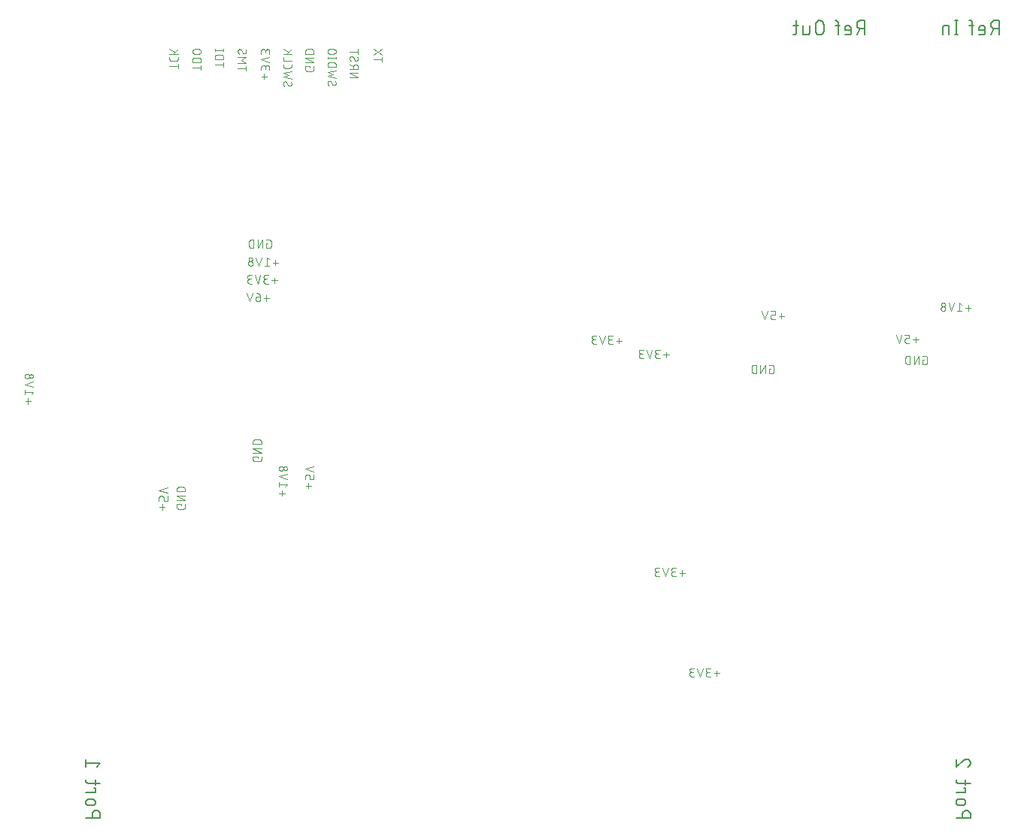
<source format=gbr>
G04 EAGLE Gerber RS-274X export*
G75*
%MOMM*%
%FSLAX34Y34*%
%LPD*%
%INSilkscreen Bottom*%
%IPPOS*%
%AMOC8*
5,1,8,0,0,1.08239X$1,22.5*%
G01*
%ADD10C,0.076200*%
%ADD11C,0.152400*%


D10*
X317964Y660602D02*
X316398Y660602D01*
X316398Y655381D01*
X319531Y655381D01*
X319620Y655383D01*
X319708Y655389D01*
X319796Y655398D01*
X319884Y655411D01*
X319971Y655428D01*
X320057Y655448D01*
X320142Y655473D01*
X320227Y655500D01*
X320310Y655532D01*
X320391Y655566D01*
X320471Y655605D01*
X320549Y655646D01*
X320626Y655691D01*
X320700Y655739D01*
X320773Y655790D01*
X320843Y655844D01*
X320910Y655902D01*
X320976Y655962D01*
X321038Y656024D01*
X321098Y656090D01*
X321156Y656157D01*
X321210Y656227D01*
X321261Y656300D01*
X321309Y656374D01*
X321354Y656451D01*
X321395Y656529D01*
X321434Y656609D01*
X321468Y656690D01*
X321500Y656773D01*
X321527Y656858D01*
X321552Y656943D01*
X321572Y657029D01*
X321589Y657116D01*
X321602Y657204D01*
X321611Y657292D01*
X321617Y657380D01*
X321619Y657469D01*
X321619Y662691D01*
X321617Y662780D01*
X321611Y662868D01*
X321602Y662956D01*
X321589Y663044D01*
X321572Y663131D01*
X321552Y663217D01*
X321527Y663302D01*
X321500Y663387D01*
X321468Y663470D01*
X321434Y663551D01*
X321395Y663631D01*
X321354Y663709D01*
X321309Y663786D01*
X321261Y663860D01*
X321210Y663933D01*
X321156Y664003D01*
X321098Y664070D01*
X321038Y664136D01*
X320976Y664198D01*
X320910Y664258D01*
X320843Y664316D01*
X320773Y664370D01*
X320700Y664421D01*
X320626Y664469D01*
X320549Y664514D01*
X320471Y664555D01*
X320391Y664594D01*
X320310Y664628D01*
X320227Y664660D01*
X320142Y664687D01*
X320057Y664712D01*
X319971Y664732D01*
X319884Y664749D01*
X319796Y664762D01*
X319708Y664771D01*
X319620Y664777D01*
X319531Y664779D01*
X316398Y664779D01*
X311865Y664779D02*
X311865Y655381D01*
X306644Y655381D02*
X311865Y664779D01*
X306644Y664779D02*
X306644Y655381D01*
X302112Y655381D02*
X302112Y664779D01*
X299501Y664779D01*
X299401Y664777D01*
X299301Y664771D01*
X299202Y664762D01*
X299102Y664748D01*
X299004Y664731D01*
X298906Y664710D01*
X298809Y664686D01*
X298713Y664657D01*
X298618Y664625D01*
X298525Y664590D01*
X298433Y664551D01*
X298342Y664508D01*
X298254Y664462D01*
X298167Y664412D01*
X298082Y664360D01*
X297999Y664304D01*
X297918Y664245D01*
X297840Y664182D01*
X297764Y664117D01*
X297690Y664049D01*
X297620Y663979D01*
X297552Y663905D01*
X297487Y663829D01*
X297424Y663751D01*
X297365Y663670D01*
X297309Y663587D01*
X297257Y663502D01*
X297207Y663415D01*
X297161Y663327D01*
X297118Y663236D01*
X297079Y663144D01*
X297044Y663051D01*
X297012Y662956D01*
X296983Y662860D01*
X296959Y662763D01*
X296938Y662665D01*
X296921Y662567D01*
X296907Y662467D01*
X296898Y662368D01*
X296892Y662268D01*
X296890Y662168D01*
X296891Y662168D02*
X296891Y657992D01*
X296890Y657992D02*
X296892Y657892D01*
X296898Y657792D01*
X296907Y657693D01*
X296921Y657593D01*
X296938Y657495D01*
X296959Y657397D01*
X296983Y657300D01*
X297012Y657204D01*
X297044Y657109D01*
X297079Y657016D01*
X297118Y656924D01*
X297161Y656833D01*
X297207Y656745D01*
X297257Y656658D01*
X297309Y656573D01*
X297365Y656490D01*
X297424Y656409D01*
X297487Y656331D01*
X297552Y656255D01*
X297620Y656181D01*
X297690Y656111D01*
X297764Y656043D01*
X297840Y655978D01*
X297918Y655915D01*
X297999Y655856D01*
X298082Y655800D01*
X298167Y655748D01*
X298254Y655698D01*
X298342Y655652D01*
X298433Y655609D01*
X298525Y655570D01*
X298618Y655535D01*
X298713Y655503D01*
X298809Y655474D01*
X298906Y655450D01*
X299004Y655429D01*
X299102Y655412D01*
X299202Y655398D01*
X299301Y655389D01*
X299401Y655383D01*
X299501Y655381D01*
X302112Y655381D01*
X323354Y639036D02*
X329619Y639036D01*
X326486Y635903D02*
X326486Y642168D01*
X319343Y642691D02*
X316733Y644779D01*
X316733Y635381D01*
X319343Y635381D02*
X314122Y635381D01*
X307589Y635381D02*
X310721Y644779D01*
X304456Y644779D02*
X307589Y635381D01*
X301056Y637992D02*
X301054Y638093D01*
X301048Y638194D01*
X301038Y638295D01*
X301025Y638395D01*
X301007Y638495D01*
X300986Y638594D01*
X300960Y638692D01*
X300931Y638789D01*
X300899Y638885D01*
X300862Y638979D01*
X300822Y639072D01*
X300778Y639164D01*
X300731Y639253D01*
X300680Y639341D01*
X300626Y639427D01*
X300569Y639510D01*
X300509Y639592D01*
X300445Y639670D01*
X300379Y639747D01*
X300309Y639820D01*
X300237Y639891D01*
X300162Y639959D01*
X300084Y640024D01*
X300004Y640086D01*
X299922Y640145D01*
X299837Y640201D01*
X299751Y640253D01*
X299662Y640302D01*
X299571Y640348D01*
X299479Y640389D01*
X299385Y640428D01*
X299290Y640462D01*
X299194Y640493D01*
X299096Y640520D01*
X298998Y640544D01*
X298898Y640563D01*
X298798Y640579D01*
X298698Y640591D01*
X298597Y640599D01*
X298496Y640603D01*
X298394Y640603D01*
X298293Y640599D01*
X298192Y640591D01*
X298092Y640579D01*
X297992Y640563D01*
X297892Y640544D01*
X297794Y640520D01*
X297696Y640493D01*
X297600Y640462D01*
X297505Y640428D01*
X297411Y640389D01*
X297319Y640348D01*
X297228Y640302D01*
X297140Y640253D01*
X297053Y640201D01*
X296968Y640145D01*
X296886Y640086D01*
X296806Y640024D01*
X296728Y639959D01*
X296653Y639891D01*
X296581Y639820D01*
X296511Y639747D01*
X296445Y639670D01*
X296381Y639592D01*
X296321Y639510D01*
X296264Y639427D01*
X296210Y639341D01*
X296159Y639253D01*
X296112Y639164D01*
X296068Y639072D01*
X296028Y638979D01*
X295991Y638885D01*
X295959Y638789D01*
X295930Y638692D01*
X295904Y638594D01*
X295883Y638495D01*
X295865Y638395D01*
X295852Y638295D01*
X295842Y638194D01*
X295836Y638093D01*
X295834Y637992D01*
X295836Y637891D01*
X295842Y637790D01*
X295852Y637689D01*
X295865Y637589D01*
X295883Y637489D01*
X295904Y637390D01*
X295930Y637292D01*
X295959Y637195D01*
X295991Y637099D01*
X296028Y637005D01*
X296068Y636912D01*
X296112Y636820D01*
X296159Y636731D01*
X296210Y636643D01*
X296264Y636557D01*
X296321Y636474D01*
X296381Y636392D01*
X296445Y636314D01*
X296511Y636237D01*
X296581Y636164D01*
X296653Y636093D01*
X296728Y636025D01*
X296806Y635960D01*
X296886Y635898D01*
X296968Y635839D01*
X297053Y635783D01*
X297140Y635731D01*
X297228Y635682D01*
X297319Y635636D01*
X297411Y635595D01*
X297505Y635556D01*
X297600Y635522D01*
X297696Y635491D01*
X297794Y635464D01*
X297892Y635440D01*
X297992Y635421D01*
X298092Y635405D01*
X298192Y635393D01*
X298293Y635385D01*
X298394Y635381D01*
X298496Y635381D01*
X298597Y635385D01*
X298698Y635393D01*
X298798Y635405D01*
X298898Y635421D01*
X298998Y635440D01*
X299096Y635464D01*
X299194Y635491D01*
X299290Y635522D01*
X299385Y635556D01*
X299479Y635595D01*
X299571Y635636D01*
X299662Y635682D01*
X299750Y635731D01*
X299837Y635783D01*
X299922Y635839D01*
X300004Y635898D01*
X300084Y635960D01*
X300162Y636025D01*
X300237Y636093D01*
X300309Y636164D01*
X300379Y636237D01*
X300445Y636314D01*
X300509Y636392D01*
X300569Y636474D01*
X300626Y636557D01*
X300680Y636643D01*
X300731Y636731D01*
X300778Y636820D01*
X300822Y636912D01*
X300862Y637005D01*
X300899Y637099D01*
X300931Y637195D01*
X300960Y637292D01*
X300986Y637390D01*
X301007Y637489D01*
X301025Y637589D01*
X301038Y637689D01*
X301048Y637790D01*
X301054Y637891D01*
X301056Y637992D01*
X300533Y642691D02*
X300531Y642781D01*
X300525Y642870D01*
X300516Y642960D01*
X300502Y643049D01*
X300485Y643137D01*
X300464Y643224D01*
X300439Y643311D01*
X300410Y643396D01*
X300378Y643480D01*
X300343Y643562D01*
X300303Y643643D01*
X300261Y643722D01*
X300215Y643799D01*
X300165Y643874D01*
X300113Y643947D01*
X300057Y644018D01*
X299999Y644086D01*
X299937Y644151D01*
X299873Y644214D01*
X299806Y644274D01*
X299737Y644331D01*
X299665Y644385D01*
X299591Y644436D01*
X299515Y644484D01*
X299437Y644528D01*
X299357Y644569D01*
X299275Y644607D01*
X299192Y644641D01*
X299107Y644671D01*
X299021Y644698D01*
X298935Y644721D01*
X298847Y644740D01*
X298758Y644755D01*
X298669Y644767D01*
X298580Y644775D01*
X298490Y644779D01*
X298400Y644779D01*
X298310Y644775D01*
X298221Y644767D01*
X298132Y644755D01*
X298043Y644740D01*
X297955Y644721D01*
X297869Y644698D01*
X297783Y644671D01*
X297698Y644641D01*
X297615Y644607D01*
X297533Y644569D01*
X297453Y644528D01*
X297375Y644484D01*
X297299Y644436D01*
X297225Y644385D01*
X297153Y644331D01*
X297084Y644274D01*
X297017Y644214D01*
X296953Y644151D01*
X296891Y644086D01*
X296833Y644018D01*
X296777Y643947D01*
X296725Y643874D01*
X296675Y643799D01*
X296629Y643722D01*
X296587Y643643D01*
X296547Y643562D01*
X296512Y643480D01*
X296480Y643396D01*
X296451Y643311D01*
X296426Y643224D01*
X296405Y643137D01*
X296388Y643049D01*
X296374Y642960D01*
X296365Y642870D01*
X296359Y642781D01*
X296357Y642691D01*
X296359Y642601D01*
X296365Y642512D01*
X296374Y642422D01*
X296388Y642333D01*
X296405Y642245D01*
X296426Y642158D01*
X296451Y642071D01*
X296480Y641986D01*
X296512Y641902D01*
X296547Y641820D01*
X296587Y641739D01*
X296629Y641660D01*
X296675Y641583D01*
X296725Y641508D01*
X296777Y641435D01*
X296833Y641364D01*
X296891Y641296D01*
X296953Y641231D01*
X297017Y641168D01*
X297084Y641108D01*
X297153Y641051D01*
X297225Y640997D01*
X297299Y640946D01*
X297375Y640898D01*
X297453Y640854D01*
X297533Y640813D01*
X297615Y640775D01*
X297698Y640741D01*
X297783Y640711D01*
X297869Y640684D01*
X297955Y640661D01*
X298043Y640642D01*
X298132Y640627D01*
X298221Y640615D01*
X298310Y640607D01*
X298400Y640603D01*
X298490Y640603D01*
X298580Y640607D01*
X298669Y640615D01*
X298758Y640627D01*
X298847Y640642D01*
X298935Y640661D01*
X299021Y640684D01*
X299107Y640711D01*
X299192Y640741D01*
X299275Y640775D01*
X299357Y640813D01*
X299437Y640854D01*
X299515Y640898D01*
X299591Y640946D01*
X299665Y640997D01*
X299737Y641051D01*
X299806Y641108D01*
X299873Y641168D01*
X299937Y641231D01*
X299999Y641296D01*
X300057Y641364D01*
X300113Y641435D01*
X300165Y641508D01*
X300215Y641583D01*
X300261Y641660D01*
X300303Y641739D01*
X300343Y641820D01*
X300378Y641902D01*
X300410Y641986D01*
X300439Y642071D01*
X300464Y642158D01*
X300485Y642245D01*
X300502Y642333D01*
X300516Y642422D01*
X300525Y642512D01*
X300531Y642601D01*
X300533Y642691D01*
X322354Y619036D02*
X328619Y619036D01*
X325486Y615903D02*
X325486Y622168D01*
X318343Y615381D02*
X315733Y615381D01*
X315632Y615383D01*
X315531Y615389D01*
X315430Y615399D01*
X315330Y615412D01*
X315230Y615430D01*
X315131Y615451D01*
X315033Y615477D01*
X314936Y615506D01*
X314840Y615538D01*
X314746Y615575D01*
X314653Y615615D01*
X314561Y615659D01*
X314472Y615706D01*
X314384Y615757D01*
X314298Y615811D01*
X314215Y615868D01*
X314133Y615928D01*
X314055Y615992D01*
X313978Y616058D01*
X313905Y616128D01*
X313834Y616200D01*
X313766Y616275D01*
X313701Y616353D01*
X313639Y616433D01*
X313580Y616515D01*
X313524Y616600D01*
X313472Y616687D01*
X313423Y616775D01*
X313377Y616866D01*
X313336Y616958D01*
X313297Y617052D01*
X313263Y617147D01*
X313232Y617243D01*
X313205Y617341D01*
X313181Y617439D01*
X313162Y617539D01*
X313146Y617639D01*
X313134Y617739D01*
X313126Y617840D01*
X313122Y617941D01*
X313122Y618043D01*
X313126Y618144D01*
X313134Y618245D01*
X313146Y618345D01*
X313162Y618445D01*
X313181Y618545D01*
X313205Y618643D01*
X313232Y618741D01*
X313263Y618837D01*
X313297Y618932D01*
X313336Y619026D01*
X313377Y619118D01*
X313423Y619209D01*
X313472Y619298D01*
X313524Y619384D01*
X313580Y619469D01*
X313639Y619551D01*
X313701Y619631D01*
X313766Y619709D01*
X313834Y619784D01*
X313905Y619856D01*
X313978Y619926D01*
X314055Y619992D01*
X314133Y620056D01*
X314215Y620116D01*
X314298Y620173D01*
X314384Y620227D01*
X314472Y620278D01*
X314561Y620325D01*
X314653Y620369D01*
X314746Y620409D01*
X314840Y620446D01*
X314936Y620478D01*
X315033Y620507D01*
X315131Y620533D01*
X315230Y620554D01*
X315330Y620572D01*
X315430Y620585D01*
X315531Y620595D01*
X315632Y620601D01*
X315733Y620603D01*
X315211Y624779D02*
X318343Y624779D01*
X315211Y624779D02*
X315121Y624777D01*
X315032Y624771D01*
X314942Y624762D01*
X314853Y624748D01*
X314765Y624731D01*
X314678Y624710D01*
X314591Y624685D01*
X314506Y624656D01*
X314422Y624624D01*
X314340Y624589D01*
X314259Y624549D01*
X314180Y624507D01*
X314103Y624461D01*
X314028Y624411D01*
X313955Y624359D01*
X313884Y624303D01*
X313816Y624245D01*
X313751Y624183D01*
X313688Y624119D01*
X313628Y624052D01*
X313571Y623983D01*
X313517Y623911D01*
X313466Y623837D01*
X313418Y623761D01*
X313374Y623683D01*
X313333Y623603D01*
X313295Y623521D01*
X313261Y623438D01*
X313231Y623353D01*
X313204Y623267D01*
X313181Y623181D01*
X313162Y623093D01*
X313147Y623004D01*
X313135Y622915D01*
X313127Y622826D01*
X313123Y622736D01*
X313123Y622646D01*
X313127Y622556D01*
X313135Y622467D01*
X313147Y622378D01*
X313162Y622289D01*
X313181Y622201D01*
X313204Y622115D01*
X313231Y622029D01*
X313261Y621944D01*
X313295Y621861D01*
X313333Y621779D01*
X313374Y621699D01*
X313418Y621621D01*
X313466Y621545D01*
X313517Y621471D01*
X313571Y621399D01*
X313628Y621330D01*
X313688Y621263D01*
X313751Y621199D01*
X313816Y621137D01*
X313884Y621079D01*
X313955Y621023D01*
X314028Y620971D01*
X314103Y620921D01*
X314180Y620875D01*
X314259Y620833D01*
X314340Y620793D01*
X314422Y620758D01*
X314506Y620726D01*
X314591Y620697D01*
X314678Y620672D01*
X314765Y620651D01*
X314853Y620634D01*
X314942Y620620D01*
X315032Y620611D01*
X315121Y620605D01*
X315211Y620603D01*
X315211Y620602D02*
X317299Y620602D01*
X309721Y624779D02*
X306589Y615381D01*
X303456Y624779D01*
X300055Y615381D02*
X297445Y615381D01*
X297344Y615383D01*
X297243Y615389D01*
X297142Y615399D01*
X297042Y615412D01*
X296942Y615430D01*
X296843Y615451D01*
X296745Y615477D01*
X296648Y615506D01*
X296552Y615538D01*
X296458Y615575D01*
X296365Y615615D01*
X296273Y615659D01*
X296184Y615706D01*
X296096Y615757D01*
X296010Y615811D01*
X295927Y615868D01*
X295845Y615928D01*
X295767Y615992D01*
X295690Y616058D01*
X295617Y616128D01*
X295546Y616200D01*
X295478Y616275D01*
X295413Y616353D01*
X295351Y616433D01*
X295292Y616515D01*
X295236Y616600D01*
X295184Y616687D01*
X295135Y616775D01*
X295089Y616866D01*
X295048Y616958D01*
X295009Y617052D01*
X294975Y617147D01*
X294944Y617243D01*
X294917Y617341D01*
X294893Y617439D01*
X294874Y617539D01*
X294858Y617639D01*
X294846Y617739D01*
X294838Y617840D01*
X294834Y617941D01*
X294834Y618043D01*
X294838Y618144D01*
X294846Y618245D01*
X294858Y618345D01*
X294874Y618445D01*
X294893Y618545D01*
X294917Y618643D01*
X294944Y618741D01*
X294975Y618837D01*
X295009Y618932D01*
X295048Y619026D01*
X295089Y619118D01*
X295135Y619209D01*
X295184Y619298D01*
X295236Y619384D01*
X295292Y619469D01*
X295351Y619551D01*
X295413Y619631D01*
X295478Y619709D01*
X295546Y619784D01*
X295617Y619856D01*
X295690Y619926D01*
X295767Y619992D01*
X295845Y620056D01*
X295927Y620116D01*
X296010Y620173D01*
X296096Y620227D01*
X296184Y620278D01*
X296273Y620325D01*
X296365Y620369D01*
X296458Y620409D01*
X296552Y620446D01*
X296648Y620478D01*
X296745Y620507D01*
X296843Y620533D01*
X296942Y620554D01*
X297042Y620572D01*
X297142Y620585D01*
X297243Y620595D01*
X297344Y620601D01*
X297445Y620603D01*
X296923Y624779D02*
X300055Y624779D01*
X296923Y624779D02*
X296833Y624777D01*
X296744Y624771D01*
X296654Y624762D01*
X296565Y624748D01*
X296477Y624731D01*
X296390Y624710D01*
X296303Y624685D01*
X296218Y624656D01*
X296134Y624624D01*
X296052Y624589D01*
X295971Y624549D01*
X295892Y624507D01*
X295815Y624461D01*
X295740Y624411D01*
X295667Y624359D01*
X295596Y624303D01*
X295528Y624245D01*
X295463Y624183D01*
X295400Y624119D01*
X295340Y624052D01*
X295283Y623983D01*
X295229Y623911D01*
X295178Y623837D01*
X295130Y623761D01*
X295086Y623683D01*
X295045Y623603D01*
X295007Y623521D01*
X294973Y623438D01*
X294943Y623353D01*
X294916Y623267D01*
X294893Y623181D01*
X294874Y623093D01*
X294859Y623004D01*
X294847Y622915D01*
X294839Y622826D01*
X294835Y622736D01*
X294835Y622646D01*
X294839Y622556D01*
X294847Y622467D01*
X294859Y622378D01*
X294874Y622289D01*
X294893Y622201D01*
X294916Y622115D01*
X294943Y622029D01*
X294973Y621944D01*
X295007Y621861D01*
X295045Y621779D01*
X295086Y621699D01*
X295130Y621621D01*
X295178Y621545D01*
X295229Y621471D01*
X295283Y621399D01*
X295340Y621330D01*
X295400Y621263D01*
X295463Y621199D01*
X295528Y621137D01*
X295596Y621079D01*
X295667Y621023D01*
X295740Y620971D01*
X295815Y620921D01*
X295892Y620875D01*
X295971Y620833D01*
X296052Y620793D01*
X296134Y620758D01*
X296218Y620726D01*
X296303Y620697D01*
X296390Y620672D01*
X296477Y620651D01*
X296565Y620634D01*
X296654Y620620D01*
X296744Y620611D01*
X296833Y620605D01*
X296923Y620603D01*
X296923Y620602D02*
X299011Y620602D01*
X313354Y599036D02*
X319619Y599036D01*
X316486Y595903D02*
X316486Y602168D01*
X309343Y600602D02*
X306211Y600602D01*
X306122Y600600D01*
X306034Y600594D01*
X305946Y600585D01*
X305858Y600572D01*
X305771Y600555D01*
X305685Y600535D01*
X305600Y600510D01*
X305515Y600483D01*
X305432Y600451D01*
X305351Y600417D01*
X305271Y600378D01*
X305193Y600337D01*
X305116Y600292D01*
X305042Y600244D01*
X304969Y600193D01*
X304899Y600139D01*
X304832Y600081D01*
X304766Y600021D01*
X304704Y599959D01*
X304644Y599893D01*
X304586Y599826D01*
X304532Y599756D01*
X304481Y599683D01*
X304433Y599609D01*
X304388Y599532D01*
X304347Y599454D01*
X304308Y599374D01*
X304274Y599293D01*
X304242Y599210D01*
X304215Y599125D01*
X304190Y599040D01*
X304170Y598954D01*
X304153Y598867D01*
X304140Y598779D01*
X304131Y598691D01*
X304125Y598603D01*
X304123Y598514D01*
X304122Y598514D02*
X304122Y597992D01*
X304124Y597891D01*
X304130Y597790D01*
X304140Y597689D01*
X304153Y597589D01*
X304171Y597489D01*
X304192Y597390D01*
X304218Y597292D01*
X304247Y597195D01*
X304279Y597099D01*
X304316Y597005D01*
X304356Y596912D01*
X304400Y596820D01*
X304447Y596731D01*
X304498Y596643D01*
X304552Y596557D01*
X304609Y596474D01*
X304669Y596392D01*
X304733Y596314D01*
X304799Y596237D01*
X304869Y596164D01*
X304941Y596093D01*
X305016Y596025D01*
X305094Y595960D01*
X305174Y595898D01*
X305256Y595839D01*
X305341Y595783D01*
X305428Y595731D01*
X305516Y595682D01*
X305607Y595636D01*
X305699Y595595D01*
X305793Y595556D01*
X305888Y595522D01*
X305984Y595491D01*
X306082Y595464D01*
X306180Y595440D01*
X306280Y595421D01*
X306380Y595405D01*
X306480Y595393D01*
X306581Y595385D01*
X306682Y595381D01*
X306784Y595381D01*
X306885Y595385D01*
X306986Y595393D01*
X307086Y595405D01*
X307186Y595421D01*
X307286Y595440D01*
X307384Y595464D01*
X307482Y595491D01*
X307578Y595522D01*
X307673Y595556D01*
X307767Y595595D01*
X307859Y595636D01*
X307950Y595682D01*
X308038Y595731D01*
X308125Y595783D01*
X308210Y595839D01*
X308292Y595898D01*
X308372Y595960D01*
X308450Y596025D01*
X308525Y596093D01*
X308597Y596164D01*
X308667Y596237D01*
X308733Y596314D01*
X308797Y596392D01*
X308857Y596474D01*
X308914Y596557D01*
X308968Y596643D01*
X309019Y596731D01*
X309066Y596820D01*
X309110Y596912D01*
X309150Y597005D01*
X309187Y597099D01*
X309219Y597195D01*
X309248Y597292D01*
X309274Y597390D01*
X309295Y597489D01*
X309313Y597589D01*
X309326Y597689D01*
X309336Y597790D01*
X309342Y597891D01*
X309344Y597992D01*
X309343Y597992D02*
X309343Y600602D01*
X309341Y600728D01*
X309335Y600854D01*
X309326Y600980D01*
X309313Y601105D01*
X309295Y601230D01*
X309275Y601355D01*
X309250Y601479D01*
X309222Y601602D01*
X309190Y601724D01*
X309154Y601845D01*
X309115Y601965D01*
X309072Y602083D01*
X309025Y602200D01*
X308975Y602316D01*
X308921Y602431D01*
X308865Y602543D01*
X308804Y602654D01*
X308741Y602763D01*
X308674Y602870D01*
X308604Y602975D01*
X308530Y603078D01*
X308454Y603178D01*
X308375Y603276D01*
X308293Y603372D01*
X308207Y603465D01*
X308120Y603556D01*
X308029Y603643D01*
X307936Y603729D01*
X307840Y603811D01*
X307742Y603890D01*
X307642Y603966D01*
X307539Y604040D01*
X307434Y604110D01*
X307327Y604177D01*
X307218Y604240D01*
X307107Y604301D01*
X306995Y604357D01*
X306880Y604411D01*
X306764Y604461D01*
X306647Y604508D01*
X306529Y604551D01*
X306409Y604590D01*
X306288Y604626D01*
X306166Y604658D01*
X306043Y604686D01*
X305919Y604711D01*
X305794Y604731D01*
X305669Y604749D01*
X305544Y604762D01*
X305418Y604771D01*
X305292Y604777D01*
X305166Y604779D01*
X300721Y604779D02*
X297589Y595381D01*
X294456Y604779D01*
X220602Y366602D02*
X220602Y365036D01*
X220602Y366602D02*
X215381Y366602D01*
X215381Y363469D01*
X215383Y363380D01*
X215389Y363292D01*
X215398Y363204D01*
X215411Y363116D01*
X215428Y363029D01*
X215448Y362943D01*
X215473Y362858D01*
X215500Y362773D01*
X215532Y362690D01*
X215566Y362609D01*
X215605Y362529D01*
X215646Y362451D01*
X215691Y362374D01*
X215739Y362300D01*
X215790Y362227D01*
X215844Y362157D01*
X215902Y362090D01*
X215962Y362024D01*
X216024Y361962D01*
X216090Y361902D01*
X216157Y361844D01*
X216227Y361790D01*
X216300Y361739D01*
X216374Y361691D01*
X216451Y361646D01*
X216529Y361605D01*
X216609Y361566D01*
X216690Y361532D01*
X216773Y361500D01*
X216858Y361473D01*
X216943Y361448D01*
X217029Y361428D01*
X217116Y361411D01*
X217204Y361398D01*
X217292Y361389D01*
X217380Y361383D01*
X217469Y361381D01*
X222691Y361381D01*
X222782Y361383D01*
X222873Y361389D01*
X222964Y361399D01*
X223054Y361413D01*
X223143Y361430D01*
X223231Y361452D01*
X223319Y361478D01*
X223405Y361507D01*
X223490Y361540D01*
X223573Y361577D01*
X223655Y361617D01*
X223735Y361661D01*
X223813Y361708D01*
X223889Y361759D01*
X223962Y361812D01*
X224033Y361869D01*
X224102Y361930D01*
X224167Y361993D01*
X224230Y362058D01*
X224290Y362127D01*
X224348Y362198D01*
X224401Y362271D01*
X224452Y362347D01*
X224499Y362425D01*
X224543Y362505D01*
X224583Y362587D01*
X224620Y362670D01*
X224653Y362755D01*
X224682Y362841D01*
X224708Y362929D01*
X224730Y363017D01*
X224747Y363106D01*
X224761Y363196D01*
X224771Y363287D01*
X224777Y363378D01*
X224779Y363469D01*
X224779Y366602D01*
X224779Y371135D02*
X215381Y371135D01*
X215381Y376356D02*
X224779Y371135D01*
X224779Y376356D02*
X215381Y376356D01*
X215381Y380888D02*
X224779Y380888D01*
X224779Y383499D01*
X224777Y383599D01*
X224771Y383699D01*
X224762Y383798D01*
X224748Y383898D01*
X224731Y383996D01*
X224710Y384094D01*
X224686Y384191D01*
X224657Y384287D01*
X224625Y384382D01*
X224590Y384475D01*
X224551Y384567D01*
X224508Y384658D01*
X224462Y384746D01*
X224412Y384833D01*
X224360Y384918D01*
X224304Y385001D01*
X224245Y385082D01*
X224182Y385160D01*
X224117Y385236D01*
X224049Y385310D01*
X223979Y385380D01*
X223905Y385448D01*
X223829Y385513D01*
X223751Y385576D01*
X223670Y385635D01*
X223587Y385691D01*
X223502Y385743D01*
X223415Y385793D01*
X223327Y385839D01*
X223236Y385882D01*
X223144Y385921D01*
X223051Y385956D01*
X222956Y385988D01*
X222860Y386017D01*
X222763Y386041D01*
X222665Y386062D01*
X222567Y386079D01*
X222467Y386093D01*
X222368Y386102D01*
X222268Y386108D01*
X222168Y386110D01*
X222168Y386109D02*
X217992Y386109D01*
X217992Y386110D02*
X217892Y386108D01*
X217792Y386102D01*
X217693Y386093D01*
X217593Y386079D01*
X217495Y386062D01*
X217397Y386041D01*
X217300Y386017D01*
X217204Y385988D01*
X217109Y385956D01*
X217016Y385921D01*
X216924Y385882D01*
X216833Y385839D01*
X216745Y385793D01*
X216658Y385743D01*
X216573Y385691D01*
X216490Y385635D01*
X216409Y385576D01*
X216331Y385513D01*
X216255Y385448D01*
X216181Y385380D01*
X216111Y385310D01*
X216043Y385236D01*
X215978Y385160D01*
X215915Y385082D01*
X215856Y385001D01*
X215800Y384918D01*
X215748Y384833D01*
X215698Y384746D01*
X215652Y384658D01*
X215609Y384567D01*
X215570Y384475D01*
X215535Y384382D01*
X215503Y384287D01*
X215474Y384191D01*
X215450Y384094D01*
X215429Y383996D01*
X215412Y383898D01*
X215398Y383798D01*
X215389Y383699D01*
X215383Y383599D01*
X215381Y383499D01*
X215381Y380888D01*
X199036Y366646D02*
X199036Y360381D01*
X195903Y363514D02*
X202168Y363514D01*
X195381Y370657D02*
X195381Y373789D01*
X195383Y373878D01*
X195389Y373966D01*
X195398Y374054D01*
X195411Y374142D01*
X195428Y374229D01*
X195448Y374315D01*
X195473Y374400D01*
X195500Y374485D01*
X195532Y374568D01*
X195566Y374649D01*
X195605Y374729D01*
X195646Y374807D01*
X195691Y374884D01*
X195739Y374958D01*
X195790Y375031D01*
X195844Y375101D01*
X195902Y375168D01*
X195962Y375234D01*
X196024Y375296D01*
X196090Y375356D01*
X196157Y375414D01*
X196227Y375468D01*
X196300Y375519D01*
X196374Y375567D01*
X196451Y375612D01*
X196529Y375653D01*
X196609Y375692D01*
X196690Y375726D01*
X196773Y375758D01*
X196858Y375785D01*
X196943Y375810D01*
X197029Y375830D01*
X197116Y375847D01*
X197204Y375860D01*
X197292Y375869D01*
X197380Y375875D01*
X197469Y375877D01*
X197469Y375878D02*
X198514Y375878D01*
X198514Y375877D02*
X198603Y375875D01*
X198691Y375869D01*
X198779Y375860D01*
X198867Y375847D01*
X198954Y375830D01*
X199040Y375810D01*
X199125Y375785D01*
X199210Y375758D01*
X199293Y375726D01*
X199374Y375692D01*
X199454Y375653D01*
X199532Y375612D01*
X199609Y375567D01*
X199683Y375519D01*
X199756Y375468D01*
X199826Y375414D01*
X199893Y375356D01*
X199959Y375296D01*
X200021Y375234D01*
X200081Y375168D01*
X200139Y375101D01*
X200193Y375031D01*
X200244Y374958D01*
X200292Y374884D01*
X200337Y374807D01*
X200378Y374729D01*
X200417Y374649D01*
X200451Y374568D01*
X200483Y374485D01*
X200510Y374400D01*
X200535Y374315D01*
X200555Y374229D01*
X200572Y374142D01*
X200585Y374054D01*
X200594Y373966D01*
X200600Y373878D01*
X200602Y373789D01*
X200602Y370657D01*
X204779Y370657D01*
X204779Y375878D01*
X204779Y379279D02*
X195381Y382411D01*
X204779Y385544D01*
X363876Y384456D02*
X363876Y390721D01*
X367008Y387589D02*
X360743Y387589D01*
X360221Y394732D02*
X360221Y397865D01*
X360223Y397954D01*
X360229Y398042D01*
X360238Y398130D01*
X360251Y398218D01*
X360268Y398305D01*
X360288Y398391D01*
X360313Y398476D01*
X360340Y398561D01*
X360372Y398644D01*
X360406Y398725D01*
X360445Y398805D01*
X360486Y398883D01*
X360531Y398960D01*
X360579Y399034D01*
X360630Y399107D01*
X360684Y399177D01*
X360742Y399244D01*
X360802Y399310D01*
X360864Y399372D01*
X360930Y399432D01*
X360997Y399490D01*
X361067Y399544D01*
X361140Y399595D01*
X361214Y399643D01*
X361291Y399688D01*
X361369Y399729D01*
X361449Y399768D01*
X361530Y399802D01*
X361613Y399834D01*
X361698Y399861D01*
X361783Y399886D01*
X361869Y399906D01*
X361956Y399923D01*
X362044Y399936D01*
X362132Y399945D01*
X362220Y399951D01*
X362309Y399953D01*
X363354Y399953D01*
X363443Y399951D01*
X363531Y399945D01*
X363619Y399936D01*
X363707Y399923D01*
X363794Y399906D01*
X363880Y399886D01*
X363965Y399861D01*
X364050Y399834D01*
X364133Y399802D01*
X364214Y399768D01*
X364294Y399729D01*
X364372Y399688D01*
X364449Y399643D01*
X364523Y399595D01*
X364596Y399544D01*
X364666Y399490D01*
X364733Y399432D01*
X364799Y399372D01*
X364861Y399310D01*
X364921Y399244D01*
X364979Y399177D01*
X365033Y399107D01*
X365084Y399034D01*
X365132Y398960D01*
X365177Y398883D01*
X365218Y398805D01*
X365257Y398725D01*
X365291Y398644D01*
X365323Y398561D01*
X365350Y398476D01*
X365375Y398391D01*
X365395Y398305D01*
X365412Y398218D01*
X365425Y398130D01*
X365434Y398042D01*
X365440Y397954D01*
X365442Y397865D01*
X365442Y394732D01*
X369619Y394732D01*
X369619Y399953D01*
X369619Y403354D02*
X360221Y406486D01*
X369619Y409619D01*
X893279Y578876D02*
X899544Y578876D01*
X896411Y575743D02*
X896411Y582008D01*
X889268Y575221D02*
X886136Y575221D01*
X886047Y575223D01*
X885959Y575229D01*
X885871Y575238D01*
X885783Y575251D01*
X885696Y575268D01*
X885610Y575288D01*
X885525Y575313D01*
X885440Y575340D01*
X885357Y575372D01*
X885276Y575406D01*
X885196Y575445D01*
X885118Y575486D01*
X885041Y575531D01*
X884967Y575579D01*
X884894Y575630D01*
X884824Y575684D01*
X884757Y575742D01*
X884691Y575802D01*
X884629Y575864D01*
X884569Y575930D01*
X884511Y575997D01*
X884457Y576067D01*
X884406Y576140D01*
X884358Y576214D01*
X884313Y576291D01*
X884272Y576369D01*
X884233Y576449D01*
X884199Y576530D01*
X884167Y576613D01*
X884140Y576698D01*
X884115Y576783D01*
X884095Y576869D01*
X884078Y576956D01*
X884065Y577044D01*
X884056Y577132D01*
X884050Y577220D01*
X884048Y577309D01*
X884047Y577309D02*
X884047Y578354D01*
X884048Y578354D02*
X884050Y578443D01*
X884056Y578531D01*
X884065Y578619D01*
X884078Y578707D01*
X884095Y578794D01*
X884115Y578880D01*
X884140Y578965D01*
X884167Y579050D01*
X884199Y579133D01*
X884233Y579214D01*
X884272Y579294D01*
X884313Y579372D01*
X884358Y579449D01*
X884406Y579523D01*
X884457Y579596D01*
X884511Y579666D01*
X884569Y579733D01*
X884629Y579799D01*
X884691Y579861D01*
X884757Y579921D01*
X884824Y579979D01*
X884894Y580033D01*
X884967Y580084D01*
X885041Y580132D01*
X885118Y580177D01*
X885196Y580218D01*
X885276Y580257D01*
X885357Y580291D01*
X885440Y580323D01*
X885525Y580350D01*
X885610Y580375D01*
X885696Y580395D01*
X885783Y580412D01*
X885871Y580425D01*
X885959Y580434D01*
X886047Y580440D01*
X886136Y580442D01*
X889268Y580442D01*
X889268Y584619D01*
X884047Y584619D01*
X880646Y584619D02*
X877514Y575221D01*
X874381Y584619D01*
X1044354Y552036D02*
X1050619Y552036D01*
X1047486Y548903D02*
X1047486Y555168D01*
X1040343Y548381D02*
X1037211Y548381D01*
X1037122Y548383D01*
X1037034Y548389D01*
X1036946Y548398D01*
X1036858Y548411D01*
X1036771Y548428D01*
X1036685Y548448D01*
X1036600Y548473D01*
X1036515Y548500D01*
X1036432Y548532D01*
X1036351Y548566D01*
X1036271Y548605D01*
X1036193Y548646D01*
X1036116Y548691D01*
X1036042Y548739D01*
X1035969Y548790D01*
X1035899Y548844D01*
X1035832Y548902D01*
X1035766Y548962D01*
X1035704Y549024D01*
X1035644Y549090D01*
X1035586Y549157D01*
X1035532Y549227D01*
X1035481Y549300D01*
X1035433Y549374D01*
X1035388Y549451D01*
X1035347Y549529D01*
X1035308Y549609D01*
X1035274Y549690D01*
X1035242Y549773D01*
X1035215Y549858D01*
X1035190Y549943D01*
X1035170Y550029D01*
X1035153Y550116D01*
X1035140Y550204D01*
X1035131Y550292D01*
X1035125Y550380D01*
X1035123Y550469D01*
X1035122Y550469D02*
X1035122Y551514D01*
X1035123Y551514D02*
X1035125Y551603D01*
X1035131Y551691D01*
X1035140Y551779D01*
X1035153Y551867D01*
X1035170Y551954D01*
X1035190Y552040D01*
X1035215Y552125D01*
X1035242Y552210D01*
X1035274Y552293D01*
X1035308Y552374D01*
X1035347Y552454D01*
X1035388Y552532D01*
X1035433Y552609D01*
X1035481Y552683D01*
X1035532Y552756D01*
X1035586Y552826D01*
X1035644Y552893D01*
X1035704Y552959D01*
X1035766Y553021D01*
X1035832Y553081D01*
X1035899Y553139D01*
X1035969Y553193D01*
X1036042Y553244D01*
X1036116Y553292D01*
X1036193Y553337D01*
X1036271Y553378D01*
X1036351Y553417D01*
X1036432Y553451D01*
X1036515Y553483D01*
X1036600Y553510D01*
X1036685Y553535D01*
X1036771Y553555D01*
X1036858Y553572D01*
X1036946Y553585D01*
X1037034Y553594D01*
X1037122Y553600D01*
X1037211Y553602D01*
X1040343Y553602D01*
X1040343Y557779D01*
X1035122Y557779D01*
X1031721Y557779D02*
X1028589Y548381D01*
X1025456Y557779D01*
X1055398Y529602D02*
X1056964Y529602D01*
X1055398Y529602D02*
X1055398Y524381D01*
X1058531Y524381D01*
X1058620Y524383D01*
X1058708Y524389D01*
X1058796Y524398D01*
X1058884Y524411D01*
X1058971Y524428D01*
X1059057Y524448D01*
X1059142Y524473D01*
X1059227Y524500D01*
X1059310Y524532D01*
X1059391Y524566D01*
X1059471Y524605D01*
X1059549Y524646D01*
X1059626Y524691D01*
X1059700Y524739D01*
X1059773Y524790D01*
X1059843Y524844D01*
X1059910Y524902D01*
X1059976Y524962D01*
X1060038Y525024D01*
X1060098Y525090D01*
X1060156Y525157D01*
X1060210Y525227D01*
X1060261Y525300D01*
X1060309Y525374D01*
X1060354Y525451D01*
X1060395Y525529D01*
X1060434Y525609D01*
X1060468Y525690D01*
X1060500Y525773D01*
X1060527Y525858D01*
X1060552Y525943D01*
X1060572Y526029D01*
X1060589Y526116D01*
X1060602Y526204D01*
X1060611Y526292D01*
X1060617Y526380D01*
X1060619Y526469D01*
X1060619Y531691D01*
X1060617Y531780D01*
X1060611Y531868D01*
X1060602Y531956D01*
X1060589Y532044D01*
X1060572Y532131D01*
X1060552Y532217D01*
X1060527Y532302D01*
X1060500Y532387D01*
X1060468Y532470D01*
X1060434Y532551D01*
X1060395Y532631D01*
X1060354Y532709D01*
X1060309Y532786D01*
X1060261Y532860D01*
X1060210Y532933D01*
X1060156Y533003D01*
X1060098Y533070D01*
X1060038Y533136D01*
X1059976Y533198D01*
X1059910Y533258D01*
X1059843Y533316D01*
X1059773Y533370D01*
X1059700Y533421D01*
X1059626Y533469D01*
X1059549Y533514D01*
X1059471Y533555D01*
X1059391Y533594D01*
X1059310Y533628D01*
X1059227Y533660D01*
X1059142Y533687D01*
X1059057Y533712D01*
X1058971Y533732D01*
X1058884Y533749D01*
X1058796Y533762D01*
X1058708Y533771D01*
X1058620Y533777D01*
X1058531Y533779D01*
X1055398Y533779D01*
X1050865Y533779D02*
X1050865Y524381D01*
X1045644Y524381D02*
X1050865Y533779D01*
X1045644Y533779D02*
X1045644Y524381D01*
X1041112Y524381D02*
X1041112Y533779D01*
X1038501Y533779D01*
X1038401Y533777D01*
X1038301Y533771D01*
X1038202Y533762D01*
X1038102Y533748D01*
X1038004Y533731D01*
X1037906Y533710D01*
X1037809Y533686D01*
X1037713Y533657D01*
X1037618Y533625D01*
X1037525Y533590D01*
X1037433Y533551D01*
X1037342Y533508D01*
X1037254Y533462D01*
X1037167Y533412D01*
X1037082Y533360D01*
X1036999Y533304D01*
X1036918Y533245D01*
X1036840Y533182D01*
X1036764Y533117D01*
X1036690Y533049D01*
X1036620Y532979D01*
X1036552Y532905D01*
X1036487Y532829D01*
X1036424Y532751D01*
X1036365Y532670D01*
X1036309Y532587D01*
X1036257Y532502D01*
X1036207Y532415D01*
X1036161Y532327D01*
X1036118Y532236D01*
X1036079Y532144D01*
X1036044Y532051D01*
X1036012Y531956D01*
X1035983Y531860D01*
X1035959Y531763D01*
X1035938Y531665D01*
X1035921Y531567D01*
X1035907Y531467D01*
X1035898Y531368D01*
X1035892Y531268D01*
X1035890Y531168D01*
X1035891Y531168D02*
X1035891Y526992D01*
X1035890Y526992D02*
X1035892Y526892D01*
X1035898Y526792D01*
X1035907Y526693D01*
X1035921Y526593D01*
X1035938Y526495D01*
X1035959Y526397D01*
X1035983Y526300D01*
X1036012Y526204D01*
X1036044Y526109D01*
X1036079Y526016D01*
X1036118Y525924D01*
X1036161Y525833D01*
X1036207Y525745D01*
X1036257Y525658D01*
X1036309Y525573D01*
X1036365Y525490D01*
X1036424Y525409D01*
X1036487Y525331D01*
X1036552Y525255D01*
X1036620Y525181D01*
X1036690Y525111D01*
X1036764Y525043D01*
X1036840Y524978D01*
X1036918Y524915D01*
X1036999Y524856D01*
X1037082Y524800D01*
X1037167Y524748D01*
X1037254Y524698D01*
X1037342Y524652D01*
X1037433Y524609D01*
X1037525Y524570D01*
X1037618Y524535D01*
X1037713Y524503D01*
X1037809Y524474D01*
X1037906Y524450D01*
X1038004Y524429D01*
X1038102Y524412D01*
X1038202Y524398D01*
X1038301Y524389D01*
X1038401Y524383D01*
X1038501Y524381D01*
X1041112Y524381D01*
X883964Y519602D02*
X882398Y519602D01*
X882398Y514381D01*
X885531Y514381D01*
X885620Y514383D01*
X885708Y514389D01*
X885796Y514398D01*
X885884Y514411D01*
X885971Y514428D01*
X886057Y514448D01*
X886142Y514473D01*
X886227Y514500D01*
X886310Y514532D01*
X886391Y514566D01*
X886471Y514605D01*
X886549Y514646D01*
X886626Y514691D01*
X886700Y514739D01*
X886773Y514790D01*
X886843Y514844D01*
X886910Y514902D01*
X886976Y514962D01*
X887038Y515024D01*
X887098Y515090D01*
X887156Y515157D01*
X887210Y515227D01*
X887261Y515300D01*
X887309Y515374D01*
X887354Y515451D01*
X887395Y515529D01*
X887434Y515609D01*
X887468Y515690D01*
X887500Y515773D01*
X887527Y515858D01*
X887552Y515943D01*
X887572Y516029D01*
X887589Y516116D01*
X887602Y516204D01*
X887611Y516292D01*
X887617Y516380D01*
X887619Y516469D01*
X887619Y521691D01*
X887617Y521780D01*
X887611Y521868D01*
X887602Y521956D01*
X887589Y522044D01*
X887572Y522131D01*
X887552Y522217D01*
X887527Y522302D01*
X887500Y522387D01*
X887468Y522470D01*
X887434Y522551D01*
X887395Y522631D01*
X887354Y522709D01*
X887309Y522786D01*
X887261Y522860D01*
X887210Y522933D01*
X887156Y523003D01*
X887098Y523070D01*
X887038Y523136D01*
X886976Y523198D01*
X886910Y523258D01*
X886843Y523316D01*
X886773Y523370D01*
X886700Y523421D01*
X886626Y523469D01*
X886549Y523514D01*
X886471Y523555D01*
X886391Y523594D01*
X886310Y523628D01*
X886227Y523660D01*
X886142Y523687D01*
X886057Y523712D01*
X885971Y523732D01*
X885884Y523749D01*
X885796Y523762D01*
X885708Y523771D01*
X885620Y523777D01*
X885531Y523779D01*
X882398Y523779D01*
X877865Y523779D02*
X877865Y514381D01*
X872644Y514381D02*
X877865Y523779D01*
X872644Y523779D02*
X872644Y514381D01*
X868112Y514381D02*
X868112Y523779D01*
X865501Y523779D01*
X865401Y523777D01*
X865301Y523771D01*
X865202Y523762D01*
X865102Y523748D01*
X865004Y523731D01*
X864906Y523710D01*
X864809Y523686D01*
X864713Y523657D01*
X864618Y523625D01*
X864525Y523590D01*
X864433Y523551D01*
X864342Y523508D01*
X864254Y523462D01*
X864167Y523412D01*
X864082Y523360D01*
X863999Y523304D01*
X863918Y523245D01*
X863840Y523182D01*
X863764Y523117D01*
X863690Y523049D01*
X863620Y522979D01*
X863552Y522905D01*
X863487Y522829D01*
X863424Y522751D01*
X863365Y522670D01*
X863309Y522587D01*
X863257Y522502D01*
X863207Y522415D01*
X863161Y522327D01*
X863118Y522236D01*
X863079Y522144D01*
X863044Y522051D01*
X863012Y521956D01*
X862983Y521860D01*
X862959Y521763D01*
X862938Y521665D01*
X862921Y521567D01*
X862907Y521467D01*
X862898Y521368D01*
X862892Y521268D01*
X862890Y521168D01*
X862891Y521168D02*
X862891Y516992D01*
X862890Y516992D02*
X862892Y516892D01*
X862898Y516792D01*
X862907Y516693D01*
X862921Y516593D01*
X862938Y516495D01*
X862959Y516397D01*
X862983Y516300D01*
X863012Y516204D01*
X863044Y516109D01*
X863079Y516016D01*
X863118Y515924D01*
X863161Y515833D01*
X863207Y515745D01*
X863257Y515658D01*
X863309Y515573D01*
X863365Y515490D01*
X863424Y515409D01*
X863487Y515331D01*
X863552Y515255D01*
X863620Y515181D01*
X863690Y515111D01*
X863764Y515043D01*
X863840Y514978D01*
X863918Y514915D01*
X863999Y514856D01*
X864082Y514800D01*
X864167Y514748D01*
X864254Y514698D01*
X864342Y514652D01*
X864433Y514609D01*
X864525Y514570D01*
X864618Y514535D01*
X864713Y514503D01*
X864809Y514474D01*
X864906Y514450D01*
X865004Y514429D01*
X865102Y514412D01*
X865202Y514398D01*
X865301Y514389D01*
X865401Y514383D01*
X865501Y514381D01*
X868112Y514381D01*
X306442Y420112D02*
X306442Y418545D01*
X306442Y420112D02*
X301221Y420112D01*
X301221Y416979D01*
X301223Y416890D01*
X301229Y416802D01*
X301238Y416714D01*
X301251Y416626D01*
X301268Y416539D01*
X301288Y416453D01*
X301313Y416368D01*
X301340Y416283D01*
X301372Y416200D01*
X301406Y416119D01*
X301445Y416039D01*
X301486Y415961D01*
X301531Y415884D01*
X301579Y415810D01*
X301630Y415737D01*
X301684Y415667D01*
X301742Y415600D01*
X301802Y415534D01*
X301864Y415472D01*
X301930Y415412D01*
X301997Y415354D01*
X302067Y415300D01*
X302140Y415249D01*
X302214Y415201D01*
X302291Y415156D01*
X302369Y415115D01*
X302449Y415076D01*
X302530Y415042D01*
X302613Y415010D01*
X302698Y414983D01*
X302783Y414958D01*
X302869Y414938D01*
X302956Y414921D01*
X303044Y414908D01*
X303132Y414899D01*
X303220Y414893D01*
X303309Y414891D01*
X308531Y414891D01*
X308622Y414893D01*
X308713Y414899D01*
X308804Y414909D01*
X308894Y414923D01*
X308983Y414940D01*
X309071Y414962D01*
X309159Y414988D01*
X309245Y415017D01*
X309330Y415050D01*
X309413Y415087D01*
X309495Y415127D01*
X309575Y415171D01*
X309653Y415218D01*
X309729Y415269D01*
X309802Y415322D01*
X309873Y415379D01*
X309942Y415440D01*
X310007Y415503D01*
X310070Y415568D01*
X310130Y415637D01*
X310188Y415708D01*
X310241Y415781D01*
X310292Y415857D01*
X310339Y415935D01*
X310383Y416015D01*
X310423Y416097D01*
X310460Y416180D01*
X310493Y416265D01*
X310522Y416351D01*
X310548Y416439D01*
X310570Y416527D01*
X310587Y416616D01*
X310601Y416706D01*
X310611Y416797D01*
X310617Y416888D01*
X310619Y416979D01*
X310619Y420112D01*
X310619Y424644D02*
X301221Y424644D01*
X301221Y429865D02*
X310619Y424644D01*
X310619Y429865D02*
X301221Y429865D01*
X301221Y434398D02*
X310619Y434398D01*
X310619Y437008D01*
X310617Y437108D01*
X310611Y437208D01*
X310602Y437307D01*
X310588Y437407D01*
X310571Y437505D01*
X310550Y437603D01*
X310526Y437700D01*
X310497Y437796D01*
X310465Y437891D01*
X310430Y437984D01*
X310391Y438076D01*
X310348Y438167D01*
X310302Y438255D01*
X310252Y438342D01*
X310200Y438427D01*
X310144Y438510D01*
X310085Y438591D01*
X310022Y438669D01*
X309957Y438745D01*
X309889Y438819D01*
X309819Y438889D01*
X309745Y438957D01*
X309669Y439022D01*
X309591Y439085D01*
X309510Y439144D01*
X309427Y439200D01*
X309342Y439252D01*
X309255Y439302D01*
X309167Y439348D01*
X309076Y439391D01*
X308984Y439430D01*
X308891Y439465D01*
X308796Y439497D01*
X308700Y439526D01*
X308603Y439550D01*
X308505Y439571D01*
X308407Y439588D01*
X308307Y439602D01*
X308208Y439611D01*
X308108Y439617D01*
X308008Y439619D01*
X303832Y439619D01*
X303732Y439617D01*
X303632Y439611D01*
X303533Y439602D01*
X303433Y439588D01*
X303335Y439571D01*
X303237Y439550D01*
X303140Y439526D01*
X303044Y439497D01*
X302949Y439465D01*
X302856Y439430D01*
X302764Y439391D01*
X302673Y439348D01*
X302585Y439302D01*
X302498Y439252D01*
X302413Y439200D01*
X302330Y439144D01*
X302249Y439085D01*
X302171Y439022D01*
X302095Y438957D01*
X302021Y438889D01*
X301951Y438819D01*
X301883Y438745D01*
X301818Y438669D01*
X301755Y438591D01*
X301696Y438510D01*
X301640Y438427D01*
X301588Y438342D01*
X301538Y438255D01*
X301492Y438167D01*
X301449Y438076D01*
X301410Y437984D01*
X301375Y437891D01*
X301343Y437796D01*
X301314Y437700D01*
X301290Y437603D01*
X301269Y437505D01*
X301252Y437407D01*
X301238Y437307D01*
X301229Y437208D01*
X301223Y437108D01*
X301221Y437008D01*
X301221Y434398D01*
X1103354Y588036D02*
X1109619Y588036D01*
X1106486Y584903D02*
X1106486Y591168D01*
X1099343Y591691D02*
X1096733Y593779D01*
X1096733Y584381D01*
X1099343Y584381D02*
X1094122Y584381D01*
X1087589Y584381D02*
X1090721Y593779D01*
X1084456Y593779D02*
X1087589Y584381D01*
X1081056Y586992D02*
X1081054Y587093D01*
X1081048Y587194D01*
X1081038Y587295D01*
X1081025Y587395D01*
X1081007Y587495D01*
X1080986Y587594D01*
X1080960Y587692D01*
X1080931Y587789D01*
X1080899Y587885D01*
X1080862Y587979D01*
X1080822Y588072D01*
X1080778Y588164D01*
X1080731Y588253D01*
X1080680Y588341D01*
X1080626Y588427D01*
X1080569Y588510D01*
X1080509Y588592D01*
X1080445Y588670D01*
X1080379Y588747D01*
X1080309Y588820D01*
X1080237Y588891D01*
X1080162Y588959D01*
X1080084Y589024D01*
X1080004Y589086D01*
X1079922Y589145D01*
X1079837Y589201D01*
X1079751Y589253D01*
X1079662Y589302D01*
X1079571Y589348D01*
X1079479Y589389D01*
X1079385Y589428D01*
X1079290Y589462D01*
X1079194Y589493D01*
X1079096Y589520D01*
X1078998Y589544D01*
X1078898Y589563D01*
X1078798Y589579D01*
X1078698Y589591D01*
X1078597Y589599D01*
X1078496Y589603D01*
X1078394Y589603D01*
X1078293Y589599D01*
X1078192Y589591D01*
X1078092Y589579D01*
X1077992Y589563D01*
X1077892Y589544D01*
X1077794Y589520D01*
X1077696Y589493D01*
X1077600Y589462D01*
X1077505Y589428D01*
X1077411Y589389D01*
X1077319Y589348D01*
X1077228Y589302D01*
X1077140Y589253D01*
X1077053Y589201D01*
X1076968Y589145D01*
X1076886Y589086D01*
X1076806Y589024D01*
X1076728Y588959D01*
X1076653Y588891D01*
X1076581Y588820D01*
X1076511Y588747D01*
X1076445Y588670D01*
X1076381Y588592D01*
X1076321Y588510D01*
X1076264Y588427D01*
X1076210Y588341D01*
X1076159Y588253D01*
X1076112Y588164D01*
X1076068Y588072D01*
X1076028Y587979D01*
X1075991Y587885D01*
X1075959Y587789D01*
X1075930Y587692D01*
X1075904Y587594D01*
X1075883Y587495D01*
X1075865Y587395D01*
X1075852Y587295D01*
X1075842Y587194D01*
X1075836Y587093D01*
X1075834Y586992D01*
X1075836Y586891D01*
X1075842Y586790D01*
X1075852Y586689D01*
X1075865Y586589D01*
X1075883Y586489D01*
X1075904Y586390D01*
X1075930Y586292D01*
X1075959Y586195D01*
X1075991Y586099D01*
X1076028Y586005D01*
X1076068Y585912D01*
X1076112Y585820D01*
X1076159Y585731D01*
X1076210Y585643D01*
X1076264Y585557D01*
X1076321Y585474D01*
X1076381Y585392D01*
X1076445Y585314D01*
X1076511Y585237D01*
X1076581Y585164D01*
X1076653Y585093D01*
X1076728Y585025D01*
X1076806Y584960D01*
X1076886Y584898D01*
X1076968Y584839D01*
X1077053Y584783D01*
X1077140Y584731D01*
X1077228Y584682D01*
X1077319Y584636D01*
X1077411Y584595D01*
X1077505Y584556D01*
X1077600Y584522D01*
X1077696Y584491D01*
X1077794Y584464D01*
X1077892Y584440D01*
X1077992Y584421D01*
X1078092Y584405D01*
X1078192Y584393D01*
X1078293Y584385D01*
X1078394Y584381D01*
X1078496Y584381D01*
X1078597Y584385D01*
X1078698Y584393D01*
X1078798Y584405D01*
X1078898Y584421D01*
X1078998Y584440D01*
X1079096Y584464D01*
X1079194Y584491D01*
X1079290Y584522D01*
X1079385Y584556D01*
X1079479Y584595D01*
X1079571Y584636D01*
X1079662Y584682D01*
X1079751Y584731D01*
X1079837Y584783D01*
X1079922Y584839D01*
X1080004Y584898D01*
X1080084Y584960D01*
X1080162Y585025D01*
X1080237Y585093D01*
X1080309Y585164D01*
X1080379Y585237D01*
X1080445Y585314D01*
X1080509Y585392D01*
X1080569Y585474D01*
X1080626Y585557D01*
X1080680Y585643D01*
X1080731Y585731D01*
X1080778Y585820D01*
X1080822Y585912D01*
X1080862Y586005D01*
X1080899Y586099D01*
X1080931Y586195D01*
X1080960Y586292D01*
X1080986Y586390D01*
X1081007Y586489D01*
X1081025Y586589D01*
X1081038Y586689D01*
X1081048Y586790D01*
X1081054Y586891D01*
X1081056Y586992D01*
X1080533Y591691D02*
X1080531Y591781D01*
X1080525Y591870D01*
X1080516Y591960D01*
X1080502Y592049D01*
X1080485Y592137D01*
X1080464Y592224D01*
X1080439Y592311D01*
X1080410Y592396D01*
X1080378Y592480D01*
X1080343Y592562D01*
X1080303Y592643D01*
X1080261Y592722D01*
X1080215Y592799D01*
X1080165Y592874D01*
X1080113Y592947D01*
X1080057Y593018D01*
X1079999Y593086D01*
X1079937Y593151D01*
X1079873Y593214D01*
X1079806Y593274D01*
X1079737Y593331D01*
X1079665Y593385D01*
X1079591Y593436D01*
X1079515Y593484D01*
X1079437Y593528D01*
X1079357Y593569D01*
X1079275Y593607D01*
X1079192Y593641D01*
X1079107Y593671D01*
X1079021Y593698D01*
X1078935Y593721D01*
X1078847Y593740D01*
X1078758Y593755D01*
X1078669Y593767D01*
X1078580Y593775D01*
X1078490Y593779D01*
X1078400Y593779D01*
X1078310Y593775D01*
X1078221Y593767D01*
X1078132Y593755D01*
X1078043Y593740D01*
X1077955Y593721D01*
X1077869Y593698D01*
X1077783Y593671D01*
X1077698Y593641D01*
X1077615Y593607D01*
X1077533Y593569D01*
X1077453Y593528D01*
X1077375Y593484D01*
X1077299Y593436D01*
X1077225Y593385D01*
X1077153Y593331D01*
X1077084Y593274D01*
X1077017Y593214D01*
X1076953Y593151D01*
X1076891Y593086D01*
X1076833Y593018D01*
X1076777Y592947D01*
X1076725Y592874D01*
X1076675Y592799D01*
X1076629Y592722D01*
X1076587Y592643D01*
X1076547Y592562D01*
X1076512Y592480D01*
X1076480Y592396D01*
X1076451Y592311D01*
X1076426Y592224D01*
X1076405Y592137D01*
X1076388Y592049D01*
X1076374Y591960D01*
X1076365Y591870D01*
X1076359Y591781D01*
X1076357Y591691D01*
X1076359Y591601D01*
X1076365Y591512D01*
X1076374Y591422D01*
X1076388Y591333D01*
X1076405Y591245D01*
X1076426Y591158D01*
X1076451Y591071D01*
X1076480Y590986D01*
X1076512Y590902D01*
X1076547Y590820D01*
X1076587Y590739D01*
X1076629Y590660D01*
X1076675Y590583D01*
X1076725Y590508D01*
X1076777Y590435D01*
X1076833Y590364D01*
X1076891Y590296D01*
X1076953Y590231D01*
X1077017Y590168D01*
X1077084Y590108D01*
X1077153Y590051D01*
X1077225Y589997D01*
X1077299Y589946D01*
X1077375Y589898D01*
X1077453Y589854D01*
X1077533Y589813D01*
X1077615Y589775D01*
X1077698Y589741D01*
X1077783Y589711D01*
X1077869Y589684D01*
X1077955Y589661D01*
X1078043Y589642D01*
X1078132Y589627D01*
X1078221Y589615D01*
X1078310Y589607D01*
X1078400Y589603D01*
X1078490Y589603D01*
X1078580Y589607D01*
X1078669Y589615D01*
X1078758Y589627D01*
X1078847Y589642D01*
X1078935Y589661D01*
X1079021Y589684D01*
X1079107Y589711D01*
X1079192Y589741D01*
X1079275Y589775D01*
X1079357Y589813D01*
X1079437Y589854D01*
X1079515Y589898D01*
X1079591Y589946D01*
X1079665Y589997D01*
X1079737Y590051D01*
X1079806Y590108D01*
X1079873Y590168D01*
X1079937Y590231D01*
X1079999Y590296D01*
X1080057Y590364D01*
X1080113Y590435D01*
X1080165Y590508D01*
X1080215Y590583D01*
X1080261Y590660D01*
X1080303Y590739D01*
X1080343Y590820D01*
X1080378Y590902D01*
X1080410Y590986D01*
X1080439Y591071D01*
X1080464Y591158D01*
X1080485Y591245D01*
X1080502Y591333D01*
X1080516Y591422D01*
X1080525Y591512D01*
X1080531Y591601D01*
X1080533Y591691D01*
X333876Y382100D02*
X333876Y375834D01*
X330743Y378967D02*
X337008Y378967D01*
X337531Y386110D02*
X339619Y388721D01*
X330221Y388721D01*
X330221Y391331D02*
X330221Y386110D01*
X330221Y397865D02*
X339619Y394732D01*
X339619Y400997D02*
X330221Y397865D01*
X332832Y404397D02*
X332933Y404399D01*
X333034Y404405D01*
X333135Y404415D01*
X333235Y404428D01*
X333335Y404446D01*
X333434Y404467D01*
X333532Y404493D01*
X333629Y404522D01*
X333725Y404554D01*
X333819Y404591D01*
X333912Y404631D01*
X334004Y404675D01*
X334093Y404722D01*
X334181Y404773D01*
X334267Y404827D01*
X334350Y404884D01*
X334432Y404944D01*
X334510Y405008D01*
X334587Y405074D01*
X334660Y405144D01*
X334731Y405216D01*
X334799Y405291D01*
X334864Y405369D01*
X334926Y405449D01*
X334985Y405531D01*
X335041Y405616D01*
X335093Y405703D01*
X335142Y405791D01*
X335188Y405882D01*
X335229Y405974D01*
X335268Y406068D01*
X335302Y406163D01*
X335333Y406259D01*
X335360Y406357D01*
X335384Y406455D01*
X335403Y406555D01*
X335419Y406655D01*
X335431Y406755D01*
X335439Y406856D01*
X335443Y406957D01*
X335443Y407059D01*
X335439Y407160D01*
X335431Y407261D01*
X335419Y407361D01*
X335403Y407461D01*
X335384Y407561D01*
X335360Y407659D01*
X335333Y407757D01*
X335302Y407853D01*
X335268Y407948D01*
X335229Y408042D01*
X335188Y408134D01*
X335142Y408225D01*
X335093Y408313D01*
X335041Y408400D01*
X334985Y408485D01*
X334926Y408567D01*
X334864Y408647D01*
X334799Y408725D01*
X334731Y408800D01*
X334660Y408872D01*
X334587Y408942D01*
X334510Y409008D01*
X334432Y409072D01*
X334350Y409132D01*
X334267Y409189D01*
X334181Y409243D01*
X334093Y409294D01*
X334004Y409341D01*
X333912Y409385D01*
X333819Y409425D01*
X333725Y409462D01*
X333629Y409494D01*
X333532Y409523D01*
X333434Y409549D01*
X333335Y409570D01*
X333235Y409588D01*
X333135Y409601D01*
X333034Y409611D01*
X332933Y409617D01*
X332832Y409619D01*
X332731Y409617D01*
X332630Y409611D01*
X332529Y409601D01*
X332429Y409588D01*
X332329Y409570D01*
X332230Y409549D01*
X332132Y409523D01*
X332035Y409494D01*
X331939Y409462D01*
X331845Y409425D01*
X331752Y409385D01*
X331660Y409341D01*
X331571Y409294D01*
X331483Y409243D01*
X331397Y409189D01*
X331314Y409132D01*
X331232Y409072D01*
X331154Y409008D01*
X331077Y408942D01*
X331004Y408872D01*
X330933Y408800D01*
X330865Y408725D01*
X330800Y408647D01*
X330738Y408567D01*
X330679Y408485D01*
X330623Y408400D01*
X330571Y408314D01*
X330522Y408225D01*
X330476Y408134D01*
X330435Y408042D01*
X330396Y407948D01*
X330362Y407853D01*
X330331Y407757D01*
X330304Y407659D01*
X330280Y407561D01*
X330261Y407461D01*
X330245Y407361D01*
X330233Y407261D01*
X330225Y407160D01*
X330221Y407059D01*
X330221Y406957D01*
X330225Y406856D01*
X330233Y406755D01*
X330245Y406655D01*
X330261Y406555D01*
X330280Y406455D01*
X330304Y406357D01*
X330331Y406259D01*
X330362Y406163D01*
X330396Y406068D01*
X330435Y405974D01*
X330476Y405882D01*
X330522Y405791D01*
X330571Y405703D01*
X330623Y405616D01*
X330679Y405531D01*
X330738Y405449D01*
X330800Y405369D01*
X330865Y405291D01*
X330933Y405216D01*
X331004Y405144D01*
X331077Y405074D01*
X331154Y405008D01*
X331232Y404944D01*
X331314Y404884D01*
X331397Y404827D01*
X331483Y404773D01*
X331571Y404722D01*
X331660Y404675D01*
X331752Y404631D01*
X331845Y404591D01*
X331939Y404554D01*
X332035Y404522D01*
X332132Y404493D01*
X332230Y404467D01*
X332329Y404446D01*
X332429Y404428D01*
X332529Y404415D01*
X332630Y404405D01*
X332731Y404399D01*
X332832Y404397D01*
X337531Y404920D02*
X337621Y404922D01*
X337710Y404928D01*
X337800Y404937D01*
X337889Y404951D01*
X337977Y404968D01*
X338064Y404989D01*
X338151Y405014D01*
X338236Y405043D01*
X338320Y405075D01*
X338402Y405110D01*
X338483Y405150D01*
X338562Y405192D01*
X338639Y405238D01*
X338714Y405288D01*
X338787Y405340D01*
X338858Y405396D01*
X338926Y405454D01*
X338991Y405516D01*
X339054Y405580D01*
X339114Y405647D01*
X339171Y405716D01*
X339225Y405788D01*
X339276Y405862D01*
X339324Y405938D01*
X339368Y406016D01*
X339409Y406096D01*
X339447Y406178D01*
X339481Y406261D01*
X339511Y406346D01*
X339538Y406432D01*
X339561Y406518D01*
X339580Y406606D01*
X339595Y406695D01*
X339607Y406784D01*
X339615Y406873D01*
X339619Y406963D01*
X339619Y407053D01*
X339615Y407143D01*
X339607Y407232D01*
X339595Y407321D01*
X339580Y407410D01*
X339561Y407498D01*
X339538Y407584D01*
X339511Y407670D01*
X339481Y407755D01*
X339447Y407838D01*
X339409Y407920D01*
X339368Y408000D01*
X339324Y408078D01*
X339276Y408154D01*
X339225Y408228D01*
X339171Y408300D01*
X339114Y408369D01*
X339054Y408436D01*
X338991Y408500D01*
X338926Y408562D01*
X338858Y408620D01*
X338787Y408676D01*
X338714Y408728D01*
X338639Y408778D01*
X338562Y408824D01*
X338483Y408866D01*
X338402Y408906D01*
X338320Y408941D01*
X338236Y408973D01*
X338151Y409002D01*
X338064Y409027D01*
X337977Y409048D01*
X337889Y409065D01*
X337800Y409079D01*
X337710Y409088D01*
X337621Y409094D01*
X337531Y409096D01*
X337441Y409094D01*
X337352Y409088D01*
X337262Y409079D01*
X337173Y409065D01*
X337085Y409048D01*
X336998Y409027D01*
X336911Y409002D01*
X336826Y408973D01*
X336742Y408941D01*
X336660Y408906D01*
X336579Y408866D01*
X336500Y408824D01*
X336423Y408778D01*
X336348Y408728D01*
X336275Y408676D01*
X336204Y408620D01*
X336136Y408562D01*
X336071Y408500D01*
X336008Y408436D01*
X335948Y408369D01*
X335891Y408300D01*
X335837Y408228D01*
X335786Y408154D01*
X335738Y408078D01*
X335694Y408000D01*
X335653Y407920D01*
X335615Y407838D01*
X335581Y407755D01*
X335551Y407670D01*
X335524Y407584D01*
X335501Y407498D01*
X335482Y407410D01*
X335467Y407321D01*
X335455Y407232D01*
X335447Y407143D01*
X335443Y407053D01*
X335443Y406963D01*
X335447Y406873D01*
X335455Y406784D01*
X335467Y406695D01*
X335482Y406606D01*
X335501Y406518D01*
X335524Y406432D01*
X335551Y406346D01*
X335581Y406261D01*
X335615Y406178D01*
X335653Y406096D01*
X335694Y406016D01*
X335738Y405938D01*
X335786Y405862D01*
X335837Y405788D01*
X335891Y405716D01*
X335948Y405647D01*
X336008Y405580D01*
X336071Y405516D01*
X336136Y405454D01*
X336204Y405396D01*
X336275Y405340D01*
X336348Y405288D01*
X336423Y405238D01*
X336500Y405192D01*
X336579Y405150D01*
X336660Y405110D01*
X336742Y405075D01*
X336826Y405043D01*
X336911Y405014D01*
X336998Y404989D01*
X337085Y404968D01*
X337173Y404951D01*
X337262Y404937D01*
X337352Y404928D01*
X337441Y404922D01*
X337531Y404920D01*
X47876Y479834D02*
X47876Y486100D01*
X44743Y482967D02*
X51008Y482967D01*
X51531Y490110D02*
X53619Y492721D01*
X44221Y492721D01*
X44221Y495331D02*
X44221Y490110D01*
X44221Y501865D02*
X53619Y498732D01*
X53619Y504997D02*
X44221Y501865D01*
X46832Y508397D02*
X46933Y508399D01*
X47034Y508405D01*
X47135Y508415D01*
X47235Y508428D01*
X47335Y508446D01*
X47434Y508467D01*
X47532Y508493D01*
X47629Y508522D01*
X47725Y508554D01*
X47819Y508591D01*
X47912Y508631D01*
X48004Y508675D01*
X48093Y508722D01*
X48181Y508773D01*
X48267Y508827D01*
X48350Y508884D01*
X48432Y508944D01*
X48510Y509008D01*
X48587Y509074D01*
X48660Y509144D01*
X48731Y509216D01*
X48799Y509291D01*
X48864Y509369D01*
X48926Y509449D01*
X48985Y509531D01*
X49041Y509616D01*
X49093Y509703D01*
X49142Y509791D01*
X49188Y509882D01*
X49229Y509974D01*
X49268Y510068D01*
X49302Y510163D01*
X49333Y510259D01*
X49360Y510357D01*
X49384Y510455D01*
X49403Y510555D01*
X49419Y510655D01*
X49431Y510755D01*
X49439Y510856D01*
X49443Y510957D01*
X49443Y511059D01*
X49439Y511160D01*
X49431Y511261D01*
X49419Y511361D01*
X49403Y511461D01*
X49384Y511561D01*
X49360Y511659D01*
X49333Y511757D01*
X49302Y511853D01*
X49268Y511948D01*
X49229Y512042D01*
X49188Y512134D01*
X49142Y512225D01*
X49093Y512313D01*
X49041Y512400D01*
X48985Y512485D01*
X48926Y512567D01*
X48864Y512647D01*
X48799Y512725D01*
X48731Y512800D01*
X48660Y512872D01*
X48587Y512942D01*
X48510Y513008D01*
X48432Y513072D01*
X48350Y513132D01*
X48267Y513189D01*
X48181Y513243D01*
X48093Y513294D01*
X48004Y513341D01*
X47912Y513385D01*
X47819Y513425D01*
X47725Y513462D01*
X47629Y513494D01*
X47532Y513523D01*
X47434Y513549D01*
X47335Y513570D01*
X47235Y513588D01*
X47135Y513601D01*
X47034Y513611D01*
X46933Y513617D01*
X46832Y513619D01*
X46731Y513617D01*
X46630Y513611D01*
X46529Y513601D01*
X46429Y513588D01*
X46329Y513570D01*
X46230Y513549D01*
X46132Y513523D01*
X46035Y513494D01*
X45939Y513462D01*
X45845Y513425D01*
X45752Y513385D01*
X45660Y513341D01*
X45571Y513294D01*
X45483Y513243D01*
X45397Y513189D01*
X45314Y513132D01*
X45232Y513072D01*
X45154Y513008D01*
X45077Y512942D01*
X45004Y512872D01*
X44933Y512800D01*
X44865Y512725D01*
X44800Y512647D01*
X44738Y512567D01*
X44679Y512485D01*
X44623Y512400D01*
X44571Y512314D01*
X44522Y512225D01*
X44476Y512134D01*
X44435Y512042D01*
X44396Y511948D01*
X44362Y511853D01*
X44331Y511757D01*
X44304Y511659D01*
X44280Y511561D01*
X44261Y511461D01*
X44245Y511361D01*
X44233Y511261D01*
X44225Y511160D01*
X44221Y511059D01*
X44221Y510957D01*
X44225Y510856D01*
X44233Y510755D01*
X44245Y510655D01*
X44261Y510555D01*
X44280Y510455D01*
X44304Y510357D01*
X44331Y510259D01*
X44362Y510163D01*
X44396Y510068D01*
X44435Y509974D01*
X44476Y509882D01*
X44522Y509791D01*
X44571Y509703D01*
X44623Y509616D01*
X44679Y509531D01*
X44738Y509449D01*
X44800Y509369D01*
X44865Y509291D01*
X44933Y509216D01*
X45004Y509144D01*
X45077Y509074D01*
X45154Y509008D01*
X45232Y508944D01*
X45314Y508884D01*
X45397Y508827D01*
X45483Y508773D01*
X45571Y508722D01*
X45660Y508675D01*
X45752Y508631D01*
X45845Y508591D01*
X45939Y508554D01*
X46035Y508522D01*
X46132Y508493D01*
X46230Y508467D01*
X46329Y508446D01*
X46429Y508428D01*
X46529Y508415D01*
X46630Y508405D01*
X46731Y508399D01*
X46832Y508397D01*
X51531Y508920D02*
X51621Y508922D01*
X51710Y508928D01*
X51800Y508937D01*
X51889Y508951D01*
X51977Y508968D01*
X52064Y508989D01*
X52151Y509014D01*
X52236Y509043D01*
X52320Y509075D01*
X52402Y509110D01*
X52483Y509150D01*
X52562Y509192D01*
X52639Y509238D01*
X52714Y509288D01*
X52787Y509340D01*
X52858Y509396D01*
X52926Y509454D01*
X52991Y509516D01*
X53054Y509580D01*
X53114Y509647D01*
X53171Y509716D01*
X53225Y509788D01*
X53276Y509862D01*
X53324Y509938D01*
X53368Y510016D01*
X53409Y510096D01*
X53447Y510178D01*
X53481Y510261D01*
X53511Y510346D01*
X53538Y510432D01*
X53561Y510518D01*
X53580Y510606D01*
X53595Y510695D01*
X53607Y510784D01*
X53615Y510873D01*
X53619Y510963D01*
X53619Y511053D01*
X53615Y511143D01*
X53607Y511232D01*
X53595Y511321D01*
X53580Y511410D01*
X53561Y511498D01*
X53538Y511584D01*
X53511Y511670D01*
X53481Y511755D01*
X53447Y511838D01*
X53409Y511920D01*
X53368Y512000D01*
X53324Y512078D01*
X53276Y512154D01*
X53225Y512228D01*
X53171Y512300D01*
X53114Y512369D01*
X53054Y512436D01*
X52991Y512500D01*
X52926Y512562D01*
X52858Y512620D01*
X52787Y512676D01*
X52714Y512728D01*
X52639Y512778D01*
X52562Y512824D01*
X52483Y512866D01*
X52402Y512906D01*
X52320Y512941D01*
X52236Y512973D01*
X52151Y513002D01*
X52064Y513027D01*
X51977Y513048D01*
X51889Y513065D01*
X51800Y513079D01*
X51710Y513088D01*
X51621Y513094D01*
X51531Y513096D01*
X51441Y513094D01*
X51352Y513088D01*
X51262Y513079D01*
X51173Y513065D01*
X51085Y513048D01*
X50998Y513027D01*
X50911Y513002D01*
X50826Y512973D01*
X50742Y512941D01*
X50660Y512906D01*
X50579Y512866D01*
X50500Y512824D01*
X50423Y512778D01*
X50348Y512728D01*
X50275Y512676D01*
X50204Y512620D01*
X50136Y512562D01*
X50071Y512500D01*
X50008Y512436D01*
X49948Y512369D01*
X49891Y512300D01*
X49837Y512228D01*
X49786Y512154D01*
X49738Y512078D01*
X49694Y512000D01*
X49653Y511920D01*
X49615Y511838D01*
X49581Y511755D01*
X49551Y511670D01*
X49524Y511584D01*
X49501Y511498D01*
X49482Y511410D01*
X49467Y511321D01*
X49455Y511232D01*
X49447Y511143D01*
X49443Y511053D01*
X49443Y510963D01*
X49447Y510873D01*
X49455Y510784D01*
X49467Y510695D01*
X49482Y510606D01*
X49501Y510518D01*
X49524Y510432D01*
X49551Y510346D01*
X49581Y510261D01*
X49615Y510178D01*
X49653Y510096D01*
X49694Y510016D01*
X49738Y509938D01*
X49786Y509862D01*
X49837Y509788D01*
X49891Y509716D01*
X49948Y509647D01*
X50008Y509580D01*
X50071Y509516D01*
X50136Y509454D01*
X50204Y509396D01*
X50275Y509340D01*
X50348Y509288D01*
X50423Y509238D01*
X50500Y509192D01*
X50579Y509150D01*
X50660Y509110D01*
X50742Y509075D01*
X50826Y509043D01*
X50911Y509014D01*
X50998Y508989D01*
X51085Y508968D01*
X51173Y508951D01*
X51262Y508937D01*
X51352Y508928D01*
X51441Y508922D01*
X51531Y508920D01*
X820354Y176036D02*
X826619Y176036D01*
X823486Y172903D02*
X823486Y179168D01*
X816343Y172381D02*
X813733Y172381D01*
X813632Y172383D01*
X813531Y172389D01*
X813430Y172399D01*
X813330Y172412D01*
X813230Y172430D01*
X813131Y172451D01*
X813033Y172477D01*
X812936Y172506D01*
X812840Y172538D01*
X812746Y172575D01*
X812653Y172615D01*
X812561Y172659D01*
X812472Y172706D01*
X812384Y172757D01*
X812298Y172811D01*
X812215Y172868D01*
X812133Y172928D01*
X812055Y172992D01*
X811978Y173058D01*
X811905Y173128D01*
X811834Y173200D01*
X811766Y173275D01*
X811701Y173353D01*
X811639Y173433D01*
X811580Y173515D01*
X811524Y173600D01*
X811472Y173687D01*
X811423Y173775D01*
X811377Y173866D01*
X811336Y173958D01*
X811297Y174052D01*
X811263Y174147D01*
X811232Y174243D01*
X811205Y174341D01*
X811181Y174439D01*
X811162Y174539D01*
X811146Y174639D01*
X811134Y174739D01*
X811126Y174840D01*
X811122Y174941D01*
X811122Y175043D01*
X811126Y175144D01*
X811134Y175245D01*
X811146Y175345D01*
X811162Y175445D01*
X811181Y175545D01*
X811205Y175643D01*
X811232Y175741D01*
X811263Y175837D01*
X811297Y175932D01*
X811336Y176026D01*
X811377Y176118D01*
X811423Y176209D01*
X811472Y176298D01*
X811524Y176384D01*
X811580Y176469D01*
X811639Y176551D01*
X811701Y176631D01*
X811766Y176709D01*
X811834Y176784D01*
X811905Y176856D01*
X811978Y176926D01*
X812055Y176992D01*
X812133Y177056D01*
X812215Y177116D01*
X812298Y177173D01*
X812384Y177227D01*
X812472Y177278D01*
X812561Y177325D01*
X812653Y177369D01*
X812746Y177409D01*
X812840Y177446D01*
X812936Y177478D01*
X813033Y177507D01*
X813131Y177533D01*
X813230Y177554D01*
X813330Y177572D01*
X813430Y177585D01*
X813531Y177595D01*
X813632Y177601D01*
X813733Y177603D01*
X813211Y181779D02*
X816343Y181779D01*
X813211Y181779D02*
X813121Y181777D01*
X813032Y181771D01*
X812942Y181762D01*
X812853Y181748D01*
X812765Y181731D01*
X812678Y181710D01*
X812591Y181685D01*
X812506Y181656D01*
X812422Y181624D01*
X812340Y181589D01*
X812259Y181549D01*
X812180Y181507D01*
X812103Y181461D01*
X812028Y181411D01*
X811955Y181359D01*
X811884Y181303D01*
X811816Y181245D01*
X811751Y181183D01*
X811688Y181119D01*
X811628Y181052D01*
X811571Y180983D01*
X811517Y180911D01*
X811466Y180837D01*
X811418Y180761D01*
X811374Y180683D01*
X811333Y180603D01*
X811295Y180521D01*
X811261Y180438D01*
X811231Y180353D01*
X811204Y180267D01*
X811181Y180181D01*
X811162Y180093D01*
X811147Y180004D01*
X811135Y179915D01*
X811127Y179826D01*
X811123Y179736D01*
X811123Y179646D01*
X811127Y179556D01*
X811135Y179467D01*
X811147Y179378D01*
X811162Y179289D01*
X811181Y179201D01*
X811204Y179115D01*
X811231Y179029D01*
X811261Y178944D01*
X811295Y178861D01*
X811333Y178779D01*
X811374Y178699D01*
X811418Y178621D01*
X811466Y178545D01*
X811517Y178471D01*
X811571Y178399D01*
X811628Y178330D01*
X811688Y178263D01*
X811751Y178199D01*
X811816Y178137D01*
X811884Y178079D01*
X811955Y178023D01*
X812028Y177971D01*
X812103Y177921D01*
X812180Y177875D01*
X812259Y177833D01*
X812340Y177793D01*
X812422Y177758D01*
X812506Y177726D01*
X812591Y177697D01*
X812678Y177672D01*
X812765Y177651D01*
X812853Y177634D01*
X812942Y177620D01*
X813032Y177611D01*
X813121Y177605D01*
X813211Y177603D01*
X813211Y177602D02*
X815299Y177602D01*
X807721Y181779D02*
X804589Y172381D01*
X801456Y181779D01*
X798055Y172381D02*
X795445Y172381D01*
X795344Y172383D01*
X795243Y172389D01*
X795142Y172399D01*
X795042Y172412D01*
X794942Y172430D01*
X794843Y172451D01*
X794745Y172477D01*
X794648Y172506D01*
X794552Y172538D01*
X794458Y172575D01*
X794365Y172615D01*
X794273Y172659D01*
X794184Y172706D01*
X794096Y172757D01*
X794010Y172811D01*
X793927Y172868D01*
X793845Y172928D01*
X793767Y172992D01*
X793690Y173058D01*
X793617Y173128D01*
X793546Y173200D01*
X793478Y173275D01*
X793413Y173353D01*
X793351Y173433D01*
X793292Y173515D01*
X793236Y173600D01*
X793184Y173687D01*
X793135Y173775D01*
X793089Y173866D01*
X793048Y173958D01*
X793009Y174052D01*
X792975Y174147D01*
X792944Y174243D01*
X792917Y174341D01*
X792893Y174439D01*
X792874Y174539D01*
X792858Y174639D01*
X792846Y174739D01*
X792838Y174840D01*
X792834Y174941D01*
X792834Y175043D01*
X792838Y175144D01*
X792846Y175245D01*
X792858Y175345D01*
X792874Y175445D01*
X792893Y175545D01*
X792917Y175643D01*
X792944Y175741D01*
X792975Y175837D01*
X793009Y175932D01*
X793048Y176026D01*
X793089Y176118D01*
X793135Y176209D01*
X793184Y176298D01*
X793236Y176384D01*
X793292Y176469D01*
X793351Y176551D01*
X793413Y176631D01*
X793478Y176709D01*
X793546Y176784D01*
X793617Y176856D01*
X793690Y176926D01*
X793767Y176992D01*
X793845Y177056D01*
X793927Y177116D01*
X794010Y177173D01*
X794096Y177227D01*
X794184Y177278D01*
X794273Y177325D01*
X794365Y177369D01*
X794458Y177409D01*
X794552Y177446D01*
X794648Y177478D01*
X794745Y177507D01*
X794843Y177533D01*
X794942Y177554D01*
X795042Y177572D01*
X795142Y177585D01*
X795243Y177595D01*
X795344Y177601D01*
X795445Y177603D01*
X794923Y181779D02*
X798055Y181779D01*
X794923Y181779D02*
X794833Y181777D01*
X794744Y181771D01*
X794654Y181762D01*
X794565Y181748D01*
X794477Y181731D01*
X794390Y181710D01*
X794303Y181685D01*
X794218Y181656D01*
X794134Y181624D01*
X794052Y181589D01*
X793971Y181549D01*
X793892Y181507D01*
X793815Y181461D01*
X793740Y181411D01*
X793667Y181359D01*
X793596Y181303D01*
X793528Y181245D01*
X793463Y181183D01*
X793400Y181119D01*
X793340Y181052D01*
X793283Y180983D01*
X793229Y180911D01*
X793178Y180837D01*
X793130Y180761D01*
X793086Y180683D01*
X793045Y180603D01*
X793007Y180521D01*
X792973Y180438D01*
X792943Y180353D01*
X792916Y180267D01*
X792893Y180181D01*
X792874Y180093D01*
X792859Y180004D01*
X792847Y179915D01*
X792839Y179826D01*
X792835Y179736D01*
X792835Y179646D01*
X792839Y179556D01*
X792847Y179467D01*
X792859Y179378D01*
X792874Y179289D01*
X792893Y179201D01*
X792916Y179115D01*
X792943Y179029D01*
X792973Y178944D01*
X793007Y178861D01*
X793045Y178779D01*
X793086Y178699D01*
X793130Y178621D01*
X793178Y178545D01*
X793229Y178471D01*
X793283Y178399D01*
X793340Y178330D01*
X793400Y178263D01*
X793463Y178199D01*
X793528Y178137D01*
X793596Y178079D01*
X793667Y178023D01*
X793740Y177971D01*
X793815Y177921D01*
X793892Y177875D01*
X793971Y177833D01*
X794052Y177793D01*
X794134Y177758D01*
X794218Y177726D01*
X794303Y177697D01*
X794390Y177672D01*
X794477Y177651D01*
X794565Y177634D01*
X794654Y177620D01*
X794744Y177611D01*
X794833Y177605D01*
X794923Y177603D01*
X794923Y177602D02*
X797011Y177602D01*
X787619Y289036D02*
X781354Y289036D01*
X784486Y292168D02*
X784486Y285903D01*
X777343Y285381D02*
X774733Y285381D01*
X774632Y285383D01*
X774531Y285389D01*
X774430Y285399D01*
X774330Y285412D01*
X774230Y285430D01*
X774131Y285451D01*
X774033Y285477D01*
X773936Y285506D01*
X773840Y285538D01*
X773746Y285575D01*
X773653Y285615D01*
X773561Y285659D01*
X773472Y285706D01*
X773384Y285757D01*
X773298Y285811D01*
X773215Y285868D01*
X773133Y285928D01*
X773055Y285992D01*
X772978Y286058D01*
X772905Y286128D01*
X772834Y286200D01*
X772766Y286275D01*
X772701Y286353D01*
X772639Y286433D01*
X772580Y286515D01*
X772524Y286600D01*
X772472Y286687D01*
X772423Y286775D01*
X772377Y286866D01*
X772336Y286958D01*
X772297Y287052D01*
X772263Y287147D01*
X772232Y287243D01*
X772205Y287341D01*
X772181Y287439D01*
X772162Y287539D01*
X772146Y287639D01*
X772134Y287739D01*
X772126Y287840D01*
X772122Y287941D01*
X772122Y288043D01*
X772126Y288144D01*
X772134Y288245D01*
X772146Y288345D01*
X772162Y288445D01*
X772181Y288545D01*
X772205Y288643D01*
X772232Y288741D01*
X772263Y288837D01*
X772297Y288932D01*
X772336Y289026D01*
X772377Y289118D01*
X772423Y289209D01*
X772472Y289298D01*
X772524Y289384D01*
X772580Y289469D01*
X772639Y289551D01*
X772701Y289631D01*
X772766Y289709D01*
X772834Y289784D01*
X772905Y289856D01*
X772978Y289926D01*
X773055Y289992D01*
X773133Y290056D01*
X773215Y290116D01*
X773298Y290173D01*
X773384Y290227D01*
X773472Y290278D01*
X773561Y290325D01*
X773653Y290369D01*
X773746Y290409D01*
X773840Y290446D01*
X773936Y290478D01*
X774033Y290507D01*
X774131Y290533D01*
X774230Y290554D01*
X774330Y290572D01*
X774430Y290585D01*
X774531Y290595D01*
X774632Y290601D01*
X774733Y290603D01*
X774211Y294779D02*
X777343Y294779D01*
X774211Y294779D02*
X774121Y294777D01*
X774032Y294771D01*
X773942Y294762D01*
X773853Y294748D01*
X773765Y294731D01*
X773678Y294710D01*
X773591Y294685D01*
X773506Y294656D01*
X773422Y294624D01*
X773340Y294589D01*
X773259Y294549D01*
X773180Y294507D01*
X773103Y294461D01*
X773028Y294411D01*
X772955Y294359D01*
X772884Y294303D01*
X772816Y294245D01*
X772751Y294183D01*
X772688Y294119D01*
X772628Y294052D01*
X772571Y293983D01*
X772517Y293911D01*
X772466Y293837D01*
X772418Y293761D01*
X772374Y293683D01*
X772333Y293603D01*
X772295Y293521D01*
X772261Y293438D01*
X772231Y293353D01*
X772204Y293267D01*
X772181Y293181D01*
X772162Y293093D01*
X772147Y293004D01*
X772135Y292915D01*
X772127Y292826D01*
X772123Y292736D01*
X772123Y292646D01*
X772127Y292556D01*
X772135Y292467D01*
X772147Y292378D01*
X772162Y292289D01*
X772181Y292201D01*
X772204Y292115D01*
X772231Y292029D01*
X772261Y291944D01*
X772295Y291861D01*
X772333Y291779D01*
X772374Y291699D01*
X772418Y291621D01*
X772466Y291545D01*
X772517Y291471D01*
X772571Y291399D01*
X772628Y291330D01*
X772688Y291263D01*
X772751Y291199D01*
X772816Y291137D01*
X772884Y291079D01*
X772955Y291023D01*
X773028Y290971D01*
X773103Y290921D01*
X773180Y290875D01*
X773259Y290833D01*
X773340Y290793D01*
X773422Y290758D01*
X773506Y290726D01*
X773591Y290697D01*
X773678Y290672D01*
X773765Y290651D01*
X773853Y290634D01*
X773942Y290620D01*
X774032Y290611D01*
X774121Y290605D01*
X774211Y290603D01*
X774211Y290602D02*
X776299Y290602D01*
X768721Y294779D02*
X765589Y285381D01*
X762456Y294779D01*
X759055Y285381D02*
X756445Y285381D01*
X756344Y285383D01*
X756243Y285389D01*
X756142Y285399D01*
X756042Y285412D01*
X755942Y285430D01*
X755843Y285451D01*
X755745Y285477D01*
X755648Y285506D01*
X755552Y285538D01*
X755458Y285575D01*
X755365Y285615D01*
X755273Y285659D01*
X755184Y285706D01*
X755096Y285757D01*
X755010Y285811D01*
X754927Y285868D01*
X754845Y285928D01*
X754767Y285992D01*
X754690Y286058D01*
X754617Y286128D01*
X754546Y286200D01*
X754478Y286275D01*
X754413Y286353D01*
X754351Y286433D01*
X754292Y286515D01*
X754236Y286600D01*
X754184Y286687D01*
X754135Y286775D01*
X754089Y286866D01*
X754048Y286958D01*
X754009Y287052D01*
X753975Y287147D01*
X753944Y287243D01*
X753917Y287341D01*
X753893Y287439D01*
X753874Y287539D01*
X753858Y287639D01*
X753846Y287739D01*
X753838Y287840D01*
X753834Y287941D01*
X753834Y288043D01*
X753838Y288144D01*
X753846Y288245D01*
X753858Y288345D01*
X753874Y288445D01*
X753893Y288545D01*
X753917Y288643D01*
X753944Y288741D01*
X753975Y288837D01*
X754009Y288932D01*
X754048Y289026D01*
X754089Y289118D01*
X754135Y289209D01*
X754184Y289298D01*
X754236Y289384D01*
X754292Y289469D01*
X754351Y289551D01*
X754413Y289631D01*
X754478Y289709D01*
X754546Y289784D01*
X754617Y289856D01*
X754690Y289926D01*
X754767Y289992D01*
X754845Y290056D01*
X754927Y290116D01*
X755010Y290173D01*
X755096Y290227D01*
X755184Y290278D01*
X755273Y290325D01*
X755365Y290369D01*
X755458Y290409D01*
X755552Y290446D01*
X755648Y290478D01*
X755745Y290507D01*
X755843Y290533D01*
X755942Y290554D01*
X756042Y290572D01*
X756142Y290585D01*
X756243Y290595D01*
X756344Y290601D01*
X756445Y290603D01*
X755923Y294779D02*
X759055Y294779D01*
X755923Y294779D02*
X755833Y294777D01*
X755744Y294771D01*
X755654Y294762D01*
X755565Y294748D01*
X755477Y294731D01*
X755390Y294710D01*
X755303Y294685D01*
X755218Y294656D01*
X755134Y294624D01*
X755052Y294589D01*
X754971Y294549D01*
X754892Y294507D01*
X754815Y294461D01*
X754740Y294411D01*
X754667Y294359D01*
X754596Y294303D01*
X754528Y294245D01*
X754463Y294183D01*
X754400Y294119D01*
X754340Y294052D01*
X754283Y293983D01*
X754229Y293911D01*
X754178Y293837D01*
X754130Y293761D01*
X754086Y293683D01*
X754045Y293603D01*
X754007Y293521D01*
X753973Y293438D01*
X753943Y293353D01*
X753916Y293267D01*
X753893Y293181D01*
X753874Y293093D01*
X753859Y293004D01*
X753847Y292915D01*
X753839Y292826D01*
X753835Y292736D01*
X753835Y292646D01*
X753839Y292556D01*
X753847Y292467D01*
X753859Y292378D01*
X753874Y292289D01*
X753893Y292201D01*
X753916Y292115D01*
X753943Y292029D01*
X753973Y291944D01*
X754007Y291861D01*
X754045Y291779D01*
X754086Y291699D01*
X754130Y291621D01*
X754178Y291545D01*
X754229Y291471D01*
X754283Y291399D01*
X754340Y291330D01*
X754400Y291263D01*
X754463Y291199D01*
X754528Y291137D01*
X754596Y291079D01*
X754667Y291023D01*
X754740Y290971D01*
X754815Y290921D01*
X754892Y290875D01*
X754971Y290833D01*
X755052Y290793D01*
X755134Y290758D01*
X755218Y290726D01*
X755303Y290697D01*
X755390Y290672D01*
X755477Y290651D01*
X755565Y290634D01*
X755654Y290620D01*
X755744Y290611D01*
X755833Y290605D01*
X755923Y290603D01*
X755923Y290602D02*
X758011Y290602D01*
X716619Y551036D02*
X710354Y551036D01*
X713486Y554168D02*
X713486Y547903D01*
X706343Y547381D02*
X703733Y547381D01*
X703632Y547383D01*
X703531Y547389D01*
X703430Y547399D01*
X703330Y547412D01*
X703230Y547430D01*
X703131Y547451D01*
X703033Y547477D01*
X702936Y547506D01*
X702840Y547538D01*
X702746Y547575D01*
X702653Y547615D01*
X702561Y547659D01*
X702472Y547706D01*
X702384Y547757D01*
X702298Y547811D01*
X702215Y547868D01*
X702133Y547928D01*
X702055Y547992D01*
X701978Y548058D01*
X701905Y548128D01*
X701834Y548200D01*
X701766Y548275D01*
X701701Y548353D01*
X701639Y548433D01*
X701580Y548515D01*
X701524Y548600D01*
X701472Y548687D01*
X701423Y548775D01*
X701377Y548866D01*
X701336Y548958D01*
X701297Y549052D01*
X701263Y549147D01*
X701232Y549243D01*
X701205Y549341D01*
X701181Y549439D01*
X701162Y549539D01*
X701146Y549639D01*
X701134Y549739D01*
X701126Y549840D01*
X701122Y549941D01*
X701122Y550043D01*
X701126Y550144D01*
X701134Y550245D01*
X701146Y550345D01*
X701162Y550445D01*
X701181Y550545D01*
X701205Y550643D01*
X701232Y550741D01*
X701263Y550837D01*
X701297Y550932D01*
X701336Y551026D01*
X701377Y551118D01*
X701423Y551209D01*
X701472Y551298D01*
X701524Y551384D01*
X701580Y551469D01*
X701639Y551551D01*
X701701Y551631D01*
X701766Y551709D01*
X701834Y551784D01*
X701905Y551856D01*
X701978Y551926D01*
X702055Y551992D01*
X702133Y552056D01*
X702215Y552116D01*
X702298Y552173D01*
X702384Y552227D01*
X702472Y552278D01*
X702561Y552325D01*
X702653Y552369D01*
X702746Y552409D01*
X702840Y552446D01*
X702936Y552478D01*
X703033Y552507D01*
X703131Y552533D01*
X703230Y552554D01*
X703330Y552572D01*
X703430Y552585D01*
X703531Y552595D01*
X703632Y552601D01*
X703733Y552603D01*
X703211Y556779D02*
X706343Y556779D01*
X703211Y556779D02*
X703121Y556777D01*
X703032Y556771D01*
X702942Y556762D01*
X702853Y556748D01*
X702765Y556731D01*
X702678Y556710D01*
X702591Y556685D01*
X702506Y556656D01*
X702422Y556624D01*
X702340Y556589D01*
X702259Y556549D01*
X702180Y556507D01*
X702103Y556461D01*
X702028Y556411D01*
X701955Y556359D01*
X701884Y556303D01*
X701816Y556245D01*
X701751Y556183D01*
X701688Y556119D01*
X701628Y556052D01*
X701571Y555983D01*
X701517Y555911D01*
X701466Y555837D01*
X701418Y555761D01*
X701374Y555683D01*
X701333Y555603D01*
X701295Y555521D01*
X701261Y555438D01*
X701231Y555353D01*
X701204Y555267D01*
X701181Y555181D01*
X701162Y555093D01*
X701147Y555004D01*
X701135Y554915D01*
X701127Y554826D01*
X701123Y554736D01*
X701123Y554646D01*
X701127Y554556D01*
X701135Y554467D01*
X701147Y554378D01*
X701162Y554289D01*
X701181Y554201D01*
X701204Y554115D01*
X701231Y554029D01*
X701261Y553944D01*
X701295Y553861D01*
X701333Y553779D01*
X701374Y553699D01*
X701418Y553621D01*
X701466Y553545D01*
X701517Y553471D01*
X701571Y553399D01*
X701628Y553330D01*
X701688Y553263D01*
X701751Y553199D01*
X701816Y553137D01*
X701884Y553079D01*
X701955Y553023D01*
X702028Y552971D01*
X702103Y552921D01*
X702180Y552875D01*
X702259Y552833D01*
X702340Y552793D01*
X702422Y552758D01*
X702506Y552726D01*
X702591Y552697D01*
X702678Y552672D01*
X702765Y552651D01*
X702853Y552634D01*
X702942Y552620D01*
X703032Y552611D01*
X703121Y552605D01*
X703211Y552603D01*
X703211Y552602D02*
X705299Y552602D01*
X697721Y556779D02*
X694589Y547381D01*
X691456Y556779D01*
X688055Y547381D02*
X685445Y547381D01*
X685344Y547383D01*
X685243Y547389D01*
X685142Y547399D01*
X685042Y547412D01*
X684942Y547430D01*
X684843Y547451D01*
X684745Y547477D01*
X684648Y547506D01*
X684552Y547538D01*
X684458Y547575D01*
X684365Y547615D01*
X684273Y547659D01*
X684184Y547706D01*
X684096Y547757D01*
X684010Y547811D01*
X683927Y547868D01*
X683845Y547928D01*
X683767Y547992D01*
X683690Y548058D01*
X683617Y548128D01*
X683546Y548200D01*
X683478Y548275D01*
X683413Y548353D01*
X683351Y548433D01*
X683292Y548515D01*
X683236Y548600D01*
X683184Y548687D01*
X683135Y548775D01*
X683089Y548866D01*
X683048Y548958D01*
X683009Y549052D01*
X682975Y549147D01*
X682944Y549243D01*
X682917Y549341D01*
X682893Y549439D01*
X682874Y549539D01*
X682858Y549639D01*
X682846Y549739D01*
X682838Y549840D01*
X682834Y549941D01*
X682834Y550043D01*
X682838Y550144D01*
X682846Y550245D01*
X682858Y550345D01*
X682874Y550445D01*
X682893Y550545D01*
X682917Y550643D01*
X682944Y550741D01*
X682975Y550837D01*
X683009Y550932D01*
X683048Y551026D01*
X683089Y551118D01*
X683135Y551209D01*
X683184Y551298D01*
X683236Y551384D01*
X683292Y551469D01*
X683351Y551551D01*
X683413Y551631D01*
X683478Y551709D01*
X683546Y551784D01*
X683617Y551856D01*
X683690Y551926D01*
X683767Y551992D01*
X683845Y552056D01*
X683927Y552116D01*
X684010Y552173D01*
X684096Y552227D01*
X684184Y552278D01*
X684273Y552325D01*
X684365Y552369D01*
X684458Y552409D01*
X684552Y552446D01*
X684648Y552478D01*
X684745Y552507D01*
X684843Y552533D01*
X684942Y552554D01*
X685042Y552572D01*
X685142Y552585D01*
X685243Y552595D01*
X685344Y552601D01*
X685445Y552603D01*
X684923Y556779D02*
X688055Y556779D01*
X684923Y556779D02*
X684833Y556777D01*
X684744Y556771D01*
X684654Y556762D01*
X684565Y556748D01*
X684477Y556731D01*
X684390Y556710D01*
X684303Y556685D01*
X684218Y556656D01*
X684134Y556624D01*
X684052Y556589D01*
X683971Y556549D01*
X683892Y556507D01*
X683815Y556461D01*
X683740Y556411D01*
X683667Y556359D01*
X683596Y556303D01*
X683528Y556245D01*
X683463Y556183D01*
X683400Y556119D01*
X683340Y556052D01*
X683283Y555983D01*
X683229Y555911D01*
X683178Y555837D01*
X683130Y555761D01*
X683086Y555683D01*
X683045Y555603D01*
X683007Y555521D01*
X682973Y555438D01*
X682943Y555353D01*
X682916Y555267D01*
X682893Y555181D01*
X682874Y555093D01*
X682859Y555004D01*
X682847Y554915D01*
X682839Y554826D01*
X682835Y554736D01*
X682835Y554646D01*
X682839Y554556D01*
X682847Y554467D01*
X682859Y554378D01*
X682874Y554289D01*
X682893Y554201D01*
X682916Y554115D01*
X682943Y554029D01*
X682973Y553944D01*
X683007Y553861D01*
X683045Y553779D01*
X683086Y553699D01*
X683130Y553621D01*
X683178Y553545D01*
X683229Y553471D01*
X683283Y553399D01*
X683340Y553330D01*
X683400Y553263D01*
X683463Y553199D01*
X683528Y553137D01*
X683596Y553079D01*
X683667Y553023D01*
X683740Y552971D01*
X683815Y552921D01*
X683892Y552875D01*
X683971Y552833D01*
X684052Y552793D01*
X684134Y552758D01*
X684218Y552726D01*
X684303Y552697D01*
X684390Y552672D01*
X684477Y552651D01*
X684565Y552634D01*
X684654Y552620D01*
X684744Y552611D01*
X684833Y552605D01*
X684923Y552603D01*
X684923Y552602D02*
X687011Y552602D01*
X763354Y535036D02*
X769619Y535036D01*
X766486Y531903D02*
X766486Y538168D01*
X759343Y531381D02*
X756733Y531381D01*
X756632Y531383D01*
X756531Y531389D01*
X756430Y531399D01*
X756330Y531412D01*
X756230Y531430D01*
X756131Y531451D01*
X756033Y531477D01*
X755936Y531506D01*
X755840Y531538D01*
X755746Y531575D01*
X755653Y531615D01*
X755561Y531659D01*
X755472Y531706D01*
X755384Y531757D01*
X755298Y531811D01*
X755215Y531868D01*
X755133Y531928D01*
X755055Y531992D01*
X754978Y532058D01*
X754905Y532128D01*
X754834Y532200D01*
X754766Y532275D01*
X754701Y532353D01*
X754639Y532433D01*
X754580Y532515D01*
X754524Y532600D01*
X754472Y532687D01*
X754423Y532775D01*
X754377Y532866D01*
X754336Y532958D01*
X754297Y533052D01*
X754263Y533147D01*
X754232Y533243D01*
X754205Y533341D01*
X754181Y533439D01*
X754162Y533539D01*
X754146Y533639D01*
X754134Y533739D01*
X754126Y533840D01*
X754122Y533941D01*
X754122Y534043D01*
X754126Y534144D01*
X754134Y534245D01*
X754146Y534345D01*
X754162Y534445D01*
X754181Y534545D01*
X754205Y534643D01*
X754232Y534741D01*
X754263Y534837D01*
X754297Y534932D01*
X754336Y535026D01*
X754377Y535118D01*
X754423Y535209D01*
X754472Y535298D01*
X754524Y535384D01*
X754580Y535469D01*
X754639Y535551D01*
X754701Y535631D01*
X754766Y535709D01*
X754834Y535784D01*
X754905Y535856D01*
X754978Y535926D01*
X755055Y535992D01*
X755133Y536056D01*
X755215Y536116D01*
X755298Y536173D01*
X755384Y536227D01*
X755472Y536278D01*
X755561Y536325D01*
X755653Y536369D01*
X755746Y536409D01*
X755840Y536446D01*
X755936Y536478D01*
X756033Y536507D01*
X756131Y536533D01*
X756230Y536554D01*
X756330Y536572D01*
X756430Y536585D01*
X756531Y536595D01*
X756632Y536601D01*
X756733Y536603D01*
X756211Y540779D02*
X759343Y540779D01*
X756211Y540779D02*
X756121Y540777D01*
X756032Y540771D01*
X755942Y540762D01*
X755853Y540748D01*
X755765Y540731D01*
X755678Y540710D01*
X755591Y540685D01*
X755506Y540656D01*
X755422Y540624D01*
X755340Y540589D01*
X755259Y540549D01*
X755180Y540507D01*
X755103Y540461D01*
X755028Y540411D01*
X754955Y540359D01*
X754884Y540303D01*
X754816Y540245D01*
X754751Y540183D01*
X754688Y540119D01*
X754628Y540052D01*
X754571Y539983D01*
X754517Y539911D01*
X754466Y539837D01*
X754418Y539761D01*
X754374Y539683D01*
X754333Y539603D01*
X754295Y539521D01*
X754261Y539438D01*
X754231Y539353D01*
X754204Y539267D01*
X754181Y539181D01*
X754162Y539093D01*
X754147Y539004D01*
X754135Y538915D01*
X754127Y538826D01*
X754123Y538736D01*
X754123Y538646D01*
X754127Y538556D01*
X754135Y538467D01*
X754147Y538378D01*
X754162Y538289D01*
X754181Y538201D01*
X754204Y538115D01*
X754231Y538029D01*
X754261Y537944D01*
X754295Y537861D01*
X754333Y537779D01*
X754374Y537699D01*
X754418Y537621D01*
X754466Y537545D01*
X754517Y537471D01*
X754571Y537399D01*
X754628Y537330D01*
X754688Y537263D01*
X754751Y537199D01*
X754816Y537137D01*
X754884Y537079D01*
X754955Y537023D01*
X755028Y536971D01*
X755103Y536921D01*
X755180Y536875D01*
X755259Y536833D01*
X755340Y536793D01*
X755422Y536758D01*
X755506Y536726D01*
X755591Y536697D01*
X755678Y536672D01*
X755765Y536651D01*
X755853Y536634D01*
X755942Y536620D01*
X756032Y536611D01*
X756121Y536605D01*
X756211Y536603D01*
X756211Y536602D02*
X758299Y536602D01*
X750721Y540779D02*
X747589Y531381D01*
X744456Y540779D01*
X741055Y531381D02*
X738445Y531381D01*
X738344Y531383D01*
X738243Y531389D01*
X738142Y531399D01*
X738042Y531412D01*
X737942Y531430D01*
X737843Y531451D01*
X737745Y531477D01*
X737648Y531506D01*
X737552Y531538D01*
X737458Y531575D01*
X737365Y531615D01*
X737273Y531659D01*
X737184Y531706D01*
X737096Y531757D01*
X737010Y531811D01*
X736927Y531868D01*
X736845Y531928D01*
X736767Y531992D01*
X736690Y532058D01*
X736617Y532128D01*
X736546Y532200D01*
X736478Y532275D01*
X736413Y532353D01*
X736351Y532433D01*
X736292Y532515D01*
X736236Y532600D01*
X736184Y532687D01*
X736135Y532775D01*
X736089Y532866D01*
X736048Y532958D01*
X736009Y533052D01*
X735975Y533147D01*
X735944Y533243D01*
X735917Y533341D01*
X735893Y533439D01*
X735874Y533539D01*
X735858Y533639D01*
X735846Y533739D01*
X735838Y533840D01*
X735834Y533941D01*
X735834Y534043D01*
X735838Y534144D01*
X735846Y534245D01*
X735858Y534345D01*
X735874Y534445D01*
X735893Y534545D01*
X735917Y534643D01*
X735944Y534741D01*
X735975Y534837D01*
X736009Y534932D01*
X736048Y535026D01*
X736089Y535118D01*
X736135Y535209D01*
X736184Y535298D01*
X736236Y535384D01*
X736292Y535469D01*
X736351Y535551D01*
X736413Y535631D01*
X736478Y535709D01*
X736546Y535784D01*
X736617Y535856D01*
X736690Y535926D01*
X736767Y535992D01*
X736845Y536056D01*
X736927Y536116D01*
X737010Y536173D01*
X737096Y536227D01*
X737184Y536278D01*
X737273Y536325D01*
X737365Y536369D01*
X737458Y536409D01*
X737552Y536446D01*
X737648Y536478D01*
X737745Y536507D01*
X737843Y536533D01*
X737942Y536554D01*
X738042Y536572D01*
X738142Y536585D01*
X738243Y536595D01*
X738344Y536601D01*
X738445Y536603D01*
X737923Y540779D02*
X741055Y540779D01*
X737923Y540779D02*
X737833Y540777D01*
X737744Y540771D01*
X737654Y540762D01*
X737565Y540748D01*
X737477Y540731D01*
X737390Y540710D01*
X737303Y540685D01*
X737218Y540656D01*
X737134Y540624D01*
X737052Y540589D01*
X736971Y540549D01*
X736892Y540507D01*
X736815Y540461D01*
X736740Y540411D01*
X736667Y540359D01*
X736596Y540303D01*
X736528Y540245D01*
X736463Y540183D01*
X736400Y540119D01*
X736340Y540052D01*
X736283Y539983D01*
X736229Y539911D01*
X736178Y539837D01*
X736130Y539761D01*
X736086Y539683D01*
X736045Y539603D01*
X736007Y539521D01*
X735973Y539438D01*
X735943Y539353D01*
X735916Y539267D01*
X735893Y539181D01*
X735874Y539093D01*
X735859Y539004D01*
X735847Y538915D01*
X735839Y538826D01*
X735835Y538736D01*
X735835Y538646D01*
X735839Y538556D01*
X735847Y538467D01*
X735859Y538378D01*
X735874Y538289D01*
X735893Y538201D01*
X735916Y538115D01*
X735943Y538029D01*
X735973Y537944D01*
X736007Y537861D01*
X736045Y537779D01*
X736086Y537699D01*
X736130Y537621D01*
X736178Y537545D01*
X736229Y537471D01*
X736283Y537399D01*
X736340Y537330D01*
X736400Y537263D01*
X736463Y537199D01*
X736528Y537137D01*
X736596Y537079D01*
X736667Y537023D01*
X736740Y536971D01*
X736815Y536921D01*
X736892Y536875D01*
X736971Y536833D01*
X737052Y536793D01*
X737134Y536758D01*
X737218Y536726D01*
X737303Y536697D01*
X737390Y536672D01*
X737477Y536651D01*
X737565Y536634D01*
X737654Y536620D01*
X737744Y536611D01*
X737833Y536605D01*
X737923Y536603D01*
X737923Y536602D02*
X740011Y536602D01*
D11*
X1092982Y12582D02*
X1109238Y12582D01*
X1109238Y17098D01*
X1109236Y17231D01*
X1109230Y17363D01*
X1109220Y17495D01*
X1109207Y17627D01*
X1109189Y17759D01*
X1109168Y17889D01*
X1109143Y18020D01*
X1109114Y18149D01*
X1109081Y18277D01*
X1109045Y18405D01*
X1109005Y18531D01*
X1108961Y18656D01*
X1108913Y18780D01*
X1108862Y18902D01*
X1108807Y19023D01*
X1108749Y19142D01*
X1108687Y19260D01*
X1108622Y19375D01*
X1108553Y19489D01*
X1108482Y19600D01*
X1108406Y19709D01*
X1108328Y19816D01*
X1108247Y19921D01*
X1108162Y20023D01*
X1108075Y20123D01*
X1107985Y20220D01*
X1107892Y20315D01*
X1107796Y20406D01*
X1107698Y20495D01*
X1107597Y20581D01*
X1107493Y20664D01*
X1107387Y20744D01*
X1107279Y20820D01*
X1107169Y20894D01*
X1107056Y20964D01*
X1106942Y21031D01*
X1106825Y21094D01*
X1106707Y21154D01*
X1106587Y21211D01*
X1106465Y21264D01*
X1106342Y21313D01*
X1106218Y21359D01*
X1106092Y21401D01*
X1105965Y21439D01*
X1105837Y21474D01*
X1105708Y21505D01*
X1105579Y21532D01*
X1105448Y21555D01*
X1105317Y21575D01*
X1105185Y21590D01*
X1105053Y21602D01*
X1104921Y21610D01*
X1104788Y21614D01*
X1104656Y21614D01*
X1104523Y21610D01*
X1104391Y21602D01*
X1104259Y21590D01*
X1104127Y21575D01*
X1103996Y21555D01*
X1103865Y21532D01*
X1103736Y21505D01*
X1103607Y21474D01*
X1103479Y21439D01*
X1103352Y21401D01*
X1103226Y21359D01*
X1103102Y21313D01*
X1102979Y21264D01*
X1102857Y21211D01*
X1102737Y21154D01*
X1102619Y21094D01*
X1102502Y21031D01*
X1102388Y20964D01*
X1102275Y20894D01*
X1102165Y20820D01*
X1102057Y20744D01*
X1101951Y20664D01*
X1101847Y20581D01*
X1101746Y20495D01*
X1101648Y20406D01*
X1101552Y20315D01*
X1101459Y20220D01*
X1101369Y20123D01*
X1101282Y20023D01*
X1101197Y19921D01*
X1101116Y19816D01*
X1101038Y19709D01*
X1100962Y19600D01*
X1100891Y19489D01*
X1100822Y19375D01*
X1100757Y19260D01*
X1100695Y19142D01*
X1100637Y19023D01*
X1100582Y18902D01*
X1100531Y18780D01*
X1100483Y18656D01*
X1100439Y18531D01*
X1100399Y18405D01*
X1100363Y18277D01*
X1100330Y18149D01*
X1100301Y18020D01*
X1100276Y17889D01*
X1100255Y17759D01*
X1100237Y17627D01*
X1100224Y17495D01*
X1100214Y17363D01*
X1100208Y17231D01*
X1100206Y17098D01*
X1100207Y17098D02*
X1100207Y12582D01*
X1100207Y27343D02*
X1096594Y27343D01*
X1100207Y27343D02*
X1100326Y27345D01*
X1100446Y27351D01*
X1100565Y27361D01*
X1100683Y27375D01*
X1100802Y27392D01*
X1100919Y27414D01*
X1101036Y27439D01*
X1101151Y27469D01*
X1101266Y27502D01*
X1101380Y27539D01*
X1101492Y27579D01*
X1101603Y27624D01*
X1101712Y27672D01*
X1101820Y27723D01*
X1101926Y27778D01*
X1102030Y27837D01*
X1102132Y27899D01*
X1102232Y27964D01*
X1102330Y28033D01*
X1102426Y28105D01*
X1102519Y28180D01*
X1102609Y28257D01*
X1102697Y28338D01*
X1102782Y28422D01*
X1102864Y28509D01*
X1102944Y28598D01*
X1103020Y28690D01*
X1103094Y28784D01*
X1103164Y28881D01*
X1103231Y28979D01*
X1103295Y29080D01*
X1103355Y29184D01*
X1103412Y29289D01*
X1103465Y29396D01*
X1103515Y29504D01*
X1103561Y29614D01*
X1103603Y29726D01*
X1103642Y29839D01*
X1103677Y29953D01*
X1103708Y30068D01*
X1103736Y30185D01*
X1103759Y30302D01*
X1103779Y30419D01*
X1103795Y30538D01*
X1103807Y30657D01*
X1103815Y30776D01*
X1103819Y30895D01*
X1103819Y31015D01*
X1103815Y31134D01*
X1103807Y31253D01*
X1103795Y31372D01*
X1103779Y31491D01*
X1103759Y31608D01*
X1103736Y31725D01*
X1103708Y31842D01*
X1103677Y31957D01*
X1103642Y32071D01*
X1103603Y32184D01*
X1103561Y32296D01*
X1103515Y32406D01*
X1103465Y32514D01*
X1103412Y32621D01*
X1103355Y32726D01*
X1103295Y32830D01*
X1103231Y32931D01*
X1103164Y33029D01*
X1103094Y33126D01*
X1103020Y33220D01*
X1102944Y33312D01*
X1102864Y33401D01*
X1102782Y33488D01*
X1102697Y33572D01*
X1102609Y33653D01*
X1102519Y33730D01*
X1102426Y33805D01*
X1102330Y33877D01*
X1102232Y33946D01*
X1102132Y34011D01*
X1102030Y34073D01*
X1101926Y34132D01*
X1101820Y34187D01*
X1101712Y34238D01*
X1101603Y34286D01*
X1101492Y34331D01*
X1101380Y34371D01*
X1101266Y34408D01*
X1101151Y34441D01*
X1101036Y34471D01*
X1100919Y34496D01*
X1100802Y34518D01*
X1100683Y34535D01*
X1100565Y34549D01*
X1100446Y34559D01*
X1100326Y34565D01*
X1100207Y34567D01*
X1100207Y34568D02*
X1096594Y34568D01*
X1096594Y34567D02*
X1096475Y34565D01*
X1096355Y34559D01*
X1096236Y34549D01*
X1096118Y34535D01*
X1095999Y34518D01*
X1095882Y34496D01*
X1095765Y34471D01*
X1095650Y34441D01*
X1095535Y34408D01*
X1095421Y34371D01*
X1095309Y34331D01*
X1095198Y34286D01*
X1095089Y34238D01*
X1094981Y34187D01*
X1094875Y34132D01*
X1094771Y34073D01*
X1094669Y34011D01*
X1094569Y33946D01*
X1094471Y33877D01*
X1094375Y33805D01*
X1094282Y33730D01*
X1094192Y33653D01*
X1094104Y33572D01*
X1094019Y33488D01*
X1093937Y33401D01*
X1093857Y33312D01*
X1093781Y33220D01*
X1093707Y33126D01*
X1093637Y33029D01*
X1093570Y32931D01*
X1093506Y32830D01*
X1093446Y32726D01*
X1093389Y32621D01*
X1093336Y32514D01*
X1093286Y32406D01*
X1093240Y32296D01*
X1093198Y32184D01*
X1093159Y32071D01*
X1093124Y31957D01*
X1093093Y31842D01*
X1093065Y31725D01*
X1093042Y31608D01*
X1093022Y31491D01*
X1093006Y31372D01*
X1092994Y31253D01*
X1092986Y31134D01*
X1092982Y31015D01*
X1092982Y30895D01*
X1092986Y30776D01*
X1092994Y30657D01*
X1093006Y30538D01*
X1093022Y30419D01*
X1093042Y30302D01*
X1093065Y30185D01*
X1093093Y30068D01*
X1093124Y29953D01*
X1093159Y29839D01*
X1093198Y29726D01*
X1093240Y29614D01*
X1093286Y29504D01*
X1093336Y29396D01*
X1093389Y29289D01*
X1093446Y29184D01*
X1093506Y29080D01*
X1093570Y28979D01*
X1093637Y28881D01*
X1093707Y28784D01*
X1093781Y28690D01*
X1093857Y28598D01*
X1093937Y28509D01*
X1094019Y28422D01*
X1094104Y28338D01*
X1094192Y28257D01*
X1094282Y28180D01*
X1094375Y28105D01*
X1094471Y28033D01*
X1094569Y27964D01*
X1094669Y27899D01*
X1094771Y27837D01*
X1094875Y27778D01*
X1094981Y27723D01*
X1095089Y27672D01*
X1095198Y27624D01*
X1095309Y27579D01*
X1095421Y27539D01*
X1095535Y27502D01*
X1095650Y27469D01*
X1095765Y27439D01*
X1095882Y27414D01*
X1095999Y27392D01*
X1096118Y27375D01*
X1096236Y27361D01*
X1096355Y27351D01*
X1096475Y27345D01*
X1096594Y27343D01*
X1092982Y41496D02*
X1103819Y41496D01*
X1103819Y46914D01*
X1102013Y46914D01*
X1103819Y50534D02*
X1103819Y55953D01*
X1109238Y52341D02*
X1095691Y52341D01*
X1095590Y52343D01*
X1095489Y52349D01*
X1095388Y52358D01*
X1095287Y52371D01*
X1095187Y52388D01*
X1095088Y52409D01*
X1094990Y52433D01*
X1094893Y52461D01*
X1094796Y52493D01*
X1094701Y52528D01*
X1094608Y52567D01*
X1094516Y52609D01*
X1094425Y52655D01*
X1094337Y52704D01*
X1094250Y52756D01*
X1094165Y52812D01*
X1094082Y52870D01*
X1094002Y52932D01*
X1093924Y52997D01*
X1093848Y53064D01*
X1093775Y53134D01*
X1093705Y53207D01*
X1093638Y53283D01*
X1093573Y53361D01*
X1093511Y53441D01*
X1093453Y53524D01*
X1093397Y53609D01*
X1093345Y53695D01*
X1093296Y53784D01*
X1093250Y53875D01*
X1093208Y53967D01*
X1093169Y54060D01*
X1093134Y54155D01*
X1093102Y54252D01*
X1093074Y54349D01*
X1093050Y54447D01*
X1093029Y54546D01*
X1093012Y54646D01*
X1092999Y54747D01*
X1092990Y54848D01*
X1092984Y54949D01*
X1092982Y55050D01*
X1092982Y55953D01*
X1109238Y75174D02*
X1109236Y75299D01*
X1109230Y75424D01*
X1109221Y75549D01*
X1109207Y75673D01*
X1109190Y75797D01*
X1109169Y75921D01*
X1109144Y76043D01*
X1109115Y76165D01*
X1109083Y76286D01*
X1109047Y76406D01*
X1109007Y76525D01*
X1108964Y76642D01*
X1108917Y76758D01*
X1108866Y76873D01*
X1108812Y76985D01*
X1108754Y77097D01*
X1108694Y77206D01*
X1108629Y77313D01*
X1108562Y77419D01*
X1108491Y77522D01*
X1108417Y77623D01*
X1108340Y77722D01*
X1108260Y77818D01*
X1108177Y77912D01*
X1108092Y78003D01*
X1108003Y78092D01*
X1107912Y78177D01*
X1107818Y78260D01*
X1107722Y78340D01*
X1107623Y78417D01*
X1107522Y78491D01*
X1107419Y78562D01*
X1107313Y78629D01*
X1107206Y78694D01*
X1107097Y78754D01*
X1106985Y78812D01*
X1106873Y78866D01*
X1106758Y78917D01*
X1106642Y78964D01*
X1106525Y79007D01*
X1106406Y79047D01*
X1106286Y79083D01*
X1106165Y79115D01*
X1106043Y79144D01*
X1105921Y79169D01*
X1105797Y79190D01*
X1105673Y79207D01*
X1105549Y79221D01*
X1105424Y79230D01*
X1105299Y79236D01*
X1105174Y79238D01*
X1109238Y75174D02*
X1109236Y75031D01*
X1109230Y74889D01*
X1109220Y74746D01*
X1109207Y74604D01*
X1109189Y74463D01*
X1109168Y74321D01*
X1109143Y74181D01*
X1109114Y74041D01*
X1109081Y73902D01*
X1109044Y73764D01*
X1109004Y73627D01*
X1108960Y73492D01*
X1108912Y73357D01*
X1108860Y73224D01*
X1108805Y73092D01*
X1108746Y72962D01*
X1108684Y72834D01*
X1108618Y72707D01*
X1108549Y72582D01*
X1108477Y72459D01*
X1108401Y72339D01*
X1108322Y72220D01*
X1108239Y72103D01*
X1108154Y71989D01*
X1108065Y71877D01*
X1107974Y71768D01*
X1107879Y71661D01*
X1107782Y71556D01*
X1107681Y71455D01*
X1107578Y71356D01*
X1107473Y71260D01*
X1107364Y71167D01*
X1107253Y71077D01*
X1107140Y70990D01*
X1107025Y70906D01*
X1106907Y70826D01*
X1106787Y70748D01*
X1106665Y70674D01*
X1106541Y70604D01*
X1106415Y70536D01*
X1106287Y70473D01*
X1106158Y70412D01*
X1106027Y70355D01*
X1105895Y70302D01*
X1105761Y70253D01*
X1105626Y70207D01*
X1102013Y77883D02*
X1102105Y77977D01*
X1102199Y78067D01*
X1102296Y78155D01*
X1102396Y78240D01*
X1102498Y78322D01*
X1102603Y78401D01*
X1102710Y78476D01*
X1102819Y78548D01*
X1102930Y78617D01*
X1103044Y78683D01*
X1103159Y78745D01*
X1103276Y78804D01*
X1103395Y78859D01*
X1103515Y78910D01*
X1103637Y78958D01*
X1103760Y79003D01*
X1103884Y79043D01*
X1104010Y79080D01*
X1104137Y79113D01*
X1104264Y79142D01*
X1104393Y79168D01*
X1104522Y79189D01*
X1104652Y79207D01*
X1104782Y79220D01*
X1104912Y79230D01*
X1105043Y79236D01*
X1105174Y79238D01*
X1102013Y77883D02*
X1092982Y70207D01*
X1092982Y79238D01*
X129238Y12582D02*
X112982Y12582D01*
X129238Y12582D02*
X129238Y17098D01*
X129236Y17231D01*
X129230Y17363D01*
X129220Y17495D01*
X129207Y17627D01*
X129189Y17759D01*
X129168Y17889D01*
X129143Y18020D01*
X129114Y18149D01*
X129081Y18277D01*
X129045Y18405D01*
X129005Y18531D01*
X128961Y18656D01*
X128913Y18780D01*
X128862Y18902D01*
X128807Y19023D01*
X128749Y19142D01*
X128687Y19260D01*
X128622Y19375D01*
X128553Y19489D01*
X128482Y19600D01*
X128406Y19709D01*
X128328Y19816D01*
X128247Y19921D01*
X128162Y20023D01*
X128075Y20123D01*
X127985Y20220D01*
X127892Y20315D01*
X127796Y20406D01*
X127698Y20495D01*
X127597Y20581D01*
X127493Y20664D01*
X127387Y20744D01*
X127279Y20820D01*
X127169Y20894D01*
X127056Y20964D01*
X126942Y21031D01*
X126825Y21094D01*
X126707Y21154D01*
X126587Y21211D01*
X126465Y21264D01*
X126342Y21313D01*
X126218Y21359D01*
X126092Y21401D01*
X125965Y21439D01*
X125837Y21474D01*
X125708Y21505D01*
X125579Y21532D01*
X125448Y21555D01*
X125317Y21575D01*
X125185Y21590D01*
X125053Y21602D01*
X124921Y21610D01*
X124788Y21614D01*
X124656Y21614D01*
X124523Y21610D01*
X124391Y21602D01*
X124259Y21590D01*
X124127Y21575D01*
X123996Y21555D01*
X123865Y21532D01*
X123736Y21505D01*
X123607Y21474D01*
X123479Y21439D01*
X123352Y21401D01*
X123226Y21359D01*
X123102Y21313D01*
X122979Y21264D01*
X122857Y21211D01*
X122737Y21154D01*
X122619Y21094D01*
X122502Y21031D01*
X122388Y20964D01*
X122275Y20894D01*
X122165Y20820D01*
X122057Y20744D01*
X121951Y20664D01*
X121847Y20581D01*
X121746Y20495D01*
X121648Y20406D01*
X121552Y20315D01*
X121459Y20220D01*
X121369Y20123D01*
X121282Y20023D01*
X121197Y19921D01*
X121116Y19816D01*
X121038Y19709D01*
X120962Y19600D01*
X120891Y19489D01*
X120822Y19375D01*
X120757Y19260D01*
X120695Y19142D01*
X120637Y19023D01*
X120582Y18902D01*
X120531Y18780D01*
X120483Y18656D01*
X120439Y18531D01*
X120399Y18405D01*
X120363Y18277D01*
X120330Y18149D01*
X120301Y18020D01*
X120276Y17889D01*
X120255Y17759D01*
X120237Y17627D01*
X120224Y17495D01*
X120214Y17363D01*
X120208Y17231D01*
X120206Y17098D01*
X120207Y17098D02*
X120207Y12582D01*
X120207Y27343D02*
X116594Y27343D01*
X120207Y27343D02*
X120326Y27345D01*
X120446Y27351D01*
X120565Y27361D01*
X120683Y27375D01*
X120802Y27392D01*
X120919Y27414D01*
X121036Y27439D01*
X121151Y27469D01*
X121266Y27502D01*
X121380Y27539D01*
X121492Y27579D01*
X121603Y27624D01*
X121712Y27672D01*
X121820Y27723D01*
X121926Y27778D01*
X122030Y27837D01*
X122132Y27899D01*
X122232Y27964D01*
X122330Y28033D01*
X122426Y28105D01*
X122519Y28180D01*
X122609Y28257D01*
X122697Y28338D01*
X122782Y28422D01*
X122864Y28509D01*
X122944Y28598D01*
X123020Y28690D01*
X123094Y28784D01*
X123164Y28881D01*
X123231Y28979D01*
X123295Y29080D01*
X123355Y29184D01*
X123412Y29289D01*
X123465Y29396D01*
X123515Y29504D01*
X123561Y29614D01*
X123603Y29726D01*
X123642Y29839D01*
X123677Y29953D01*
X123708Y30068D01*
X123736Y30185D01*
X123759Y30302D01*
X123779Y30419D01*
X123795Y30538D01*
X123807Y30657D01*
X123815Y30776D01*
X123819Y30895D01*
X123819Y31015D01*
X123815Y31134D01*
X123807Y31253D01*
X123795Y31372D01*
X123779Y31491D01*
X123759Y31608D01*
X123736Y31725D01*
X123708Y31842D01*
X123677Y31957D01*
X123642Y32071D01*
X123603Y32184D01*
X123561Y32296D01*
X123515Y32406D01*
X123465Y32514D01*
X123412Y32621D01*
X123355Y32726D01*
X123295Y32830D01*
X123231Y32931D01*
X123164Y33029D01*
X123094Y33126D01*
X123020Y33220D01*
X122944Y33312D01*
X122864Y33401D01*
X122782Y33488D01*
X122697Y33572D01*
X122609Y33653D01*
X122519Y33730D01*
X122426Y33805D01*
X122330Y33877D01*
X122232Y33946D01*
X122132Y34011D01*
X122030Y34073D01*
X121926Y34132D01*
X121820Y34187D01*
X121712Y34238D01*
X121603Y34286D01*
X121492Y34331D01*
X121380Y34371D01*
X121266Y34408D01*
X121151Y34441D01*
X121036Y34471D01*
X120919Y34496D01*
X120802Y34518D01*
X120683Y34535D01*
X120565Y34549D01*
X120446Y34559D01*
X120326Y34565D01*
X120207Y34567D01*
X120207Y34568D02*
X116594Y34568D01*
X116594Y34567D02*
X116475Y34565D01*
X116355Y34559D01*
X116236Y34549D01*
X116118Y34535D01*
X115999Y34518D01*
X115882Y34496D01*
X115765Y34471D01*
X115650Y34441D01*
X115535Y34408D01*
X115421Y34371D01*
X115309Y34331D01*
X115198Y34286D01*
X115089Y34238D01*
X114981Y34187D01*
X114875Y34132D01*
X114771Y34073D01*
X114669Y34011D01*
X114569Y33946D01*
X114471Y33877D01*
X114375Y33805D01*
X114282Y33730D01*
X114192Y33653D01*
X114104Y33572D01*
X114019Y33488D01*
X113937Y33401D01*
X113857Y33312D01*
X113781Y33220D01*
X113707Y33126D01*
X113637Y33029D01*
X113570Y32931D01*
X113506Y32830D01*
X113446Y32726D01*
X113389Y32621D01*
X113336Y32514D01*
X113286Y32406D01*
X113240Y32296D01*
X113198Y32184D01*
X113159Y32071D01*
X113124Y31957D01*
X113093Y31842D01*
X113065Y31725D01*
X113042Y31608D01*
X113022Y31491D01*
X113006Y31372D01*
X112994Y31253D01*
X112986Y31134D01*
X112982Y31015D01*
X112982Y30895D01*
X112986Y30776D01*
X112994Y30657D01*
X113006Y30538D01*
X113022Y30419D01*
X113042Y30302D01*
X113065Y30185D01*
X113093Y30068D01*
X113124Y29953D01*
X113159Y29839D01*
X113198Y29726D01*
X113240Y29614D01*
X113286Y29504D01*
X113336Y29396D01*
X113389Y29289D01*
X113446Y29184D01*
X113506Y29080D01*
X113570Y28979D01*
X113637Y28881D01*
X113707Y28784D01*
X113781Y28690D01*
X113857Y28598D01*
X113937Y28509D01*
X114019Y28422D01*
X114104Y28338D01*
X114192Y28257D01*
X114282Y28180D01*
X114375Y28105D01*
X114471Y28033D01*
X114569Y27964D01*
X114669Y27899D01*
X114771Y27837D01*
X114875Y27778D01*
X114981Y27723D01*
X115089Y27672D01*
X115198Y27624D01*
X115309Y27579D01*
X115421Y27539D01*
X115535Y27502D01*
X115650Y27469D01*
X115765Y27439D01*
X115882Y27414D01*
X115999Y27392D01*
X116118Y27375D01*
X116236Y27361D01*
X116355Y27351D01*
X116475Y27345D01*
X116594Y27343D01*
X112982Y41496D02*
X123819Y41496D01*
X123819Y46914D01*
X122013Y46914D01*
X123819Y50534D02*
X123819Y55953D01*
X129238Y52341D02*
X115691Y52341D01*
X115590Y52343D01*
X115489Y52349D01*
X115388Y52358D01*
X115287Y52371D01*
X115187Y52388D01*
X115088Y52409D01*
X114990Y52433D01*
X114893Y52461D01*
X114796Y52493D01*
X114701Y52528D01*
X114608Y52567D01*
X114516Y52609D01*
X114425Y52655D01*
X114337Y52704D01*
X114250Y52756D01*
X114165Y52812D01*
X114082Y52870D01*
X114002Y52932D01*
X113924Y52997D01*
X113848Y53064D01*
X113775Y53134D01*
X113705Y53207D01*
X113638Y53283D01*
X113573Y53361D01*
X113511Y53441D01*
X113453Y53524D01*
X113397Y53609D01*
X113345Y53695D01*
X113296Y53784D01*
X113250Y53875D01*
X113208Y53967D01*
X113169Y54060D01*
X113134Y54155D01*
X113102Y54252D01*
X113074Y54349D01*
X113050Y54447D01*
X113029Y54546D01*
X113012Y54646D01*
X112999Y54747D01*
X112990Y54848D01*
X112984Y54949D01*
X112982Y55050D01*
X112982Y55953D01*
X125626Y70207D02*
X129238Y74722D01*
X112982Y74722D01*
X112982Y70207D02*
X112982Y79238D01*
X1141238Y895762D02*
X1141238Y912018D01*
X1136722Y912018D01*
X1136589Y912016D01*
X1136457Y912010D01*
X1136325Y912000D01*
X1136193Y911987D01*
X1136061Y911969D01*
X1135931Y911948D01*
X1135800Y911923D01*
X1135671Y911894D01*
X1135543Y911861D01*
X1135415Y911825D01*
X1135289Y911785D01*
X1135164Y911741D01*
X1135040Y911693D01*
X1134918Y911642D01*
X1134797Y911587D01*
X1134678Y911529D01*
X1134560Y911467D01*
X1134445Y911402D01*
X1134331Y911333D01*
X1134220Y911262D01*
X1134111Y911186D01*
X1134004Y911108D01*
X1133899Y911027D01*
X1133797Y910942D01*
X1133697Y910855D01*
X1133600Y910765D01*
X1133505Y910672D01*
X1133414Y910576D01*
X1133325Y910478D01*
X1133239Y910377D01*
X1133156Y910273D01*
X1133076Y910167D01*
X1133000Y910059D01*
X1132926Y909949D01*
X1132856Y909836D01*
X1132789Y909722D01*
X1132726Y909605D01*
X1132666Y909487D01*
X1132609Y909367D01*
X1132556Y909245D01*
X1132507Y909122D01*
X1132461Y908998D01*
X1132419Y908872D01*
X1132381Y908745D01*
X1132346Y908617D01*
X1132315Y908488D01*
X1132288Y908359D01*
X1132265Y908228D01*
X1132245Y908097D01*
X1132230Y907965D01*
X1132218Y907833D01*
X1132210Y907701D01*
X1132206Y907568D01*
X1132206Y907436D01*
X1132210Y907303D01*
X1132218Y907171D01*
X1132230Y907039D01*
X1132245Y906907D01*
X1132265Y906776D01*
X1132288Y906645D01*
X1132315Y906516D01*
X1132346Y906387D01*
X1132381Y906259D01*
X1132419Y906132D01*
X1132461Y906006D01*
X1132507Y905882D01*
X1132556Y905759D01*
X1132609Y905637D01*
X1132666Y905517D01*
X1132726Y905399D01*
X1132789Y905282D01*
X1132856Y905168D01*
X1132926Y905055D01*
X1133000Y904945D01*
X1133076Y904837D01*
X1133156Y904731D01*
X1133239Y904627D01*
X1133325Y904526D01*
X1133414Y904428D01*
X1133505Y904332D01*
X1133600Y904239D01*
X1133697Y904149D01*
X1133797Y904062D01*
X1133899Y903977D01*
X1134004Y903896D01*
X1134111Y903818D01*
X1134220Y903742D01*
X1134331Y903671D01*
X1134445Y903602D01*
X1134560Y903537D01*
X1134678Y903475D01*
X1134797Y903417D01*
X1134918Y903362D01*
X1135040Y903311D01*
X1135164Y903263D01*
X1135289Y903219D01*
X1135415Y903179D01*
X1135543Y903143D01*
X1135671Y903110D01*
X1135800Y903081D01*
X1135931Y903056D01*
X1136061Y903035D01*
X1136193Y903017D01*
X1136325Y903004D01*
X1136457Y902994D01*
X1136589Y902988D01*
X1136722Y902986D01*
X1136722Y902987D02*
X1141238Y902987D01*
X1135819Y902987D02*
X1132207Y895762D01*
X1123128Y895762D02*
X1118612Y895762D01*
X1123128Y895762D02*
X1123229Y895764D01*
X1123330Y895770D01*
X1123431Y895779D01*
X1123532Y895792D01*
X1123632Y895809D01*
X1123731Y895830D01*
X1123829Y895854D01*
X1123926Y895882D01*
X1124023Y895914D01*
X1124118Y895949D01*
X1124211Y895988D01*
X1124303Y896030D01*
X1124394Y896076D01*
X1124483Y896125D01*
X1124569Y896177D01*
X1124654Y896233D01*
X1124737Y896291D01*
X1124817Y896353D01*
X1124895Y896418D01*
X1124971Y896485D01*
X1125044Y896555D01*
X1125114Y896628D01*
X1125181Y896704D01*
X1125246Y896782D01*
X1125308Y896862D01*
X1125366Y896945D01*
X1125422Y897030D01*
X1125474Y897117D01*
X1125523Y897205D01*
X1125569Y897296D01*
X1125611Y897388D01*
X1125650Y897481D01*
X1125685Y897576D01*
X1125717Y897673D01*
X1125745Y897770D01*
X1125769Y897868D01*
X1125790Y897967D01*
X1125807Y898067D01*
X1125820Y898168D01*
X1125829Y898269D01*
X1125835Y898370D01*
X1125837Y898471D01*
X1125837Y902987D01*
X1125835Y903106D01*
X1125829Y903226D01*
X1125819Y903345D01*
X1125805Y903463D01*
X1125788Y903582D01*
X1125766Y903699D01*
X1125741Y903816D01*
X1125711Y903931D01*
X1125678Y904046D01*
X1125641Y904160D01*
X1125601Y904272D01*
X1125556Y904383D01*
X1125508Y904492D01*
X1125457Y904600D01*
X1125402Y904706D01*
X1125343Y904810D01*
X1125281Y904912D01*
X1125216Y905012D01*
X1125147Y905110D01*
X1125075Y905206D01*
X1125000Y905299D01*
X1124923Y905389D01*
X1124842Y905477D01*
X1124758Y905562D01*
X1124671Y905644D01*
X1124582Y905724D01*
X1124490Y905800D01*
X1124396Y905874D01*
X1124299Y905944D01*
X1124201Y906011D01*
X1124100Y906075D01*
X1123996Y906135D01*
X1123891Y906192D01*
X1123784Y906245D01*
X1123676Y906295D01*
X1123566Y906341D01*
X1123454Y906383D01*
X1123341Y906422D01*
X1123227Y906457D01*
X1123112Y906488D01*
X1122995Y906516D01*
X1122878Y906539D01*
X1122761Y906559D01*
X1122642Y906575D01*
X1122523Y906587D01*
X1122404Y906595D01*
X1122285Y906599D01*
X1122165Y906599D01*
X1122046Y906595D01*
X1121927Y906587D01*
X1121808Y906575D01*
X1121689Y906559D01*
X1121572Y906539D01*
X1121455Y906516D01*
X1121338Y906488D01*
X1121223Y906457D01*
X1121109Y906422D01*
X1120996Y906383D01*
X1120884Y906341D01*
X1120774Y906295D01*
X1120666Y906245D01*
X1120559Y906192D01*
X1120454Y906135D01*
X1120350Y906075D01*
X1120249Y906011D01*
X1120151Y905944D01*
X1120054Y905874D01*
X1119960Y905800D01*
X1119868Y905724D01*
X1119779Y905644D01*
X1119692Y905562D01*
X1119608Y905477D01*
X1119527Y905389D01*
X1119450Y905299D01*
X1119375Y905206D01*
X1119303Y905110D01*
X1119234Y905012D01*
X1119169Y904912D01*
X1119107Y904810D01*
X1119048Y904706D01*
X1118993Y904600D01*
X1118942Y904492D01*
X1118894Y904383D01*
X1118849Y904272D01*
X1118809Y904160D01*
X1118772Y904046D01*
X1118739Y903931D01*
X1118709Y903816D01*
X1118684Y903699D01*
X1118662Y903582D01*
X1118645Y903463D01*
X1118631Y903345D01*
X1118621Y903226D01*
X1118615Y903106D01*
X1118613Y902987D01*
X1118612Y902987D02*
X1118612Y901181D01*
X1125837Y901181D01*
X1111402Y895762D02*
X1111402Y909309D01*
X1111400Y909410D01*
X1111394Y909511D01*
X1111385Y909612D01*
X1111372Y909713D01*
X1111355Y909813D01*
X1111334Y909912D01*
X1111310Y910010D01*
X1111282Y910107D01*
X1111250Y910204D01*
X1111215Y910299D01*
X1111176Y910392D01*
X1111134Y910484D01*
X1111088Y910575D01*
X1111039Y910664D01*
X1110987Y910750D01*
X1110931Y910835D01*
X1110873Y910918D01*
X1110811Y910998D01*
X1110746Y911076D01*
X1110679Y911152D01*
X1110609Y911225D01*
X1110536Y911295D01*
X1110460Y911362D01*
X1110382Y911427D01*
X1110302Y911489D01*
X1110219Y911547D01*
X1110134Y911603D01*
X1110048Y911655D01*
X1109959Y911704D01*
X1109868Y911750D01*
X1109776Y911792D01*
X1109683Y911831D01*
X1109588Y911866D01*
X1109491Y911898D01*
X1109394Y911926D01*
X1109296Y911950D01*
X1109197Y911971D01*
X1109097Y911988D01*
X1108996Y912001D01*
X1108895Y912010D01*
X1108794Y912016D01*
X1108693Y912018D01*
X1107790Y912018D01*
X1107790Y906599D02*
X1113209Y906599D01*
X1093568Y912018D02*
X1093568Y895762D01*
X1095374Y895762D02*
X1091761Y895762D01*
X1091761Y912018D02*
X1095374Y912018D01*
X1085196Y906599D02*
X1085196Y895762D01*
X1085196Y906599D02*
X1080681Y906599D01*
X1080577Y906597D01*
X1080474Y906591D01*
X1080370Y906581D01*
X1080267Y906567D01*
X1080165Y906549D01*
X1080064Y906528D01*
X1079963Y906502D01*
X1079864Y906473D01*
X1079765Y906440D01*
X1079668Y906403D01*
X1079573Y906362D01*
X1079479Y906318D01*
X1079387Y906270D01*
X1079297Y906219D01*
X1079208Y906164D01*
X1079122Y906106D01*
X1079039Y906044D01*
X1078957Y905980D01*
X1078879Y905912D01*
X1078803Y905842D01*
X1078729Y905769D01*
X1078659Y905692D01*
X1078591Y905614D01*
X1078527Y905532D01*
X1078465Y905449D01*
X1078407Y905363D01*
X1078352Y905274D01*
X1078301Y905184D01*
X1078253Y905092D01*
X1078209Y904998D01*
X1078168Y904903D01*
X1078131Y904806D01*
X1078098Y904707D01*
X1078069Y904608D01*
X1078043Y904507D01*
X1078022Y904406D01*
X1078004Y904304D01*
X1077990Y904201D01*
X1077980Y904097D01*
X1077974Y903994D01*
X1077972Y903890D01*
X1077971Y903890D02*
X1077971Y895762D01*
X990238Y895762D02*
X990238Y912018D01*
X985722Y912018D01*
X985589Y912016D01*
X985457Y912010D01*
X985325Y912000D01*
X985193Y911987D01*
X985061Y911969D01*
X984931Y911948D01*
X984800Y911923D01*
X984671Y911894D01*
X984543Y911861D01*
X984415Y911825D01*
X984289Y911785D01*
X984164Y911741D01*
X984040Y911693D01*
X983918Y911642D01*
X983797Y911587D01*
X983678Y911529D01*
X983560Y911467D01*
X983445Y911402D01*
X983331Y911333D01*
X983220Y911262D01*
X983111Y911186D01*
X983004Y911108D01*
X982899Y911027D01*
X982797Y910942D01*
X982697Y910855D01*
X982600Y910765D01*
X982505Y910672D01*
X982414Y910576D01*
X982325Y910478D01*
X982239Y910377D01*
X982156Y910273D01*
X982076Y910167D01*
X982000Y910059D01*
X981926Y909949D01*
X981856Y909836D01*
X981789Y909722D01*
X981726Y909605D01*
X981666Y909487D01*
X981609Y909367D01*
X981556Y909245D01*
X981507Y909122D01*
X981461Y908998D01*
X981419Y908872D01*
X981381Y908745D01*
X981346Y908617D01*
X981315Y908488D01*
X981288Y908359D01*
X981265Y908228D01*
X981245Y908097D01*
X981230Y907965D01*
X981218Y907833D01*
X981210Y907701D01*
X981206Y907568D01*
X981206Y907436D01*
X981210Y907303D01*
X981218Y907171D01*
X981230Y907039D01*
X981245Y906907D01*
X981265Y906776D01*
X981288Y906645D01*
X981315Y906516D01*
X981346Y906387D01*
X981381Y906259D01*
X981419Y906132D01*
X981461Y906006D01*
X981507Y905882D01*
X981556Y905759D01*
X981609Y905637D01*
X981666Y905517D01*
X981726Y905399D01*
X981789Y905282D01*
X981856Y905168D01*
X981926Y905055D01*
X982000Y904945D01*
X982076Y904837D01*
X982156Y904731D01*
X982239Y904627D01*
X982325Y904526D01*
X982414Y904428D01*
X982505Y904332D01*
X982600Y904239D01*
X982697Y904149D01*
X982797Y904062D01*
X982899Y903977D01*
X983004Y903896D01*
X983111Y903818D01*
X983220Y903742D01*
X983331Y903671D01*
X983445Y903602D01*
X983560Y903537D01*
X983678Y903475D01*
X983797Y903417D01*
X983918Y903362D01*
X984040Y903311D01*
X984164Y903263D01*
X984289Y903219D01*
X984415Y903179D01*
X984543Y903143D01*
X984671Y903110D01*
X984800Y903081D01*
X984931Y903056D01*
X985061Y903035D01*
X985193Y903017D01*
X985325Y903004D01*
X985457Y902994D01*
X985589Y902988D01*
X985722Y902986D01*
X985722Y902987D02*
X990238Y902987D01*
X984819Y902987D02*
X981207Y895762D01*
X972128Y895762D02*
X967612Y895762D01*
X972128Y895762D02*
X972229Y895764D01*
X972330Y895770D01*
X972431Y895779D01*
X972532Y895792D01*
X972632Y895809D01*
X972731Y895830D01*
X972829Y895854D01*
X972926Y895882D01*
X973023Y895914D01*
X973118Y895949D01*
X973211Y895988D01*
X973303Y896030D01*
X973394Y896076D01*
X973483Y896125D01*
X973569Y896177D01*
X973654Y896233D01*
X973737Y896291D01*
X973817Y896353D01*
X973895Y896418D01*
X973971Y896485D01*
X974044Y896555D01*
X974114Y896628D01*
X974181Y896704D01*
X974246Y896782D01*
X974308Y896862D01*
X974366Y896945D01*
X974422Y897030D01*
X974474Y897117D01*
X974523Y897205D01*
X974569Y897296D01*
X974611Y897388D01*
X974650Y897481D01*
X974685Y897576D01*
X974717Y897673D01*
X974745Y897770D01*
X974769Y897868D01*
X974790Y897967D01*
X974807Y898067D01*
X974820Y898168D01*
X974829Y898269D01*
X974835Y898370D01*
X974837Y898471D01*
X974837Y902987D01*
X974835Y903106D01*
X974829Y903226D01*
X974819Y903345D01*
X974805Y903463D01*
X974788Y903582D01*
X974766Y903699D01*
X974741Y903816D01*
X974711Y903931D01*
X974678Y904046D01*
X974641Y904160D01*
X974601Y904272D01*
X974556Y904383D01*
X974508Y904492D01*
X974457Y904600D01*
X974402Y904706D01*
X974343Y904810D01*
X974281Y904912D01*
X974216Y905012D01*
X974147Y905110D01*
X974075Y905206D01*
X974000Y905299D01*
X973923Y905389D01*
X973842Y905477D01*
X973758Y905562D01*
X973671Y905644D01*
X973582Y905724D01*
X973490Y905800D01*
X973396Y905874D01*
X973299Y905944D01*
X973201Y906011D01*
X973100Y906075D01*
X972996Y906135D01*
X972891Y906192D01*
X972784Y906245D01*
X972676Y906295D01*
X972566Y906341D01*
X972454Y906383D01*
X972341Y906422D01*
X972227Y906457D01*
X972112Y906488D01*
X971995Y906516D01*
X971878Y906539D01*
X971761Y906559D01*
X971642Y906575D01*
X971523Y906587D01*
X971404Y906595D01*
X971285Y906599D01*
X971165Y906599D01*
X971046Y906595D01*
X970927Y906587D01*
X970808Y906575D01*
X970689Y906559D01*
X970572Y906539D01*
X970455Y906516D01*
X970338Y906488D01*
X970223Y906457D01*
X970109Y906422D01*
X969996Y906383D01*
X969884Y906341D01*
X969774Y906295D01*
X969666Y906245D01*
X969559Y906192D01*
X969454Y906135D01*
X969350Y906075D01*
X969249Y906011D01*
X969151Y905944D01*
X969054Y905874D01*
X968960Y905800D01*
X968868Y905724D01*
X968779Y905644D01*
X968692Y905562D01*
X968608Y905477D01*
X968527Y905389D01*
X968450Y905299D01*
X968375Y905206D01*
X968303Y905110D01*
X968234Y905012D01*
X968169Y904912D01*
X968107Y904810D01*
X968048Y904706D01*
X967993Y904600D01*
X967942Y904492D01*
X967894Y904383D01*
X967849Y904272D01*
X967809Y904160D01*
X967772Y904046D01*
X967739Y903931D01*
X967709Y903816D01*
X967684Y903699D01*
X967662Y903582D01*
X967645Y903463D01*
X967631Y903345D01*
X967621Y903226D01*
X967615Y903106D01*
X967613Y902987D01*
X967612Y902987D02*
X967612Y901181D01*
X974837Y901181D01*
X960402Y895762D02*
X960402Y909309D01*
X960400Y909410D01*
X960394Y909511D01*
X960385Y909612D01*
X960372Y909713D01*
X960355Y909813D01*
X960334Y909912D01*
X960310Y910010D01*
X960282Y910107D01*
X960250Y910204D01*
X960215Y910299D01*
X960176Y910392D01*
X960134Y910484D01*
X960088Y910575D01*
X960039Y910664D01*
X959987Y910750D01*
X959931Y910835D01*
X959873Y910918D01*
X959811Y910998D01*
X959746Y911076D01*
X959679Y911152D01*
X959609Y911225D01*
X959536Y911295D01*
X959460Y911362D01*
X959382Y911427D01*
X959302Y911489D01*
X959219Y911547D01*
X959134Y911603D01*
X959048Y911655D01*
X958959Y911704D01*
X958868Y911750D01*
X958776Y911792D01*
X958683Y911831D01*
X958588Y911866D01*
X958491Y911898D01*
X958394Y911926D01*
X958296Y911950D01*
X958197Y911971D01*
X958097Y911988D01*
X957996Y912001D01*
X957895Y912010D01*
X957794Y912016D01*
X957693Y912018D01*
X956790Y912018D01*
X956790Y906599D02*
X962209Y906599D01*
X943957Y907502D02*
X943957Y900278D01*
X943957Y907502D02*
X943955Y907635D01*
X943949Y907767D01*
X943939Y907899D01*
X943926Y908031D01*
X943908Y908163D01*
X943887Y908293D01*
X943862Y908424D01*
X943833Y908553D01*
X943800Y908681D01*
X943764Y908809D01*
X943724Y908935D01*
X943680Y909060D01*
X943632Y909184D01*
X943581Y909306D01*
X943526Y909427D01*
X943468Y909546D01*
X943406Y909664D01*
X943341Y909779D01*
X943272Y909893D01*
X943201Y910004D01*
X943125Y910113D01*
X943047Y910220D01*
X942966Y910325D01*
X942881Y910427D01*
X942794Y910527D01*
X942704Y910624D01*
X942611Y910719D01*
X942515Y910810D01*
X942417Y910899D01*
X942316Y910985D01*
X942212Y911068D01*
X942106Y911148D01*
X941998Y911224D01*
X941888Y911298D01*
X941775Y911368D01*
X941661Y911435D01*
X941544Y911498D01*
X941426Y911558D01*
X941306Y911615D01*
X941184Y911668D01*
X941061Y911717D01*
X940937Y911763D01*
X940811Y911805D01*
X940684Y911843D01*
X940556Y911878D01*
X940427Y911909D01*
X940298Y911936D01*
X940167Y911959D01*
X940036Y911979D01*
X939904Y911994D01*
X939772Y912006D01*
X939640Y912014D01*
X939507Y912018D01*
X939375Y912018D01*
X939242Y912014D01*
X939110Y912006D01*
X938978Y911994D01*
X938846Y911979D01*
X938715Y911959D01*
X938584Y911936D01*
X938455Y911909D01*
X938326Y911878D01*
X938198Y911843D01*
X938071Y911805D01*
X937945Y911763D01*
X937821Y911717D01*
X937698Y911668D01*
X937576Y911615D01*
X937456Y911558D01*
X937338Y911498D01*
X937221Y911435D01*
X937107Y911368D01*
X936994Y911298D01*
X936884Y911224D01*
X936776Y911148D01*
X936670Y911068D01*
X936566Y910985D01*
X936465Y910899D01*
X936367Y910810D01*
X936271Y910719D01*
X936178Y910624D01*
X936088Y910527D01*
X936001Y910427D01*
X935916Y910325D01*
X935835Y910220D01*
X935757Y910113D01*
X935681Y910004D01*
X935610Y909893D01*
X935541Y909779D01*
X935476Y909664D01*
X935414Y909546D01*
X935356Y909427D01*
X935301Y909306D01*
X935250Y909184D01*
X935202Y909060D01*
X935158Y908935D01*
X935118Y908809D01*
X935082Y908681D01*
X935049Y908553D01*
X935020Y908424D01*
X934995Y908293D01*
X934974Y908163D01*
X934956Y908031D01*
X934943Y907899D01*
X934933Y907767D01*
X934927Y907635D01*
X934925Y907502D01*
X934926Y907502D02*
X934926Y900278D01*
X934925Y900278D02*
X934927Y900145D01*
X934933Y900013D01*
X934943Y899881D01*
X934956Y899749D01*
X934974Y899617D01*
X934995Y899487D01*
X935020Y899356D01*
X935049Y899227D01*
X935082Y899099D01*
X935118Y898971D01*
X935158Y898845D01*
X935202Y898720D01*
X935250Y898596D01*
X935301Y898474D01*
X935356Y898353D01*
X935414Y898234D01*
X935476Y898116D01*
X935541Y898001D01*
X935610Y897887D01*
X935681Y897776D01*
X935757Y897667D01*
X935835Y897560D01*
X935916Y897455D01*
X936001Y897353D01*
X936088Y897253D01*
X936178Y897156D01*
X936271Y897061D01*
X936367Y896970D01*
X936465Y896881D01*
X936566Y896795D01*
X936670Y896712D01*
X936776Y896632D01*
X936884Y896556D01*
X936994Y896482D01*
X937107Y896412D01*
X937221Y896345D01*
X937338Y896282D01*
X937456Y896222D01*
X937576Y896165D01*
X937698Y896112D01*
X937821Y896063D01*
X937945Y896017D01*
X938071Y895975D01*
X938198Y895937D01*
X938326Y895902D01*
X938455Y895871D01*
X938584Y895844D01*
X938715Y895821D01*
X938846Y895801D01*
X938978Y895786D01*
X939110Y895774D01*
X939242Y895766D01*
X939375Y895762D01*
X939507Y895762D01*
X939640Y895766D01*
X939772Y895774D01*
X939904Y895786D01*
X940036Y895801D01*
X940167Y895821D01*
X940298Y895844D01*
X940427Y895871D01*
X940556Y895902D01*
X940684Y895937D01*
X940811Y895975D01*
X940937Y896017D01*
X941061Y896063D01*
X941184Y896112D01*
X941306Y896165D01*
X941426Y896222D01*
X941544Y896282D01*
X941661Y896345D01*
X941775Y896412D01*
X941888Y896482D01*
X941998Y896556D01*
X942106Y896632D01*
X942212Y896712D01*
X942316Y896795D01*
X942417Y896881D01*
X942515Y896970D01*
X942611Y897061D01*
X942704Y897156D01*
X942794Y897253D01*
X942881Y897353D01*
X942966Y897455D01*
X943047Y897560D01*
X943125Y897667D01*
X943201Y897776D01*
X943272Y897887D01*
X943341Y898001D01*
X943406Y898116D01*
X943468Y898234D01*
X943526Y898353D01*
X943581Y898474D01*
X943632Y898596D01*
X943680Y898720D01*
X943724Y898845D01*
X943764Y898971D01*
X943800Y899099D01*
X943833Y899227D01*
X943862Y899356D01*
X943887Y899487D01*
X943908Y899617D01*
X943926Y899749D01*
X943939Y899881D01*
X943949Y900013D01*
X943955Y900145D01*
X943957Y900278D01*
X927944Y898471D02*
X927944Y906599D01*
X927943Y898471D02*
X927941Y898370D01*
X927935Y898269D01*
X927926Y898168D01*
X927913Y898067D01*
X927896Y897967D01*
X927875Y897868D01*
X927851Y897770D01*
X927823Y897673D01*
X927791Y897576D01*
X927756Y897481D01*
X927717Y897388D01*
X927675Y897296D01*
X927629Y897205D01*
X927580Y897117D01*
X927528Y897030D01*
X927472Y896945D01*
X927414Y896862D01*
X927352Y896782D01*
X927287Y896704D01*
X927220Y896628D01*
X927150Y896555D01*
X927077Y896485D01*
X927001Y896418D01*
X926923Y896353D01*
X926843Y896291D01*
X926760Y896233D01*
X926675Y896177D01*
X926589Y896125D01*
X926500Y896076D01*
X926409Y896030D01*
X926317Y895988D01*
X926224Y895949D01*
X926129Y895914D01*
X926032Y895882D01*
X925935Y895854D01*
X925837Y895830D01*
X925738Y895809D01*
X925638Y895792D01*
X925537Y895779D01*
X925436Y895770D01*
X925335Y895764D01*
X925234Y895762D01*
X920719Y895762D01*
X920719Y906599D01*
X915173Y906599D02*
X909754Y906599D01*
X913367Y912018D02*
X913367Y898471D01*
X913366Y898471D02*
X913364Y898370D01*
X913358Y898269D01*
X913349Y898168D01*
X913336Y898067D01*
X913319Y897967D01*
X913298Y897868D01*
X913274Y897770D01*
X913246Y897673D01*
X913214Y897576D01*
X913179Y897481D01*
X913140Y897388D01*
X913098Y897296D01*
X913052Y897205D01*
X913003Y897117D01*
X912951Y897030D01*
X912895Y896945D01*
X912837Y896862D01*
X912775Y896782D01*
X912710Y896704D01*
X912643Y896628D01*
X912573Y896555D01*
X912500Y896485D01*
X912424Y896418D01*
X912346Y896353D01*
X912266Y896291D01*
X912183Y896233D01*
X912098Y896177D01*
X912012Y896125D01*
X911923Y896076D01*
X911832Y896030D01*
X911740Y895988D01*
X911647Y895949D01*
X911552Y895914D01*
X911455Y895882D01*
X911358Y895854D01*
X911260Y895830D01*
X911161Y895809D01*
X911061Y895792D01*
X910960Y895779D01*
X910859Y895770D01*
X910758Y895764D01*
X910657Y895762D01*
X909754Y895762D01*
D10*
X446619Y867952D02*
X437221Y867952D01*
X446619Y865341D02*
X446619Y870563D01*
X446619Y879619D02*
X437221Y873354D01*
X437221Y879619D02*
X446619Y873354D01*
X419619Y847576D02*
X410221Y847576D01*
X410221Y852797D02*
X419619Y847576D01*
X419619Y852797D02*
X410221Y852797D01*
X410221Y857386D02*
X419619Y857386D01*
X419619Y859997D01*
X419617Y860098D01*
X419611Y860199D01*
X419601Y860300D01*
X419588Y860400D01*
X419570Y860500D01*
X419549Y860599D01*
X419523Y860697D01*
X419494Y860794D01*
X419462Y860890D01*
X419425Y860984D01*
X419385Y861077D01*
X419341Y861169D01*
X419294Y861258D01*
X419243Y861346D01*
X419189Y861432D01*
X419132Y861515D01*
X419072Y861597D01*
X419008Y861675D01*
X418942Y861752D01*
X418872Y861825D01*
X418800Y861896D01*
X418725Y861964D01*
X418647Y862029D01*
X418567Y862091D01*
X418485Y862150D01*
X418400Y862206D01*
X418314Y862258D01*
X418225Y862307D01*
X418134Y862353D01*
X418042Y862394D01*
X417948Y862433D01*
X417853Y862467D01*
X417757Y862498D01*
X417659Y862525D01*
X417561Y862549D01*
X417461Y862568D01*
X417361Y862584D01*
X417261Y862596D01*
X417160Y862604D01*
X417059Y862608D01*
X416957Y862608D01*
X416856Y862604D01*
X416755Y862596D01*
X416655Y862584D01*
X416555Y862568D01*
X416455Y862549D01*
X416357Y862525D01*
X416259Y862498D01*
X416163Y862467D01*
X416068Y862433D01*
X415974Y862394D01*
X415882Y862353D01*
X415791Y862307D01*
X415703Y862258D01*
X415616Y862206D01*
X415531Y862150D01*
X415449Y862091D01*
X415369Y862029D01*
X415291Y861964D01*
X415216Y861896D01*
X415144Y861825D01*
X415074Y861752D01*
X415008Y861675D01*
X414944Y861597D01*
X414884Y861515D01*
X414827Y861432D01*
X414773Y861346D01*
X414722Y861258D01*
X414675Y861169D01*
X414631Y861077D01*
X414591Y860984D01*
X414554Y860890D01*
X414522Y860794D01*
X414493Y860697D01*
X414467Y860599D01*
X414446Y860500D01*
X414428Y860400D01*
X414415Y860300D01*
X414405Y860199D01*
X414399Y860098D01*
X414397Y859997D01*
X414398Y859997D02*
X414398Y857386D01*
X414398Y860519D02*
X410221Y862607D01*
X410221Y869301D02*
X410223Y869390D01*
X410229Y869478D01*
X410238Y869566D01*
X410251Y869654D01*
X410268Y869741D01*
X410288Y869827D01*
X410313Y869912D01*
X410340Y869997D01*
X410372Y870080D01*
X410406Y870161D01*
X410445Y870241D01*
X410486Y870319D01*
X410531Y870396D01*
X410579Y870470D01*
X410630Y870543D01*
X410684Y870613D01*
X410742Y870680D01*
X410802Y870746D01*
X410864Y870808D01*
X410930Y870868D01*
X410997Y870926D01*
X411067Y870980D01*
X411140Y871031D01*
X411214Y871079D01*
X411291Y871124D01*
X411369Y871165D01*
X411449Y871204D01*
X411530Y871238D01*
X411613Y871270D01*
X411698Y871297D01*
X411783Y871322D01*
X411869Y871342D01*
X411956Y871359D01*
X412044Y871372D01*
X412132Y871381D01*
X412220Y871387D01*
X412309Y871389D01*
X410221Y869301D02*
X410223Y869172D01*
X410229Y869043D01*
X410238Y868914D01*
X410251Y868786D01*
X410268Y868658D01*
X410289Y868531D01*
X410313Y868404D01*
X410341Y868278D01*
X410373Y868153D01*
X410408Y868029D01*
X410447Y867906D01*
X410490Y867784D01*
X410536Y867664D01*
X410586Y867545D01*
X410639Y867427D01*
X410695Y867311D01*
X410755Y867197D01*
X410818Y867084D01*
X410885Y866974D01*
X410954Y866865D01*
X411027Y866759D01*
X411103Y866654D01*
X411182Y866552D01*
X411264Y866453D01*
X411348Y866355D01*
X411436Y866260D01*
X411526Y866168D01*
X417531Y866430D02*
X417620Y866432D01*
X417708Y866438D01*
X417796Y866447D01*
X417884Y866460D01*
X417971Y866477D01*
X418057Y866497D01*
X418142Y866522D01*
X418227Y866549D01*
X418310Y866581D01*
X418391Y866615D01*
X418471Y866654D01*
X418549Y866695D01*
X418626Y866740D01*
X418700Y866788D01*
X418773Y866839D01*
X418843Y866893D01*
X418910Y866951D01*
X418976Y867011D01*
X419038Y867073D01*
X419098Y867139D01*
X419156Y867206D01*
X419210Y867276D01*
X419261Y867349D01*
X419309Y867423D01*
X419354Y867500D01*
X419395Y867578D01*
X419434Y867658D01*
X419468Y867739D01*
X419500Y867822D01*
X419527Y867907D01*
X419552Y867992D01*
X419572Y868078D01*
X419589Y868165D01*
X419602Y868253D01*
X419611Y868341D01*
X419617Y868429D01*
X419619Y868518D01*
X419617Y868638D01*
X419612Y868758D01*
X419602Y868878D01*
X419590Y868997D01*
X419573Y869116D01*
X419553Y869234D01*
X419529Y869352D01*
X419502Y869468D01*
X419471Y869584D01*
X419437Y869699D01*
X419399Y869813D01*
X419357Y869926D01*
X419312Y870037D01*
X419264Y870147D01*
X419213Y870255D01*
X419158Y870362D01*
X419100Y870467D01*
X419038Y870570D01*
X418974Y870671D01*
X418906Y870771D01*
X418836Y870868D01*
X415704Y867473D02*
X415752Y867395D01*
X415804Y867319D01*
X415858Y867246D01*
X415916Y867175D01*
X415977Y867106D01*
X416041Y867040D01*
X416108Y866977D01*
X416177Y866917D01*
X416249Y866860D01*
X416323Y866806D01*
X416400Y866756D01*
X416479Y866708D01*
X416559Y866665D01*
X416642Y866624D01*
X416726Y866588D01*
X416811Y866555D01*
X416898Y866526D01*
X416987Y866500D01*
X417076Y866478D01*
X417166Y866461D01*
X417256Y866447D01*
X417348Y866437D01*
X417439Y866431D01*
X417531Y866429D01*
X414136Y870345D02*
X414088Y870423D01*
X414036Y870499D01*
X413982Y870572D01*
X413924Y870643D01*
X413863Y870712D01*
X413799Y870778D01*
X413732Y870841D01*
X413663Y870901D01*
X413591Y870958D01*
X413517Y871012D01*
X413440Y871062D01*
X413361Y871110D01*
X413281Y871153D01*
X413198Y871194D01*
X413114Y871230D01*
X413029Y871263D01*
X412942Y871292D01*
X412853Y871318D01*
X412764Y871340D01*
X412674Y871357D01*
X412584Y871371D01*
X412492Y871381D01*
X412401Y871387D01*
X412309Y871389D01*
X414137Y870345D02*
X415703Y867474D01*
X419619Y877008D02*
X410221Y877008D01*
X419619Y874398D02*
X419619Y879619D01*
X387309Y843957D02*
X387220Y843955D01*
X387132Y843949D01*
X387044Y843940D01*
X386956Y843927D01*
X386869Y843910D01*
X386783Y843890D01*
X386698Y843865D01*
X386613Y843838D01*
X386530Y843806D01*
X386449Y843772D01*
X386369Y843733D01*
X386291Y843692D01*
X386214Y843647D01*
X386140Y843599D01*
X386067Y843548D01*
X385997Y843494D01*
X385930Y843436D01*
X385864Y843376D01*
X385802Y843314D01*
X385742Y843248D01*
X385684Y843181D01*
X385630Y843111D01*
X385579Y843038D01*
X385531Y842964D01*
X385486Y842887D01*
X385445Y842809D01*
X385406Y842729D01*
X385372Y842648D01*
X385340Y842565D01*
X385313Y842480D01*
X385288Y842395D01*
X385268Y842309D01*
X385251Y842222D01*
X385238Y842134D01*
X385229Y842046D01*
X385223Y841958D01*
X385221Y841869D01*
X385223Y841740D01*
X385229Y841611D01*
X385238Y841482D01*
X385251Y841354D01*
X385268Y841226D01*
X385289Y841099D01*
X385313Y840972D01*
X385341Y840846D01*
X385373Y840721D01*
X385408Y840597D01*
X385447Y840474D01*
X385490Y840352D01*
X385536Y840232D01*
X385586Y840113D01*
X385639Y839995D01*
X385695Y839879D01*
X385755Y839765D01*
X385818Y839652D01*
X385885Y839542D01*
X385954Y839433D01*
X386027Y839327D01*
X386103Y839222D01*
X386182Y839120D01*
X386264Y839021D01*
X386348Y838923D01*
X386436Y838828D01*
X386526Y838736D01*
X392531Y838998D02*
X392620Y839000D01*
X392708Y839006D01*
X392796Y839015D01*
X392884Y839028D01*
X392971Y839045D01*
X393057Y839065D01*
X393142Y839090D01*
X393227Y839117D01*
X393310Y839149D01*
X393391Y839183D01*
X393471Y839222D01*
X393549Y839263D01*
X393626Y839308D01*
X393700Y839356D01*
X393773Y839407D01*
X393843Y839461D01*
X393910Y839519D01*
X393976Y839579D01*
X394038Y839641D01*
X394098Y839707D01*
X394156Y839774D01*
X394210Y839844D01*
X394261Y839917D01*
X394309Y839991D01*
X394354Y840068D01*
X394395Y840146D01*
X394434Y840226D01*
X394468Y840307D01*
X394500Y840390D01*
X394527Y840475D01*
X394552Y840560D01*
X394572Y840646D01*
X394589Y840733D01*
X394602Y840821D01*
X394611Y840909D01*
X394617Y840997D01*
X394619Y841086D01*
X394617Y841206D01*
X394612Y841326D01*
X394602Y841446D01*
X394590Y841565D01*
X394573Y841684D01*
X394553Y841802D01*
X394529Y841920D01*
X394502Y842036D01*
X394471Y842152D01*
X394437Y842267D01*
X394399Y842381D01*
X394357Y842494D01*
X394312Y842605D01*
X394264Y842715D01*
X394213Y842823D01*
X394158Y842930D01*
X394100Y843035D01*
X394038Y843138D01*
X393974Y843239D01*
X393906Y843339D01*
X393836Y843436D01*
X390704Y840041D02*
X390752Y839963D01*
X390804Y839887D01*
X390858Y839814D01*
X390916Y839743D01*
X390977Y839674D01*
X391041Y839608D01*
X391108Y839545D01*
X391177Y839485D01*
X391249Y839428D01*
X391323Y839374D01*
X391400Y839324D01*
X391479Y839276D01*
X391559Y839233D01*
X391642Y839192D01*
X391726Y839156D01*
X391811Y839123D01*
X391898Y839094D01*
X391987Y839068D01*
X392076Y839046D01*
X392166Y839029D01*
X392256Y839015D01*
X392348Y839005D01*
X392439Y838999D01*
X392531Y838997D01*
X389136Y842913D02*
X389088Y842991D01*
X389036Y843067D01*
X388982Y843140D01*
X388924Y843211D01*
X388863Y843280D01*
X388799Y843346D01*
X388732Y843409D01*
X388663Y843469D01*
X388591Y843526D01*
X388517Y843580D01*
X388440Y843630D01*
X388361Y843678D01*
X388281Y843721D01*
X388198Y843762D01*
X388114Y843798D01*
X388029Y843831D01*
X387942Y843860D01*
X387853Y843886D01*
X387764Y843908D01*
X387674Y843925D01*
X387584Y843939D01*
X387492Y843949D01*
X387401Y843955D01*
X387309Y843957D01*
X389137Y842913D02*
X390703Y840042D01*
X394619Y847228D02*
X385221Y849317D01*
X391486Y851405D01*
X385221Y853494D01*
X394619Y855582D01*
X394619Y859463D02*
X385221Y859463D01*
X394619Y859463D02*
X394619Y862073D01*
X394617Y862173D01*
X394611Y862273D01*
X394602Y862372D01*
X394588Y862472D01*
X394571Y862570D01*
X394550Y862668D01*
X394526Y862765D01*
X394497Y862861D01*
X394465Y862956D01*
X394430Y863049D01*
X394391Y863141D01*
X394348Y863232D01*
X394302Y863320D01*
X394252Y863407D01*
X394200Y863492D01*
X394144Y863575D01*
X394085Y863656D01*
X394022Y863734D01*
X393957Y863810D01*
X393889Y863884D01*
X393819Y863954D01*
X393745Y864022D01*
X393669Y864087D01*
X393591Y864150D01*
X393510Y864209D01*
X393427Y864265D01*
X393342Y864317D01*
X393255Y864367D01*
X393167Y864413D01*
X393076Y864456D01*
X392984Y864495D01*
X392891Y864530D01*
X392796Y864562D01*
X392700Y864591D01*
X392603Y864615D01*
X392505Y864636D01*
X392407Y864653D01*
X392307Y864667D01*
X392208Y864676D01*
X392108Y864682D01*
X392008Y864684D01*
X387832Y864684D01*
X387732Y864682D01*
X387632Y864676D01*
X387533Y864667D01*
X387433Y864653D01*
X387335Y864636D01*
X387237Y864615D01*
X387140Y864591D01*
X387044Y864562D01*
X386949Y864530D01*
X386856Y864495D01*
X386764Y864456D01*
X386673Y864413D01*
X386585Y864367D01*
X386498Y864317D01*
X386413Y864265D01*
X386330Y864209D01*
X386249Y864150D01*
X386171Y864087D01*
X386095Y864022D01*
X386021Y863954D01*
X385951Y863884D01*
X385883Y863810D01*
X385818Y863734D01*
X385755Y863656D01*
X385696Y863575D01*
X385640Y863492D01*
X385588Y863407D01*
X385538Y863320D01*
X385492Y863232D01*
X385449Y863141D01*
X385410Y863049D01*
X385375Y862956D01*
X385343Y862861D01*
X385314Y862765D01*
X385290Y862668D01*
X385269Y862570D01*
X385252Y862472D01*
X385238Y862372D01*
X385229Y862273D01*
X385223Y862173D01*
X385221Y862073D01*
X385221Y859463D01*
X385221Y869693D02*
X394619Y869693D01*
X385221Y868649D02*
X385221Y870738D01*
X394619Y870738D02*
X394619Y868649D01*
X392008Y874398D02*
X387832Y874398D01*
X392008Y874397D02*
X392109Y874399D01*
X392210Y874405D01*
X392311Y874415D01*
X392411Y874428D01*
X392511Y874446D01*
X392610Y874467D01*
X392708Y874493D01*
X392805Y874522D01*
X392901Y874554D01*
X392995Y874591D01*
X393088Y874631D01*
X393180Y874675D01*
X393269Y874722D01*
X393357Y874773D01*
X393443Y874827D01*
X393526Y874884D01*
X393608Y874944D01*
X393686Y875008D01*
X393763Y875074D01*
X393836Y875144D01*
X393907Y875216D01*
X393975Y875291D01*
X394040Y875369D01*
X394102Y875449D01*
X394161Y875531D01*
X394217Y875616D01*
X394269Y875703D01*
X394318Y875791D01*
X394364Y875882D01*
X394405Y875974D01*
X394444Y876068D01*
X394478Y876163D01*
X394509Y876259D01*
X394536Y876357D01*
X394560Y876455D01*
X394579Y876555D01*
X394595Y876655D01*
X394607Y876755D01*
X394615Y876856D01*
X394619Y876957D01*
X394619Y877059D01*
X394615Y877160D01*
X394607Y877261D01*
X394595Y877361D01*
X394579Y877461D01*
X394560Y877561D01*
X394536Y877659D01*
X394509Y877757D01*
X394478Y877853D01*
X394444Y877948D01*
X394405Y878042D01*
X394364Y878134D01*
X394318Y878225D01*
X394269Y878314D01*
X394217Y878400D01*
X394161Y878485D01*
X394102Y878567D01*
X394040Y878647D01*
X393975Y878725D01*
X393907Y878800D01*
X393836Y878872D01*
X393763Y878942D01*
X393686Y879008D01*
X393608Y879072D01*
X393526Y879132D01*
X393443Y879189D01*
X393357Y879243D01*
X393269Y879294D01*
X393180Y879341D01*
X393088Y879385D01*
X392995Y879425D01*
X392901Y879462D01*
X392805Y879494D01*
X392708Y879523D01*
X392610Y879549D01*
X392511Y879570D01*
X392411Y879588D01*
X392311Y879601D01*
X392210Y879611D01*
X392109Y879617D01*
X392008Y879619D01*
X387832Y879619D01*
X387731Y879617D01*
X387630Y879611D01*
X387529Y879601D01*
X387429Y879588D01*
X387329Y879570D01*
X387230Y879549D01*
X387132Y879523D01*
X387035Y879494D01*
X386939Y879462D01*
X386845Y879425D01*
X386752Y879385D01*
X386660Y879341D01*
X386571Y879294D01*
X386483Y879243D01*
X386397Y879189D01*
X386314Y879132D01*
X386232Y879072D01*
X386154Y879008D01*
X386077Y878942D01*
X386004Y878872D01*
X385933Y878800D01*
X385865Y878725D01*
X385800Y878647D01*
X385738Y878567D01*
X385679Y878485D01*
X385623Y878400D01*
X385571Y878314D01*
X385522Y878225D01*
X385476Y878134D01*
X385435Y878042D01*
X385396Y877948D01*
X385362Y877853D01*
X385331Y877757D01*
X385304Y877659D01*
X385280Y877561D01*
X385261Y877461D01*
X385245Y877361D01*
X385233Y877261D01*
X385225Y877160D01*
X385221Y877059D01*
X385221Y876957D01*
X385225Y876856D01*
X385233Y876755D01*
X385245Y876655D01*
X385261Y876555D01*
X385280Y876455D01*
X385304Y876357D01*
X385331Y876259D01*
X385362Y876163D01*
X385396Y876068D01*
X385435Y875974D01*
X385476Y875882D01*
X385522Y875791D01*
X385571Y875703D01*
X385623Y875616D01*
X385679Y875531D01*
X385738Y875449D01*
X385800Y875369D01*
X385865Y875291D01*
X385933Y875216D01*
X386004Y875144D01*
X386077Y875074D01*
X386154Y875008D01*
X386232Y874944D01*
X386314Y874884D01*
X386397Y874827D01*
X386483Y874773D01*
X386571Y874722D01*
X386660Y874675D01*
X386752Y874631D01*
X386845Y874591D01*
X386939Y874554D01*
X387035Y874522D01*
X387132Y874493D01*
X387230Y874467D01*
X387329Y874446D01*
X387429Y874428D01*
X387529Y874415D01*
X387630Y874405D01*
X387731Y874399D01*
X387832Y874397D01*
X365442Y860112D02*
X365442Y858545D01*
X365442Y860112D02*
X360221Y860112D01*
X360221Y856979D01*
X360223Y856890D01*
X360229Y856802D01*
X360238Y856714D01*
X360251Y856626D01*
X360268Y856539D01*
X360288Y856453D01*
X360313Y856368D01*
X360340Y856283D01*
X360372Y856200D01*
X360406Y856119D01*
X360445Y856039D01*
X360486Y855961D01*
X360531Y855884D01*
X360579Y855810D01*
X360630Y855737D01*
X360684Y855667D01*
X360742Y855600D01*
X360802Y855534D01*
X360864Y855472D01*
X360930Y855412D01*
X360997Y855354D01*
X361067Y855300D01*
X361140Y855249D01*
X361214Y855201D01*
X361291Y855156D01*
X361369Y855115D01*
X361449Y855076D01*
X361530Y855042D01*
X361613Y855010D01*
X361698Y854983D01*
X361783Y854958D01*
X361869Y854938D01*
X361956Y854921D01*
X362044Y854908D01*
X362132Y854899D01*
X362220Y854893D01*
X362309Y854891D01*
X367531Y854891D01*
X367622Y854893D01*
X367713Y854899D01*
X367804Y854909D01*
X367894Y854923D01*
X367983Y854940D01*
X368071Y854962D01*
X368159Y854988D01*
X368245Y855017D01*
X368330Y855050D01*
X368413Y855087D01*
X368495Y855127D01*
X368575Y855171D01*
X368653Y855218D01*
X368729Y855269D01*
X368802Y855322D01*
X368873Y855379D01*
X368942Y855440D01*
X369007Y855503D01*
X369070Y855568D01*
X369130Y855637D01*
X369188Y855708D01*
X369241Y855781D01*
X369292Y855857D01*
X369339Y855935D01*
X369383Y856015D01*
X369423Y856097D01*
X369460Y856180D01*
X369493Y856265D01*
X369522Y856351D01*
X369548Y856439D01*
X369570Y856527D01*
X369587Y856616D01*
X369601Y856706D01*
X369611Y856797D01*
X369617Y856888D01*
X369619Y856979D01*
X369619Y860112D01*
X369619Y864644D02*
X360221Y864644D01*
X360221Y869865D02*
X369619Y864644D01*
X369619Y869865D02*
X360221Y869865D01*
X360221Y874398D02*
X369619Y874398D01*
X369619Y877008D01*
X369617Y877108D01*
X369611Y877208D01*
X369602Y877307D01*
X369588Y877407D01*
X369571Y877505D01*
X369550Y877603D01*
X369526Y877700D01*
X369497Y877796D01*
X369465Y877891D01*
X369430Y877984D01*
X369391Y878076D01*
X369348Y878167D01*
X369302Y878255D01*
X369252Y878342D01*
X369200Y878427D01*
X369144Y878510D01*
X369085Y878591D01*
X369022Y878669D01*
X368957Y878745D01*
X368889Y878819D01*
X368819Y878889D01*
X368745Y878957D01*
X368669Y879022D01*
X368591Y879085D01*
X368510Y879144D01*
X368427Y879200D01*
X368342Y879252D01*
X368255Y879302D01*
X368167Y879348D01*
X368076Y879391D01*
X367984Y879430D01*
X367891Y879465D01*
X367796Y879497D01*
X367700Y879526D01*
X367603Y879550D01*
X367505Y879571D01*
X367407Y879588D01*
X367307Y879602D01*
X367208Y879611D01*
X367108Y879617D01*
X367008Y879619D01*
X362832Y879619D01*
X362732Y879617D01*
X362632Y879611D01*
X362533Y879602D01*
X362433Y879588D01*
X362335Y879571D01*
X362237Y879550D01*
X362140Y879526D01*
X362044Y879497D01*
X361949Y879465D01*
X361856Y879430D01*
X361764Y879391D01*
X361673Y879348D01*
X361585Y879302D01*
X361498Y879252D01*
X361413Y879200D01*
X361330Y879144D01*
X361249Y879085D01*
X361171Y879022D01*
X361095Y878957D01*
X361021Y878889D01*
X360951Y878819D01*
X360883Y878745D01*
X360818Y878669D01*
X360755Y878591D01*
X360696Y878510D01*
X360640Y878427D01*
X360588Y878342D01*
X360538Y878255D01*
X360492Y878167D01*
X360449Y878076D01*
X360410Y877984D01*
X360375Y877891D01*
X360343Y877796D01*
X360314Y877700D01*
X360290Y877603D01*
X360269Y877505D01*
X360252Y877407D01*
X360238Y877307D01*
X360229Y877208D01*
X360223Y877108D01*
X360221Y877008D01*
X360221Y874398D01*
X337309Y843216D02*
X337220Y843214D01*
X337132Y843208D01*
X337044Y843199D01*
X336956Y843186D01*
X336869Y843169D01*
X336783Y843149D01*
X336698Y843124D01*
X336613Y843097D01*
X336530Y843065D01*
X336449Y843031D01*
X336369Y842992D01*
X336291Y842951D01*
X336214Y842906D01*
X336140Y842858D01*
X336067Y842807D01*
X335997Y842753D01*
X335930Y842695D01*
X335864Y842635D01*
X335802Y842573D01*
X335742Y842507D01*
X335684Y842440D01*
X335630Y842370D01*
X335579Y842297D01*
X335531Y842223D01*
X335486Y842146D01*
X335445Y842068D01*
X335406Y841988D01*
X335372Y841907D01*
X335340Y841824D01*
X335313Y841739D01*
X335288Y841654D01*
X335268Y841568D01*
X335251Y841481D01*
X335238Y841393D01*
X335229Y841305D01*
X335223Y841217D01*
X335221Y841128D01*
X335223Y840999D01*
X335229Y840870D01*
X335238Y840741D01*
X335251Y840613D01*
X335268Y840485D01*
X335289Y840358D01*
X335313Y840231D01*
X335341Y840105D01*
X335373Y839980D01*
X335408Y839856D01*
X335447Y839733D01*
X335490Y839611D01*
X335536Y839491D01*
X335586Y839372D01*
X335639Y839254D01*
X335695Y839138D01*
X335755Y839024D01*
X335818Y838911D01*
X335885Y838801D01*
X335954Y838692D01*
X336027Y838586D01*
X336103Y838481D01*
X336182Y838379D01*
X336264Y838280D01*
X336348Y838182D01*
X336436Y838087D01*
X336526Y837995D01*
X342531Y838257D02*
X342620Y838259D01*
X342708Y838265D01*
X342796Y838274D01*
X342884Y838287D01*
X342971Y838304D01*
X343057Y838324D01*
X343142Y838349D01*
X343227Y838376D01*
X343310Y838408D01*
X343391Y838442D01*
X343471Y838481D01*
X343549Y838522D01*
X343626Y838567D01*
X343700Y838615D01*
X343773Y838666D01*
X343843Y838720D01*
X343910Y838778D01*
X343976Y838838D01*
X344038Y838900D01*
X344098Y838966D01*
X344156Y839033D01*
X344210Y839103D01*
X344261Y839176D01*
X344309Y839250D01*
X344354Y839327D01*
X344395Y839405D01*
X344434Y839485D01*
X344468Y839566D01*
X344500Y839649D01*
X344527Y839734D01*
X344552Y839819D01*
X344572Y839905D01*
X344589Y839992D01*
X344602Y840080D01*
X344611Y840168D01*
X344617Y840256D01*
X344619Y840345D01*
X344617Y840465D01*
X344612Y840585D01*
X344602Y840705D01*
X344590Y840824D01*
X344573Y840943D01*
X344553Y841061D01*
X344529Y841179D01*
X344502Y841295D01*
X344471Y841411D01*
X344437Y841526D01*
X344399Y841640D01*
X344357Y841753D01*
X344312Y841864D01*
X344264Y841974D01*
X344213Y842082D01*
X344158Y842189D01*
X344100Y842294D01*
X344038Y842397D01*
X343974Y842498D01*
X343906Y842598D01*
X343836Y842695D01*
X340704Y839301D02*
X340752Y839223D01*
X340804Y839147D01*
X340858Y839074D01*
X340916Y839003D01*
X340977Y838934D01*
X341041Y838868D01*
X341108Y838805D01*
X341177Y838745D01*
X341249Y838688D01*
X341323Y838634D01*
X341400Y838584D01*
X341479Y838536D01*
X341559Y838493D01*
X341642Y838452D01*
X341726Y838416D01*
X341811Y838383D01*
X341898Y838354D01*
X341987Y838328D01*
X342076Y838306D01*
X342166Y838289D01*
X342256Y838275D01*
X342348Y838265D01*
X342439Y838259D01*
X342531Y838257D01*
X339136Y842173D02*
X339088Y842251D01*
X339036Y842327D01*
X338982Y842400D01*
X338924Y842471D01*
X338863Y842540D01*
X338799Y842606D01*
X338732Y842669D01*
X338663Y842729D01*
X338591Y842786D01*
X338517Y842840D01*
X338440Y842890D01*
X338361Y842938D01*
X338281Y842981D01*
X338198Y843022D01*
X338114Y843058D01*
X338029Y843091D01*
X337942Y843120D01*
X337853Y843146D01*
X337764Y843168D01*
X337674Y843185D01*
X337584Y843199D01*
X337492Y843209D01*
X337401Y843215D01*
X337309Y843217D01*
X339137Y842173D02*
X340703Y839301D01*
X344619Y846488D02*
X335221Y848576D01*
X341486Y850665D01*
X335221Y852753D01*
X344619Y854841D01*
X335221Y860480D02*
X335221Y862568D01*
X335221Y860480D02*
X335223Y860391D01*
X335229Y860303D01*
X335238Y860215D01*
X335251Y860127D01*
X335268Y860040D01*
X335288Y859954D01*
X335313Y859869D01*
X335340Y859784D01*
X335372Y859701D01*
X335406Y859620D01*
X335445Y859540D01*
X335486Y859462D01*
X335531Y859385D01*
X335579Y859311D01*
X335630Y859238D01*
X335684Y859168D01*
X335742Y859101D01*
X335802Y859035D01*
X335864Y858973D01*
X335930Y858913D01*
X335997Y858855D01*
X336067Y858801D01*
X336140Y858750D01*
X336214Y858702D01*
X336291Y858657D01*
X336369Y858616D01*
X336449Y858577D01*
X336530Y858543D01*
X336613Y858511D01*
X336698Y858484D01*
X336783Y858459D01*
X336869Y858439D01*
X336956Y858422D01*
X337044Y858409D01*
X337132Y858400D01*
X337220Y858394D01*
X337309Y858392D01*
X337309Y858391D02*
X342531Y858391D01*
X342531Y858392D02*
X342622Y858394D01*
X342713Y858400D01*
X342804Y858410D01*
X342894Y858424D01*
X342983Y858441D01*
X343071Y858463D01*
X343159Y858489D01*
X343245Y858518D01*
X343330Y858551D01*
X343413Y858588D01*
X343495Y858628D01*
X343575Y858672D01*
X343653Y858719D01*
X343729Y858770D01*
X343802Y858823D01*
X343873Y858880D01*
X343942Y858941D01*
X344007Y859004D01*
X344070Y859069D01*
X344130Y859138D01*
X344188Y859209D01*
X344241Y859282D01*
X344292Y859358D01*
X344339Y859436D01*
X344383Y859516D01*
X344423Y859598D01*
X344460Y859681D01*
X344493Y859766D01*
X344522Y859852D01*
X344548Y859940D01*
X344570Y860028D01*
X344587Y860117D01*
X344601Y860207D01*
X344611Y860298D01*
X344617Y860389D01*
X344619Y860480D01*
X344619Y862568D01*
X344619Y866359D02*
X335221Y866359D01*
X335221Y870536D01*
X335221Y874398D02*
X344619Y874398D01*
X344619Y879619D02*
X338876Y874398D01*
X340964Y876486D02*
X335221Y879619D01*
X313876Y852100D02*
X313876Y845834D01*
X310743Y848967D02*
X317008Y848967D01*
X310221Y856110D02*
X310221Y858721D01*
X310223Y858822D01*
X310229Y858923D01*
X310239Y859024D01*
X310252Y859124D01*
X310270Y859224D01*
X310291Y859323D01*
X310317Y859421D01*
X310346Y859518D01*
X310378Y859614D01*
X310415Y859708D01*
X310455Y859801D01*
X310499Y859893D01*
X310546Y859982D01*
X310597Y860070D01*
X310651Y860156D01*
X310708Y860239D01*
X310768Y860321D01*
X310832Y860399D01*
X310898Y860476D01*
X310968Y860549D01*
X311040Y860620D01*
X311115Y860688D01*
X311193Y860753D01*
X311273Y860815D01*
X311355Y860874D01*
X311440Y860930D01*
X311527Y860982D01*
X311615Y861031D01*
X311706Y861077D01*
X311798Y861118D01*
X311892Y861157D01*
X311987Y861191D01*
X312083Y861222D01*
X312181Y861249D01*
X312279Y861273D01*
X312379Y861292D01*
X312479Y861308D01*
X312579Y861320D01*
X312680Y861328D01*
X312781Y861332D01*
X312883Y861332D01*
X312984Y861328D01*
X313085Y861320D01*
X313185Y861308D01*
X313285Y861292D01*
X313385Y861273D01*
X313483Y861249D01*
X313581Y861222D01*
X313677Y861191D01*
X313772Y861157D01*
X313866Y861118D01*
X313958Y861077D01*
X314049Y861031D01*
X314138Y860982D01*
X314224Y860930D01*
X314309Y860874D01*
X314391Y860815D01*
X314471Y860753D01*
X314549Y860688D01*
X314624Y860620D01*
X314696Y860549D01*
X314766Y860476D01*
X314832Y860399D01*
X314896Y860321D01*
X314956Y860239D01*
X315013Y860156D01*
X315067Y860070D01*
X315118Y859982D01*
X315165Y859893D01*
X315209Y859801D01*
X315249Y859708D01*
X315286Y859614D01*
X315318Y859518D01*
X315347Y859421D01*
X315373Y859323D01*
X315394Y859224D01*
X315412Y859124D01*
X315425Y859024D01*
X315435Y858923D01*
X315441Y858822D01*
X315443Y858721D01*
X319619Y859243D02*
X319619Y856110D01*
X319619Y859243D02*
X319617Y859333D01*
X319611Y859422D01*
X319602Y859512D01*
X319588Y859601D01*
X319571Y859689D01*
X319550Y859776D01*
X319525Y859863D01*
X319496Y859948D01*
X319464Y860032D01*
X319429Y860114D01*
X319389Y860195D01*
X319347Y860274D01*
X319301Y860351D01*
X319251Y860426D01*
X319199Y860499D01*
X319143Y860570D01*
X319085Y860638D01*
X319023Y860703D01*
X318959Y860766D01*
X318892Y860826D01*
X318823Y860883D01*
X318751Y860937D01*
X318677Y860988D01*
X318601Y861036D01*
X318523Y861080D01*
X318443Y861121D01*
X318361Y861159D01*
X318278Y861193D01*
X318193Y861223D01*
X318107Y861250D01*
X318021Y861273D01*
X317933Y861292D01*
X317844Y861307D01*
X317755Y861319D01*
X317666Y861327D01*
X317576Y861331D01*
X317486Y861331D01*
X317396Y861327D01*
X317307Y861319D01*
X317218Y861307D01*
X317129Y861292D01*
X317041Y861273D01*
X316955Y861250D01*
X316869Y861223D01*
X316784Y861193D01*
X316701Y861159D01*
X316619Y861121D01*
X316539Y861080D01*
X316461Y861036D01*
X316385Y860988D01*
X316311Y860937D01*
X316239Y860883D01*
X316170Y860826D01*
X316103Y860766D01*
X316039Y860703D01*
X315977Y860638D01*
X315919Y860570D01*
X315863Y860499D01*
X315811Y860426D01*
X315761Y860351D01*
X315715Y860274D01*
X315673Y860195D01*
X315633Y860114D01*
X315598Y860032D01*
X315566Y859948D01*
X315537Y859863D01*
X315512Y859776D01*
X315491Y859689D01*
X315474Y859601D01*
X315460Y859512D01*
X315451Y859422D01*
X315445Y859333D01*
X315443Y859243D01*
X315442Y859243D02*
X315442Y857154D01*
X319619Y864732D02*
X310221Y867865D01*
X319619Y870997D01*
X310221Y874398D02*
X310221Y877008D01*
X310223Y877109D01*
X310229Y877210D01*
X310239Y877311D01*
X310252Y877411D01*
X310270Y877511D01*
X310291Y877610D01*
X310317Y877708D01*
X310346Y877805D01*
X310378Y877901D01*
X310415Y877995D01*
X310455Y878088D01*
X310499Y878180D01*
X310546Y878269D01*
X310597Y878357D01*
X310651Y878443D01*
X310708Y878526D01*
X310768Y878608D01*
X310832Y878686D01*
X310898Y878763D01*
X310968Y878836D01*
X311040Y878907D01*
X311115Y878975D01*
X311193Y879040D01*
X311273Y879102D01*
X311355Y879161D01*
X311440Y879217D01*
X311527Y879269D01*
X311615Y879318D01*
X311706Y879364D01*
X311798Y879405D01*
X311892Y879444D01*
X311987Y879478D01*
X312083Y879509D01*
X312181Y879536D01*
X312279Y879560D01*
X312379Y879579D01*
X312479Y879595D01*
X312579Y879607D01*
X312680Y879615D01*
X312781Y879619D01*
X312883Y879619D01*
X312984Y879615D01*
X313085Y879607D01*
X313185Y879595D01*
X313285Y879579D01*
X313385Y879560D01*
X313483Y879536D01*
X313581Y879509D01*
X313677Y879478D01*
X313772Y879444D01*
X313866Y879405D01*
X313958Y879364D01*
X314049Y879318D01*
X314138Y879269D01*
X314224Y879217D01*
X314309Y879161D01*
X314391Y879102D01*
X314471Y879040D01*
X314549Y878975D01*
X314624Y878907D01*
X314696Y878836D01*
X314766Y878763D01*
X314832Y878686D01*
X314896Y878608D01*
X314956Y878526D01*
X315013Y878443D01*
X315067Y878357D01*
X315118Y878269D01*
X315165Y878180D01*
X315209Y878088D01*
X315249Y877995D01*
X315286Y877901D01*
X315318Y877805D01*
X315347Y877708D01*
X315373Y877610D01*
X315394Y877511D01*
X315412Y877411D01*
X315425Y877311D01*
X315435Y877210D01*
X315441Y877109D01*
X315443Y877008D01*
X319619Y877531D02*
X319619Y874398D01*
X319619Y877531D02*
X319617Y877621D01*
X319611Y877710D01*
X319602Y877800D01*
X319588Y877889D01*
X319571Y877977D01*
X319550Y878064D01*
X319525Y878151D01*
X319496Y878236D01*
X319464Y878320D01*
X319429Y878402D01*
X319389Y878483D01*
X319347Y878562D01*
X319301Y878639D01*
X319251Y878714D01*
X319199Y878787D01*
X319143Y878858D01*
X319085Y878926D01*
X319023Y878991D01*
X318959Y879054D01*
X318892Y879114D01*
X318823Y879171D01*
X318751Y879225D01*
X318677Y879276D01*
X318601Y879324D01*
X318523Y879368D01*
X318443Y879409D01*
X318361Y879447D01*
X318278Y879481D01*
X318193Y879511D01*
X318107Y879538D01*
X318021Y879561D01*
X317933Y879580D01*
X317844Y879595D01*
X317755Y879607D01*
X317666Y879615D01*
X317576Y879619D01*
X317486Y879619D01*
X317396Y879615D01*
X317307Y879607D01*
X317218Y879595D01*
X317129Y879580D01*
X317041Y879561D01*
X316955Y879538D01*
X316869Y879511D01*
X316784Y879481D01*
X316701Y879447D01*
X316619Y879409D01*
X316539Y879368D01*
X316461Y879324D01*
X316385Y879276D01*
X316311Y879225D01*
X316239Y879171D01*
X316170Y879114D01*
X316103Y879054D01*
X316039Y878991D01*
X315977Y878926D01*
X315919Y878858D01*
X315863Y878787D01*
X315811Y878714D01*
X315761Y878639D01*
X315715Y878562D01*
X315673Y878483D01*
X315633Y878402D01*
X315598Y878320D01*
X315566Y878236D01*
X315537Y878151D01*
X315512Y878064D01*
X315491Y877977D01*
X315474Y877889D01*
X315460Y877800D01*
X315451Y877710D01*
X315445Y877621D01*
X315443Y877531D01*
X315442Y877531D02*
X315442Y875442D01*
X293619Y857806D02*
X284221Y857806D01*
X293619Y855196D02*
X293619Y860417D01*
X293619Y864122D02*
X284221Y864122D01*
X288398Y867255D02*
X293619Y864122D01*
X288398Y867255D02*
X293619Y870388D01*
X284221Y870388D01*
X284221Y877531D02*
X284223Y877620D01*
X284229Y877708D01*
X284238Y877796D01*
X284251Y877884D01*
X284268Y877971D01*
X284288Y878057D01*
X284313Y878142D01*
X284340Y878227D01*
X284372Y878310D01*
X284406Y878391D01*
X284445Y878471D01*
X284486Y878549D01*
X284531Y878626D01*
X284579Y878700D01*
X284630Y878773D01*
X284684Y878843D01*
X284742Y878910D01*
X284802Y878976D01*
X284864Y879038D01*
X284930Y879098D01*
X284997Y879156D01*
X285067Y879210D01*
X285140Y879261D01*
X285214Y879309D01*
X285291Y879354D01*
X285369Y879395D01*
X285449Y879434D01*
X285530Y879468D01*
X285613Y879500D01*
X285698Y879527D01*
X285783Y879552D01*
X285869Y879572D01*
X285956Y879589D01*
X286044Y879602D01*
X286132Y879611D01*
X286220Y879617D01*
X286309Y879619D01*
X284221Y877531D02*
X284223Y877402D01*
X284229Y877273D01*
X284238Y877144D01*
X284251Y877016D01*
X284268Y876888D01*
X284289Y876761D01*
X284313Y876634D01*
X284341Y876508D01*
X284373Y876383D01*
X284408Y876259D01*
X284447Y876136D01*
X284490Y876014D01*
X284536Y875894D01*
X284586Y875775D01*
X284639Y875657D01*
X284695Y875541D01*
X284755Y875427D01*
X284818Y875314D01*
X284885Y875204D01*
X284954Y875095D01*
X285027Y874989D01*
X285103Y874884D01*
X285182Y874782D01*
X285264Y874683D01*
X285348Y874585D01*
X285436Y874490D01*
X285526Y874398D01*
X291531Y874659D02*
X291620Y874661D01*
X291708Y874667D01*
X291796Y874676D01*
X291884Y874689D01*
X291971Y874706D01*
X292057Y874726D01*
X292142Y874751D01*
X292227Y874778D01*
X292310Y874810D01*
X292391Y874844D01*
X292471Y874883D01*
X292549Y874924D01*
X292626Y874969D01*
X292700Y875017D01*
X292773Y875068D01*
X292843Y875122D01*
X292910Y875180D01*
X292976Y875240D01*
X293038Y875302D01*
X293098Y875368D01*
X293156Y875435D01*
X293210Y875505D01*
X293261Y875578D01*
X293309Y875652D01*
X293354Y875729D01*
X293395Y875807D01*
X293434Y875887D01*
X293468Y875968D01*
X293500Y876051D01*
X293527Y876136D01*
X293552Y876221D01*
X293572Y876307D01*
X293589Y876394D01*
X293602Y876482D01*
X293611Y876570D01*
X293617Y876658D01*
X293619Y876747D01*
X293617Y876867D01*
X293612Y876987D01*
X293602Y877107D01*
X293590Y877226D01*
X293573Y877345D01*
X293553Y877463D01*
X293529Y877581D01*
X293502Y877697D01*
X293471Y877813D01*
X293437Y877928D01*
X293399Y878042D01*
X293357Y878155D01*
X293312Y878266D01*
X293264Y878376D01*
X293213Y878484D01*
X293158Y878591D01*
X293100Y878696D01*
X293038Y878799D01*
X292974Y878900D01*
X292906Y879000D01*
X292836Y879097D01*
X289704Y875703D02*
X289752Y875625D01*
X289804Y875549D01*
X289858Y875476D01*
X289916Y875405D01*
X289977Y875336D01*
X290041Y875270D01*
X290108Y875207D01*
X290177Y875147D01*
X290249Y875090D01*
X290323Y875036D01*
X290400Y874986D01*
X290479Y874938D01*
X290559Y874895D01*
X290642Y874854D01*
X290726Y874818D01*
X290811Y874785D01*
X290898Y874756D01*
X290987Y874730D01*
X291076Y874708D01*
X291166Y874691D01*
X291256Y874677D01*
X291348Y874667D01*
X291439Y874661D01*
X291531Y874659D01*
X288136Y878575D02*
X288088Y878653D01*
X288036Y878729D01*
X287982Y878802D01*
X287924Y878873D01*
X287863Y878942D01*
X287799Y879008D01*
X287732Y879071D01*
X287663Y879131D01*
X287591Y879188D01*
X287517Y879242D01*
X287440Y879292D01*
X287361Y879340D01*
X287281Y879383D01*
X287198Y879424D01*
X287114Y879460D01*
X287029Y879493D01*
X286942Y879522D01*
X286853Y879548D01*
X286764Y879570D01*
X286674Y879587D01*
X286584Y879601D01*
X286492Y879611D01*
X286401Y879617D01*
X286309Y879619D01*
X288137Y878575D02*
X289703Y875703D01*
X267619Y862116D02*
X258221Y862116D01*
X267619Y859505D02*
X267619Y864726D01*
X267619Y868344D02*
X258221Y868344D01*
X267619Y868344D02*
X267619Y870955D01*
X267617Y871055D01*
X267611Y871155D01*
X267602Y871254D01*
X267588Y871354D01*
X267571Y871452D01*
X267550Y871550D01*
X267526Y871647D01*
X267497Y871743D01*
X267465Y871838D01*
X267430Y871931D01*
X267391Y872023D01*
X267348Y872114D01*
X267302Y872202D01*
X267252Y872289D01*
X267200Y872374D01*
X267144Y872457D01*
X267085Y872538D01*
X267022Y872616D01*
X266957Y872692D01*
X266889Y872766D01*
X266819Y872836D01*
X266745Y872904D01*
X266669Y872969D01*
X266591Y873032D01*
X266510Y873091D01*
X266427Y873147D01*
X266342Y873199D01*
X266255Y873249D01*
X266167Y873295D01*
X266076Y873338D01*
X265984Y873377D01*
X265891Y873412D01*
X265796Y873444D01*
X265700Y873473D01*
X265603Y873497D01*
X265505Y873518D01*
X265407Y873535D01*
X265307Y873549D01*
X265208Y873558D01*
X265108Y873564D01*
X265008Y873566D01*
X265008Y873565D02*
X260832Y873565D01*
X260832Y873566D02*
X260732Y873564D01*
X260632Y873558D01*
X260533Y873549D01*
X260433Y873535D01*
X260335Y873518D01*
X260237Y873497D01*
X260140Y873473D01*
X260044Y873444D01*
X259949Y873412D01*
X259856Y873377D01*
X259764Y873338D01*
X259673Y873295D01*
X259585Y873249D01*
X259498Y873199D01*
X259413Y873147D01*
X259330Y873091D01*
X259249Y873032D01*
X259171Y872969D01*
X259095Y872904D01*
X259021Y872836D01*
X258951Y872766D01*
X258883Y872692D01*
X258818Y872616D01*
X258755Y872538D01*
X258696Y872457D01*
X258640Y872374D01*
X258588Y872289D01*
X258538Y872202D01*
X258492Y872114D01*
X258449Y872023D01*
X258410Y871931D01*
X258375Y871838D01*
X258343Y871743D01*
X258314Y871647D01*
X258290Y871550D01*
X258269Y871452D01*
X258252Y871354D01*
X258238Y871254D01*
X258229Y871155D01*
X258223Y871055D01*
X258221Y870955D01*
X258221Y868344D01*
X258221Y878575D02*
X267619Y878575D01*
X258221Y877531D02*
X258221Y879619D01*
X267619Y879619D02*
X267619Y877531D01*
X242619Y858720D02*
X233221Y858720D01*
X242619Y856110D02*
X242619Y861331D01*
X242619Y864949D02*
X233221Y864949D01*
X242619Y864949D02*
X242619Y867560D01*
X242617Y867660D01*
X242611Y867760D01*
X242602Y867859D01*
X242588Y867959D01*
X242571Y868057D01*
X242550Y868155D01*
X242526Y868252D01*
X242497Y868348D01*
X242465Y868443D01*
X242430Y868536D01*
X242391Y868628D01*
X242348Y868719D01*
X242302Y868807D01*
X242252Y868894D01*
X242200Y868979D01*
X242144Y869062D01*
X242085Y869143D01*
X242022Y869221D01*
X241957Y869297D01*
X241889Y869371D01*
X241819Y869441D01*
X241745Y869509D01*
X241669Y869574D01*
X241591Y869637D01*
X241510Y869696D01*
X241427Y869752D01*
X241342Y869804D01*
X241255Y869854D01*
X241167Y869900D01*
X241076Y869943D01*
X240984Y869982D01*
X240891Y870017D01*
X240796Y870049D01*
X240700Y870078D01*
X240603Y870102D01*
X240505Y870123D01*
X240407Y870140D01*
X240307Y870154D01*
X240208Y870163D01*
X240108Y870169D01*
X240008Y870171D01*
X240008Y870170D02*
X235832Y870170D01*
X235832Y870171D02*
X235732Y870169D01*
X235632Y870163D01*
X235533Y870154D01*
X235433Y870140D01*
X235335Y870123D01*
X235237Y870102D01*
X235140Y870078D01*
X235044Y870049D01*
X234949Y870017D01*
X234856Y869982D01*
X234764Y869943D01*
X234673Y869900D01*
X234585Y869854D01*
X234498Y869804D01*
X234413Y869752D01*
X234330Y869696D01*
X234249Y869637D01*
X234171Y869574D01*
X234095Y869509D01*
X234021Y869441D01*
X233951Y869371D01*
X233883Y869297D01*
X233818Y869221D01*
X233755Y869143D01*
X233696Y869062D01*
X233640Y868979D01*
X233588Y868894D01*
X233538Y868807D01*
X233492Y868719D01*
X233449Y868628D01*
X233410Y868536D01*
X233375Y868443D01*
X233343Y868348D01*
X233314Y868252D01*
X233290Y868155D01*
X233269Y868057D01*
X233252Y867959D01*
X233238Y867859D01*
X233229Y867760D01*
X233223Y867660D01*
X233221Y867560D01*
X233221Y864949D01*
X235832Y874398D02*
X240008Y874398D01*
X240008Y874397D02*
X240109Y874399D01*
X240210Y874405D01*
X240311Y874415D01*
X240411Y874428D01*
X240511Y874446D01*
X240610Y874467D01*
X240708Y874493D01*
X240805Y874522D01*
X240901Y874554D01*
X240995Y874591D01*
X241088Y874631D01*
X241180Y874675D01*
X241269Y874722D01*
X241357Y874773D01*
X241443Y874827D01*
X241526Y874884D01*
X241608Y874944D01*
X241686Y875008D01*
X241763Y875074D01*
X241836Y875144D01*
X241907Y875216D01*
X241975Y875291D01*
X242040Y875369D01*
X242102Y875449D01*
X242161Y875531D01*
X242217Y875616D01*
X242269Y875703D01*
X242318Y875791D01*
X242364Y875882D01*
X242405Y875974D01*
X242444Y876068D01*
X242478Y876163D01*
X242509Y876259D01*
X242536Y876357D01*
X242560Y876455D01*
X242579Y876555D01*
X242595Y876655D01*
X242607Y876755D01*
X242615Y876856D01*
X242619Y876957D01*
X242619Y877059D01*
X242615Y877160D01*
X242607Y877261D01*
X242595Y877361D01*
X242579Y877461D01*
X242560Y877561D01*
X242536Y877659D01*
X242509Y877757D01*
X242478Y877853D01*
X242444Y877948D01*
X242405Y878042D01*
X242364Y878134D01*
X242318Y878225D01*
X242269Y878314D01*
X242217Y878400D01*
X242161Y878485D01*
X242102Y878567D01*
X242040Y878647D01*
X241975Y878725D01*
X241907Y878800D01*
X241836Y878872D01*
X241763Y878942D01*
X241686Y879008D01*
X241608Y879072D01*
X241526Y879132D01*
X241443Y879189D01*
X241357Y879243D01*
X241269Y879294D01*
X241180Y879341D01*
X241088Y879385D01*
X240995Y879425D01*
X240901Y879462D01*
X240805Y879494D01*
X240708Y879523D01*
X240610Y879549D01*
X240511Y879570D01*
X240411Y879588D01*
X240311Y879601D01*
X240210Y879611D01*
X240109Y879617D01*
X240008Y879619D01*
X235832Y879619D01*
X235731Y879617D01*
X235630Y879611D01*
X235529Y879601D01*
X235429Y879588D01*
X235329Y879570D01*
X235230Y879549D01*
X235132Y879523D01*
X235035Y879494D01*
X234939Y879462D01*
X234845Y879425D01*
X234752Y879385D01*
X234660Y879341D01*
X234571Y879294D01*
X234483Y879243D01*
X234397Y879189D01*
X234314Y879132D01*
X234232Y879072D01*
X234154Y879008D01*
X234077Y878942D01*
X234004Y878872D01*
X233933Y878800D01*
X233865Y878725D01*
X233800Y878647D01*
X233738Y878567D01*
X233679Y878485D01*
X233623Y878400D01*
X233571Y878314D01*
X233522Y878225D01*
X233476Y878134D01*
X233435Y878042D01*
X233396Y877948D01*
X233362Y877853D01*
X233331Y877757D01*
X233304Y877659D01*
X233280Y877561D01*
X233261Y877461D01*
X233245Y877361D01*
X233233Y877261D01*
X233225Y877160D01*
X233221Y877059D01*
X233221Y876957D01*
X233225Y876856D01*
X233233Y876755D01*
X233245Y876655D01*
X233261Y876555D01*
X233280Y876455D01*
X233304Y876357D01*
X233331Y876259D01*
X233362Y876163D01*
X233396Y876068D01*
X233435Y875974D01*
X233476Y875882D01*
X233522Y875791D01*
X233571Y875703D01*
X233623Y875616D01*
X233679Y875531D01*
X233738Y875449D01*
X233800Y875369D01*
X233865Y875291D01*
X233933Y875216D01*
X234004Y875144D01*
X234077Y875074D01*
X234154Y875008D01*
X234232Y874944D01*
X234314Y874884D01*
X234397Y874827D01*
X234483Y874773D01*
X234571Y874722D01*
X234660Y874675D01*
X234752Y874631D01*
X234845Y874591D01*
X234939Y874554D01*
X235035Y874522D01*
X235132Y874493D01*
X235230Y874467D01*
X235329Y874446D01*
X235429Y874428D01*
X235529Y874415D01*
X235630Y874405D01*
X235731Y874399D01*
X235832Y874397D01*
X216619Y860418D02*
X207221Y860418D01*
X216619Y857808D02*
X216619Y863029D01*
X207221Y868405D02*
X207221Y870493D01*
X207221Y868405D02*
X207223Y868316D01*
X207229Y868228D01*
X207238Y868140D01*
X207251Y868052D01*
X207268Y867965D01*
X207288Y867879D01*
X207313Y867794D01*
X207340Y867709D01*
X207372Y867626D01*
X207406Y867545D01*
X207445Y867465D01*
X207486Y867387D01*
X207531Y867310D01*
X207579Y867236D01*
X207630Y867163D01*
X207684Y867093D01*
X207742Y867026D01*
X207802Y866960D01*
X207864Y866898D01*
X207930Y866838D01*
X207997Y866780D01*
X208067Y866726D01*
X208140Y866675D01*
X208214Y866627D01*
X208291Y866582D01*
X208369Y866541D01*
X208449Y866502D01*
X208530Y866468D01*
X208613Y866436D01*
X208698Y866409D01*
X208783Y866384D01*
X208869Y866364D01*
X208956Y866347D01*
X209044Y866334D01*
X209132Y866325D01*
X209220Y866319D01*
X209309Y866317D01*
X209309Y866316D02*
X214531Y866316D01*
X214531Y866317D02*
X214622Y866319D01*
X214713Y866325D01*
X214804Y866335D01*
X214894Y866349D01*
X214983Y866366D01*
X215071Y866388D01*
X215159Y866414D01*
X215245Y866443D01*
X215330Y866476D01*
X215413Y866513D01*
X215495Y866553D01*
X215575Y866597D01*
X215653Y866644D01*
X215729Y866695D01*
X215802Y866748D01*
X215873Y866805D01*
X215942Y866866D01*
X216007Y866929D01*
X216070Y866994D01*
X216130Y867063D01*
X216188Y867134D01*
X216241Y867207D01*
X216292Y867283D01*
X216339Y867361D01*
X216383Y867441D01*
X216423Y867523D01*
X216460Y867606D01*
X216493Y867691D01*
X216522Y867777D01*
X216548Y867865D01*
X216570Y867953D01*
X216587Y868042D01*
X216601Y868132D01*
X216611Y868223D01*
X216617Y868314D01*
X216619Y868405D01*
X216619Y870493D01*
X216619Y874398D02*
X207221Y874398D01*
X210876Y874398D02*
X216619Y879619D01*
X212964Y876486D02*
X207221Y879619D01*
M02*

</source>
